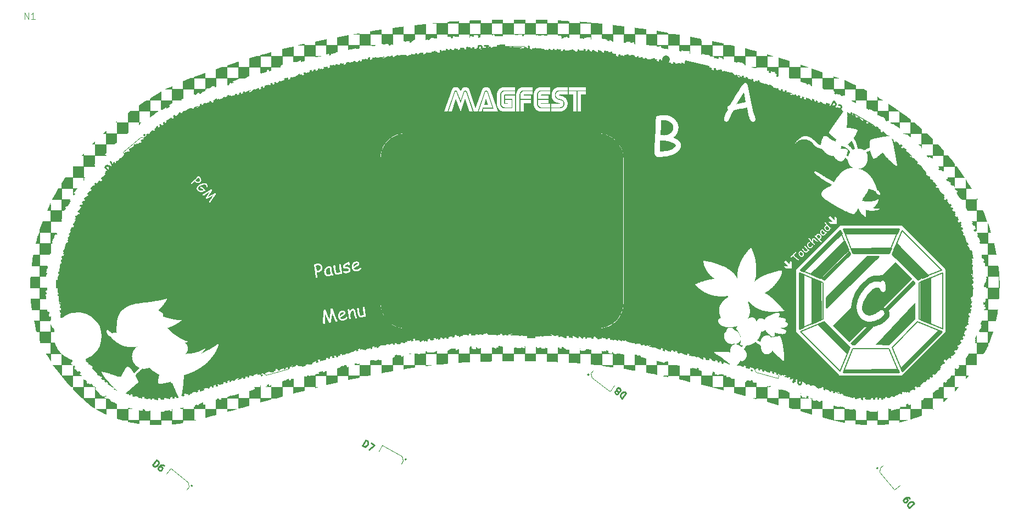
<source format=gbr>
%TF.GenerationSoftware,KiCad,Pcbnew,8.0.3*%
%TF.CreationDate,2024-11-21T15:48:58-05:00*%
%TF.ProjectId,Swadge-HW,53776164-6765-42d4-9857-2e6b69636164,rev?*%
%TF.SameCoordinates,Original*%
%TF.FileFunction,Legend,Top*%
%TF.FilePolarity,Positive*%
%FSLAX46Y46*%
G04 Gerber Fmt 4.6, Leading zero omitted, Abs format (unit mm)*
G04 Created by KiCad (PCBNEW 8.0.3) date 2024-11-21 15:48:58*
%MOMM*%
%LPD*%
G01*
G04 APERTURE LIST*
%ADD10C,0.100000*%
%ADD11C,0.250000*%
%ADD12C,0.150000*%
%ADD13C,0.099999*%
%ADD14C,0.000000*%
%ADD15C,0.264599*%
%ADD16C,0.199999*%
%ADD17C,0.200000*%
%ADD18C,0.120000*%
%ADD19C,0.200001*%
%ADD20C,0.050000*%
%ADD21C,0.619017*%
G04 APERTURE END LIST*
D10*
X81013109Y-62294167D02*
X81013109Y-61294167D01*
X81013109Y-61294167D02*
X81584537Y-62294167D01*
X81584537Y-62294167D02*
X81584537Y-61294167D01*
X82584537Y-62294167D02*
X82013109Y-62294167D01*
X82298823Y-62294167D02*
X82298823Y-61294167D01*
X82298823Y-61294167D02*
X82203585Y-61437024D01*
X82203585Y-61437024D02*
X82108347Y-61532262D01*
X82108347Y-61532262D02*
X82013109Y-61579881D01*
D11*
X100750576Y-131091164D02*
X101366238Y-130303153D01*
X101366238Y-130303153D02*
X101553860Y-130449739D01*
X101553860Y-130449739D02*
X101637115Y-130575215D01*
X101637115Y-130575215D02*
X101653529Y-130708898D01*
X101653529Y-130708898D02*
X101632419Y-130813264D01*
X101632419Y-130813264D02*
X101552675Y-130992678D01*
X101552675Y-130992678D02*
X101464723Y-131105251D01*
X101464723Y-131105251D02*
X101309930Y-131226031D01*
X101309930Y-131226031D02*
X101213771Y-131271763D01*
X101213771Y-131271763D02*
X101080088Y-131288177D01*
X101080088Y-131288177D02*
X100938198Y-131237750D01*
X100938198Y-131237750D02*
X100750576Y-131091164D01*
X102491968Y-131182669D02*
X102341870Y-131065400D01*
X102341870Y-131065400D02*
X102237504Y-131044290D01*
X102237504Y-131044290D02*
X102170663Y-131052497D01*
X102170663Y-131052497D02*
X102007663Y-131106436D01*
X102007663Y-131106436D02*
X101852869Y-131227216D01*
X101852869Y-131227216D02*
X101618332Y-131527411D01*
X101618332Y-131527411D02*
X101597222Y-131631776D01*
X101597222Y-131631776D02*
X101605429Y-131698618D01*
X101605429Y-131698618D02*
X101651160Y-131794777D01*
X101651160Y-131794777D02*
X101801257Y-131912046D01*
X101801257Y-131912046D02*
X101905623Y-131933156D01*
X101905623Y-131933156D02*
X101972465Y-131924949D01*
X101972465Y-131924949D02*
X102068624Y-131879217D01*
X102068624Y-131879217D02*
X102215210Y-131691596D01*
X102215210Y-131691596D02*
X102236320Y-131587230D01*
X102236320Y-131587230D02*
X102228113Y-131520388D01*
X102228113Y-131520388D02*
X102182381Y-131424229D01*
X102182381Y-131424229D02*
X102032284Y-131306961D01*
X102032284Y-131306961D02*
X101927918Y-131285850D01*
X101927918Y-131285850D02*
X101861077Y-131294058D01*
X101861077Y-131294058D02*
X101764918Y-131339789D01*
X205194974Y-75822574D02*
X205694974Y-74956549D01*
X205694974Y-74956549D02*
X205901171Y-75075596D01*
X205901171Y-75075596D02*
X206001079Y-75188264D01*
X206001079Y-75188264D02*
X206035939Y-75318362D01*
X206035939Y-75318362D02*
X206029559Y-75424650D01*
X206029559Y-75424650D02*
X205975560Y-75613417D01*
X205975560Y-75613417D02*
X205904132Y-75737135D01*
X205904132Y-75737135D02*
X205767654Y-75878283D01*
X205767654Y-75878283D02*
X205678796Y-75936952D01*
X205678796Y-75936952D02*
X205548698Y-75971811D01*
X205548698Y-75971811D02*
X205401171Y-75941622D01*
X205401171Y-75941622D02*
X205194974Y-75822574D01*
X206472141Y-75515218D02*
X206537190Y-75497788D01*
X206537190Y-75497788D02*
X206643478Y-75504168D01*
X206643478Y-75504168D02*
X206849675Y-75623216D01*
X206849675Y-75623216D02*
X206908344Y-75712074D01*
X206908344Y-75712074D02*
X206925774Y-75777123D01*
X206925774Y-75777123D02*
X206919394Y-75883411D01*
X206919394Y-75883411D02*
X206871775Y-75965889D01*
X206871775Y-75965889D02*
X206759107Y-76065798D01*
X206759107Y-76065798D02*
X205978521Y-76274955D01*
X205978521Y-76274955D02*
X206514632Y-76584479D01*
X150945563Y-67364613D02*
X150945563Y-66364613D01*
X150945563Y-66364613D02*
X151183658Y-66364613D01*
X151183658Y-66364613D02*
X151326515Y-66412232D01*
X151326515Y-66412232D02*
X151421753Y-66507470D01*
X151421753Y-66507470D02*
X151469372Y-66602708D01*
X151469372Y-66602708D02*
X151516991Y-66793184D01*
X151516991Y-66793184D02*
X151516991Y-66936041D01*
X151516991Y-66936041D02*
X151469372Y-67126517D01*
X151469372Y-67126517D02*
X151421753Y-67221755D01*
X151421753Y-67221755D02*
X151326515Y-67316994D01*
X151326515Y-67316994D02*
X151183658Y-67364613D01*
X151183658Y-67364613D02*
X150945563Y-67364613D01*
X151850325Y-66364613D02*
X152469372Y-66364613D01*
X152469372Y-66364613D02*
X152136039Y-66745565D01*
X152136039Y-66745565D02*
X152278896Y-66745565D01*
X152278896Y-66745565D02*
X152374134Y-66793184D01*
X152374134Y-66793184D02*
X152421753Y-66840803D01*
X152421753Y-66840803D02*
X152469372Y-66936041D01*
X152469372Y-66936041D02*
X152469372Y-67174136D01*
X152469372Y-67174136D02*
X152421753Y-67269374D01*
X152421753Y-67269374D02*
X152374134Y-67316994D01*
X152374134Y-67316994D02*
X152278896Y-67364613D01*
X152278896Y-67364613D02*
X151993182Y-67364613D01*
X151993182Y-67364613D02*
X151897944Y-67316994D01*
X151897944Y-67316994D02*
X151850325Y-67269374D01*
D12*
X123077442Y-101124956D02*
X122928487Y-101102867D01*
X122928487Y-101102867D02*
X122694009Y-101144212D01*
X122694009Y-101144212D02*
X122608486Y-101207646D01*
X122608486Y-101207646D02*
X122569860Y-101262810D01*
X122569860Y-101262810D02*
X122539502Y-101364870D01*
X122539502Y-101364870D02*
X122556040Y-101458662D01*
X122556040Y-101458662D02*
X122619473Y-101544184D01*
X122619473Y-101544184D02*
X122674638Y-101582810D01*
X122674638Y-101582810D02*
X122776698Y-101613168D01*
X122776698Y-101613168D02*
X122972550Y-101626988D01*
X122972550Y-101626988D02*
X123074610Y-101657346D01*
X123074610Y-101657346D02*
X123129774Y-101695972D01*
X123129774Y-101695972D02*
X123193208Y-101781494D01*
X123193208Y-101781494D02*
X123209746Y-101875286D01*
X123209746Y-101875286D02*
X123179388Y-101977346D01*
X123179388Y-101977346D02*
X123140761Y-102032510D01*
X123140761Y-102032510D02*
X123055239Y-102095944D01*
X123055239Y-102095944D02*
X122820761Y-102137289D01*
X122820761Y-102137289D02*
X122671805Y-102115200D01*
X122351805Y-102219978D02*
X121943679Y-101276515D01*
X121943679Y-101276515D02*
X121880131Y-102013025D01*
X121880131Y-102013025D02*
X121568514Y-101342667D01*
X121568514Y-101342667D02*
X121507684Y-102368820D01*
X120710459Y-102509392D02*
X120898041Y-102476316D01*
X120898041Y-102476316D02*
X120983564Y-102412883D01*
X120983564Y-102412883D02*
X121022190Y-102357718D01*
X121022190Y-102357718D02*
X121091175Y-102200493D01*
X121091175Y-102200493D02*
X121104994Y-102004642D01*
X121104994Y-102004642D02*
X121038843Y-101629477D01*
X121038843Y-101629477D02*
X120975409Y-101543955D01*
X120975409Y-101543955D02*
X120920245Y-101505328D01*
X120920245Y-101505328D02*
X120818184Y-101474970D01*
X120818184Y-101474970D02*
X120630602Y-101508046D01*
X120630602Y-101508046D02*
X120545080Y-101571480D01*
X120545080Y-101571480D02*
X120506453Y-101626644D01*
X120506453Y-101626644D02*
X120476095Y-101728705D01*
X120476095Y-101728705D02*
X120517440Y-101963183D01*
X120517440Y-101963183D02*
X120580874Y-102048705D01*
X120580874Y-102048705D02*
X120636038Y-102087332D01*
X120636038Y-102087332D02*
X120738098Y-102117689D01*
X120738098Y-102117689D02*
X120925681Y-102084613D01*
X120925681Y-102084613D02*
X121011203Y-102021180D01*
X121011203Y-102021180D02*
X121049830Y-101966015D01*
X121049830Y-101966015D02*
X121080188Y-101863955D01*
D11*
X173744740Y-119972901D02*
X173156955Y-120781918D01*
X173156955Y-120781918D02*
X172964332Y-120641969D01*
X172964332Y-120641969D02*
X172876748Y-120519476D01*
X172876748Y-120519476D02*
X172855678Y-120386447D01*
X172855678Y-120386447D02*
X172873133Y-120281408D01*
X172873133Y-120281408D02*
X172946567Y-120099319D01*
X172946567Y-120099319D02*
X173030537Y-119983746D01*
X173030537Y-119983746D02*
X173181020Y-119857637D01*
X173181020Y-119857637D02*
X173275525Y-119808577D01*
X173275525Y-119808577D02*
X173408553Y-119787508D01*
X173408553Y-119787508D02*
X173552117Y-119832952D01*
X173552117Y-119832952D02*
X173744740Y-119972901D01*
X172484272Y-119763442D02*
X172533331Y-119857946D01*
X172533331Y-119857946D02*
X172543866Y-119924461D01*
X172543866Y-119924461D02*
X172526411Y-120029500D01*
X172526411Y-120029500D02*
X172498421Y-120068024D01*
X172498421Y-120068024D02*
X172403917Y-120117084D01*
X172403917Y-120117084D02*
X172337403Y-120127619D01*
X172337403Y-120127619D02*
X172232364Y-120110164D01*
X172232364Y-120110164D02*
X172078265Y-119998205D01*
X172078265Y-119998205D02*
X172029206Y-119903700D01*
X172029206Y-119903700D02*
X172018671Y-119837186D01*
X172018671Y-119837186D02*
X172036126Y-119732147D01*
X172036126Y-119732147D02*
X172064116Y-119693622D01*
X172064116Y-119693622D02*
X172158620Y-119644563D01*
X172158620Y-119644563D02*
X172225134Y-119634028D01*
X172225134Y-119634028D02*
X172330173Y-119651483D01*
X172330173Y-119651483D02*
X172484272Y-119763442D01*
X172484272Y-119763442D02*
X172589311Y-119780897D01*
X172589311Y-119780897D02*
X172655825Y-119770362D01*
X172655825Y-119770362D02*
X172750329Y-119721303D01*
X172750329Y-119721303D02*
X172862289Y-119567204D01*
X172862289Y-119567204D02*
X172879743Y-119462165D01*
X172879743Y-119462165D02*
X172869209Y-119395651D01*
X172869209Y-119395651D02*
X172820149Y-119301147D01*
X172820149Y-119301147D02*
X172666051Y-119189188D01*
X172666051Y-119189188D02*
X172561012Y-119171733D01*
X172561012Y-119171733D02*
X172494497Y-119182268D01*
X172494497Y-119182268D02*
X172399993Y-119231327D01*
X172399993Y-119231327D02*
X172288034Y-119385426D01*
X172288034Y-119385426D02*
X172270579Y-119490465D01*
X172270579Y-119490465D02*
X172281114Y-119556979D01*
X172281114Y-119556979D02*
X172330173Y-119651483D01*
X133116324Y-128084040D02*
X133616324Y-127218015D01*
X133616324Y-127218015D02*
X133822521Y-127337062D01*
X133822521Y-127337062D02*
X133922429Y-127449730D01*
X133922429Y-127449730D02*
X133957289Y-127579828D01*
X133957289Y-127579828D02*
X133950909Y-127686116D01*
X133950909Y-127686116D02*
X133896910Y-127874883D01*
X133896910Y-127874883D02*
X133825482Y-127998601D01*
X133825482Y-127998601D02*
X133689004Y-128139749D01*
X133689004Y-128139749D02*
X133600146Y-128198418D01*
X133600146Y-128198418D02*
X133470048Y-128233277D01*
X133470048Y-128233277D02*
X133322521Y-128203088D01*
X133322521Y-128203088D02*
X133116324Y-128084040D01*
X134399871Y-127670396D02*
X134977221Y-128003729D01*
X134977221Y-128003729D02*
X134106068Y-128655469D01*
X200910906Y-117678282D02*
X200652087Y-118644208D01*
X200652087Y-118644208D02*
X200422105Y-118582584D01*
X200422105Y-118582584D02*
X200296440Y-118499614D01*
X200296440Y-118499614D02*
X200229097Y-118382971D01*
X200229097Y-118382971D02*
X200207750Y-118278654D01*
X200207750Y-118278654D02*
X200211052Y-118082343D01*
X200211052Y-118082343D02*
X200248026Y-117944354D01*
X200248026Y-117944354D02*
X200343322Y-117772693D01*
X200343322Y-117772693D02*
X200413967Y-117693024D01*
X200413967Y-117693024D02*
X200530610Y-117625681D01*
X200530610Y-117625681D02*
X200680924Y-117616659D01*
X200680924Y-117616659D02*
X200910906Y-117678282D01*
X199439019Y-117283891D02*
X199990977Y-117431788D01*
X199714998Y-117357840D02*
X199456179Y-118323765D01*
X199456179Y-118323765D02*
X199585146Y-118210425D01*
X199585146Y-118210425D02*
X199701789Y-118143082D01*
X199701789Y-118143082D02*
X199806106Y-118121735D01*
X94021599Y-85853498D02*
X93378812Y-85087453D01*
X93378812Y-85087453D02*
X93561203Y-84934409D01*
X93561203Y-84934409D02*
X93701247Y-84879060D01*
X93701247Y-84879060D02*
X93835422Y-84890799D01*
X93835422Y-84890799D02*
X93933118Y-84933147D01*
X93933118Y-84933147D02*
X94092032Y-85048451D01*
X94092032Y-85048451D02*
X94183859Y-85157886D01*
X94183859Y-85157886D02*
X94269816Y-85334408D01*
X94269816Y-85334408D02*
X94294556Y-85437974D01*
X94294556Y-85437974D02*
X94282817Y-85572148D01*
X94282817Y-85572148D02*
X94203991Y-85700453D01*
X94203991Y-85700453D02*
X94021599Y-85853498D01*
X94687424Y-84424533D02*
X95115949Y-84935230D01*
X94260161Y-84285752D02*
X94536903Y-84985971D01*
X94536903Y-84985971D02*
X95011121Y-84588055D01*
X124910128Y-114399804D02*
X125168947Y-115365730D01*
X125168947Y-115365730D02*
X124938964Y-115427353D01*
X124938964Y-115427353D02*
X124788650Y-115418331D01*
X124788650Y-115418331D02*
X124672008Y-115350987D01*
X124672008Y-115350987D02*
X124601362Y-115271319D01*
X124601362Y-115271319D02*
X124506067Y-115099658D01*
X124506067Y-115099658D02*
X124469092Y-114961669D01*
X124469092Y-114961669D02*
X124465790Y-114765358D01*
X124465790Y-114765358D02*
X124487137Y-114661040D01*
X124487137Y-114661040D02*
X124554481Y-114544398D01*
X124554481Y-114544398D02*
X124680145Y-114461427D01*
X124680145Y-114461427D02*
X124910128Y-114399804D01*
X123743056Y-115747796D02*
X124203021Y-115624549D01*
X124203021Y-115624549D02*
X124125770Y-115152259D01*
X124125770Y-115152259D02*
X124092098Y-115210580D01*
X124092098Y-115210580D02*
X124012430Y-115281226D01*
X124012430Y-115281226D02*
X123782448Y-115342850D01*
X123782448Y-115342850D02*
X123678130Y-115321503D01*
X123678130Y-115321503D02*
X123619809Y-115287831D01*
X123619809Y-115287831D02*
X123549163Y-115208163D01*
X123549163Y-115208163D02*
X123487540Y-114978181D01*
X123487540Y-114978181D02*
X123508887Y-114873863D01*
X123508887Y-114873863D02*
X123542558Y-114815542D01*
X123542558Y-114815542D02*
X123622227Y-114744896D01*
X123622227Y-114744896D02*
X123852209Y-114683272D01*
X123852209Y-114683272D02*
X123956527Y-114704619D01*
X123956527Y-114704619D02*
X124014848Y-114738291D01*
D12*
X124313817Y-108136787D02*
X124164862Y-108114698D01*
X124164862Y-108114698D02*
X123930384Y-108156043D01*
X123930384Y-108156043D02*
X123844861Y-108219477D01*
X123844861Y-108219477D02*
X123806235Y-108274641D01*
X123806235Y-108274641D02*
X123775877Y-108376701D01*
X123775877Y-108376701D02*
X123792415Y-108470493D01*
X123792415Y-108470493D02*
X123855848Y-108556015D01*
X123855848Y-108556015D02*
X123911013Y-108594641D01*
X123911013Y-108594641D02*
X124013073Y-108624999D01*
X124013073Y-108624999D02*
X124208925Y-108638819D01*
X124208925Y-108638819D02*
X124310985Y-108669177D01*
X124310985Y-108669177D02*
X124366149Y-108707803D01*
X124366149Y-108707803D02*
X124429583Y-108793325D01*
X124429583Y-108793325D02*
X124446121Y-108887117D01*
X124446121Y-108887117D02*
X124415763Y-108989177D01*
X124415763Y-108989177D02*
X124377136Y-109044341D01*
X124377136Y-109044341D02*
X124291614Y-109107775D01*
X124291614Y-109107775D02*
X124057136Y-109149120D01*
X124057136Y-109149120D02*
X123908180Y-109127031D01*
X123588180Y-109231809D02*
X123180054Y-108288346D01*
X123180054Y-108288346D02*
X123116506Y-109024856D01*
X123116506Y-109024856D02*
X122804889Y-108354498D01*
X122804889Y-108354498D02*
X122744059Y-109380651D01*
X121899938Y-109529492D02*
X122368894Y-109446802D01*
X122368894Y-109446802D02*
X122333100Y-108969577D01*
X122333100Y-108969577D02*
X122294474Y-109024742D01*
X122294474Y-109024742D02*
X122208952Y-109088175D01*
X122208952Y-109088175D02*
X121974473Y-109129520D01*
X121974473Y-109129520D02*
X121872413Y-109099163D01*
X121872413Y-109099163D02*
X121817249Y-109060536D01*
X121817249Y-109060536D02*
X121753815Y-108975014D01*
X121753815Y-108975014D02*
X121712470Y-108740536D01*
X121712470Y-108740536D02*
X121742828Y-108638475D01*
X121742828Y-108638475D02*
X121781455Y-108583311D01*
X121781455Y-108583311D02*
X121866977Y-108519877D01*
X121866977Y-108519877D02*
X122101455Y-108478533D01*
X122101455Y-108478533D02*
X122203515Y-108508890D01*
X122203515Y-108508890D02*
X122258680Y-108547517D01*
D11*
X218159587Y-137021418D02*
X217393542Y-137664205D01*
X217393542Y-137664205D02*
X217240498Y-137481814D01*
X217240498Y-137481814D02*
X217185149Y-137341770D01*
X217185149Y-137341770D02*
X217196888Y-137207595D01*
X217196888Y-137207595D02*
X217239236Y-137109899D01*
X217239236Y-137109899D02*
X217354540Y-136950985D01*
X217354540Y-136950985D02*
X217463975Y-136859158D01*
X217463975Y-136859158D02*
X217640497Y-136773201D01*
X217640497Y-136773201D02*
X217744063Y-136748461D01*
X217744063Y-136748461D02*
X217878237Y-136760200D01*
X217878237Y-136760200D02*
X218006542Y-136839026D01*
X218006542Y-136839026D02*
X218159587Y-137021418D01*
X217486190Y-136218895D02*
X217363755Y-136072982D01*
X217363755Y-136072982D02*
X217266058Y-136030634D01*
X217266058Y-136030634D02*
X217198971Y-136024765D01*
X217198971Y-136024765D02*
X217028318Y-136043635D01*
X217028318Y-136043635D02*
X216851796Y-136129592D01*
X216851796Y-136129592D02*
X216559970Y-136374464D01*
X216559970Y-136374464D02*
X216517622Y-136472160D01*
X216517622Y-136472160D02*
X216511753Y-136539247D01*
X216511753Y-136539247D02*
X216536492Y-136642813D01*
X216536492Y-136642813D02*
X216658928Y-136788726D01*
X216658928Y-136788726D02*
X216756624Y-136831073D01*
X216756624Y-136831073D02*
X216823711Y-136836943D01*
X216823711Y-136836943D02*
X216927277Y-136812203D01*
X216927277Y-136812203D02*
X217109668Y-136659159D01*
X217109668Y-136659159D02*
X217152016Y-136561462D01*
X217152016Y-136561462D02*
X217157885Y-136494375D01*
X217157885Y-136494375D02*
X217133146Y-136390810D01*
X217133146Y-136390810D02*
X217010710Y-136244896D01*
X217010710Y-136244896D02*
X216913014Y-136202549D01*
X216913014Y-136202549D02*
X216845927Y-136196679D01*
X216845927Y-136196679D02*
X216742361Y-136221419D01*
D12*
X107023888Y-103561728D02*
X106956545Y-103427041D01*
X106956545Y-103427041D02*
X106788186Y-103258683D01*
X106788186Y-103258683D02*
X106687171Y-103225011D01*
X106687171Y-103225011D02*
X106619827Y-103225011D01*
X106619827Y-103225011D02*
X106518812Y-103258683D01*
X106518812Y-103258683D02*
X106451468Y-103326026D01*
X106451468Y-103326026D02*
X106417797Y-103427041D01*
X106417797Y-103427041D02*
X106417797Y-103494385D01*
X106417797Y-103494385D02*
X106451468Y-103595400D01*
X106451468Y-103595400D02*
X106552484Y-103763759D01*
X106552484Y-103763759D02*
X106586155Y-103864774D01*
X106586155Y-103864774D02*
X106586155Y-103932118D01*
X106586155Y-103932118D02*
X106552484Y-104033133D01*
X106552484Y-104033133D02*
X106485140Y-104100476D01*
X106485140Y-104100476D02*
X106384125Y-104134148D01*
X106384125Y-104134148D02*
X106316781Y-104134148D01*
X106316781Y-104134148D02*
X106215766Y-104100476D01*
X106215766Y-104100476D02*
X106047407Y-103932118D01*
X106047407Y-103932118D02*
X105980064Y-103797431D01*
X105710690Y-103595400D02*
X106249438Y-102719934D01*
X106249438Y-102719934D02*
X105609674Y-103090324D01*
X105609674Y-103090324D02*
X105980064Y-102450560D01*
X105980064Y-102450560D02*
X105104598Y-102989308D01*
X104767881Y-102181187D02*
X105239285Y-101709782D01*
X104666866Y-102618919D02*
X105340301Y-102282202D01*
X105340301Y-102282202D02*
X104902568Y-101844469D01*
X112104874Y-96019257D02*
X111970187Y-96086600D01*
X111970187Y-96086600D02*
X111801829Y-96254959D01*
X111801829Y-96254959D02*
X111768157Y-96355974D01*
X111768157Y-96355974D02*
X111768157Y-96423318D01*
X111768157Y-96423318D02*
X111801829Y-96524333D01*
X111801829Y-96524333D02*
X111869172Y-96591677D01*
X111869172Y-96591677D02*
X111970187Y-96625348D01*
X111970187Y-96625348D02*
X112037531Y-96625348D01*
X112037531Y-96625348D02*
X112138546Y-96591677D01*
X112138546Y-96591677D02*
X112306905Y-96490661D01*
X112306905Y-96490661D02*
X112407920Y-96456990D01*
X112407920Y-96456990D02*
X112475264Y-96456990D01*
X112475264Y-96456990D02*
X112576279Y-96490661D01*
X112576279Y-96490661D02*
X112643622Y-96558005D01*
X112643622Y-96558005D02*
X112677294Y-96659020D01*
X112677294Y-96659020D02*
X112677294Y-96726364D01*
X112677294Y-96726364D02*
X112643622Y-96827379D01*
X112643622Y-96827379D02*
X112475264Y-96995738D01*
X112475264Y-96995738D02*
X112340577Y-97063081D01*
X112138546Y-97332455D02*
X111263080Y-96793707D01*
X111263080Y-96793707D02*
X111633470Y-97433471D01*
X111633470Y-97433471D02*
X110993706Y-97063081D01*
X110993706Y-97063081D02*
X111532454Y-97938547D01*
X111229409Y-98106905D02*
X111229409Y-98174249D01*
X111229409Y-98174249D02*
X111195737Y-98275264D01*
X111195737Y-98275264D02*
X111027378Y-98443623D01*
X111027378Y-98443623D02*
X110926363Y-98477295D01*
X110926363Y-98477295D02*
X110859020Y-98477295D01*
X110859020Y-98477295D02*
X110758004Y-98443623D01*
X110758004Y-98443623D02*
X110690661Y-98376279D01*
X110690661Y-98376279D02*
X110623317Y-98241592D01*
X110623317Y-98241592D02*
X110623317Y-97433470D01*
X110623317Y-97433470D02*
X110185585Y-97871203D01*
X104562403Y-90938270D02*
X104629746Y-91072957D01*
X104629746Y-91072957D02*
X104798105Y-91241315D01*
X104798105Y-91241315D02*
X104899120Y-91274987D01*
X104899120Y-91274987D02*
X104966464Y-91274987D01*
X104966464Y-91274987D02*
X105067479Y-91241315D01*
X105067479Y-91241315D02*
X105134823Y-91173972D01*
X105134823Y-91173972D02*
X105168494Y-91072957D01*
X105168494Y-91072957D02*
X105168494Y-91005613D01*
X105168494Y-91005613D02*
X105134823Y-90904598D01*
X105134823Y-90904598D02*
X105033807Y-90736239D01*
X105033807Y-90736239D02*
X105000136Y-90635224D01*
X105000136Y-90635224D02*
X105000136Y-90567880D01*
X105000136Y-90567880D02*
X105033807Y-90466865D01*
X105033807Y-90466865D02*
X105101151Y-90399522D01*
X105101151Y-90399522D02*
X105202166Y-90365850D01*
X105202166Y-90365850D02*
X105269510Y-90365850D01*
X105269510Y-90365850D02*
X105370525Y-90399522D01*
X105370525Y-90399522D02*
X105538884Y-90567880D01*
X105538884Y-90567880D02*
X105606227Y-90702567D01*
X105875601Y-90904598D02*
X105336853Y-91780064D01*
X105336853Y-91780064D02*
X105976617Y-91409674D01*
X105976617Y-91409674D02*
X105606227Y-92049438D01*
X105606227Y-92049438D02*
X106481693Y-91510690D01*
X106414349Y-92857559D02*
X106010288Y-92453498D01*
X106212319Y-92655529D02*
X106919425Y-91948422D01*
X106919425Y-91948422D02*
X106751067Y-91982094D01*
X106751067Y-91982094D02*
X106616380Y-91982094D01*
X106616380Y-91982094D02*
X106515364Y-91948422D01*
X122350686Y-84504695D02*
X122308319Y-85313109D01*
X122308319Y-85313109D02*
X122350889Y-85410709D01*
X122350889Y-85410709D02*
X122395950Y-85460755D01*
X122395950Y-85460755D02*
X122488566Y-85513293D01*
X122488566Y-85513293D02*
X122678781Y-85523262D01*
X122678781Y-85523262D02*
X122776381Y-85480692D01*
X122776381Y-85480692D02*
X122826427Y-85435631D01*
X122826427Y-85435631D02*
X122878965Y-85343015D01*
X122878965Y-85343015D02*
X122921332Y-84534601D01*
X123392088Y-85560645D02*
X123582303Y-85570613D01*
X123582303Y-85570613D02*
X123679902Y-85528044D01*
X123679902Y-85528044D02*
X123729948Y-85482982D01*
X123729948Y-85482982D02*
X123832533Y-85345305D01*
X123832533Y-85345305D02*
X123890055Y-85157582D01*
X123890055Y-85157582D02*
X123909993Y-84777152D01*
X123909993Y-84777152D02*
X123867423Y-84679552D01*
X123867423Y-84679552D02*
X123822362Y-84629506D01*
X123822362Y-84629506D02*
X123729746Y-84576968D01*
X123729746Y-84576968D02*
X123539531Y-84566999D01*
X123539531Y-84566999D02*
X123441931Y-84609569D01*
X123441931Y-84609569D02*
X123391885Y-84654630D01*
X123391885Y-84654630D02*
X123339347Y-84747246D01*
X123339347Y-84747246D02*
X123326886Y-84985015D01*
X123326886Y-84985015D02*
X123369456Y-85082614D01*
X123369456Y-85082614D02*
X123414517Y-85132660D01*
X123414517Y-85132660D02*
X123507133Y-85185199D01*
X123507133Y-85185199D02*
X123697348Y-85195167D01*
X123697348Y-85195167D02*
X123794948Y-85152598D01*
X123794948Y-85152598D02*
X123844994Y-85107536D01*
X123844994Y-85107536D02*
X123897532Y-85014921D01*
X99481416Y-98480742D02*
X99616103Y-98413399D01*
X99616103Y-98413399D02*
X99784461Y-98245040D01*
X99784461Y-98245040D02*
X99818133Y-98144025D01*
X99818133Y-98144025D02*
X99818133Y-98076681D01*
X99818133Y-98076681D02*
X99784461Y-97975666D01*
X99784461Y-97975666D02*
X99717118Y-97908322D01*
X99717118Y-97908322D02*
X99616103Y-97874651D01*
X99616103Y-97874651D02*
X99548759Y-97874651D01*
X99548759Y-97874651D02*
X99447744Y-97908322D01*
X99447744Y-97908322D02*
X99279385Y-98009338D01*
X99279385Y-98009338D02*
X99178370Y-98043009D01*
X99178370Y-98043009D02*
X99111026Y-98043009D01*
X99111026Y-98043009D02*
X99010011Y-98009338D01*
X99010011Y-98009338D02*
X98942668Y-97941994D01*
X98942668Y-97941994D02*
X98908996Y-97840979D01*
X98908996Y-97840979D02*
X98908996Y-97773635D01*
X98908996Y-97773635D02*
X98942668Y-97672620D01*
X98942668Y-97672620D02*
X99111026Y-97504261D01*
X99111026Y-97504261D02*
X99245713Y-97436918D01*
X99447744Y-97167544D02*
X100323210Y-97706292D01*
X100323210Y-97706292D02*
X99952820Y-97066528D01*
X99952820Y-97066528D02*
X100592584Y-97436918D01*
X100592584Y-97436918D02*
X100053836Y-96561452D01*
X100255866Y-96359422D02*
X100693599Y-95921689D01*
X100693599Y-95921689D02*
X100727270Y-96426765D01*
X100727270Y-96426765D02*
X100828286Y-96325750D01*
X100828286Y-96325750D02*
X100929301Y-96292078D01*
X100929301Y-96292078D02*
X100996644Y-96292078D01*
X100996644Y-96292078D02*
X101097660Y-96325750D01*
X101097660Y-96325750D02*
X101266018Y-96494109D01*
X101266018Y-96494109D02*
X101299690Y-96595124D01*
X101299690Y-96595124D02*
X101299690Y-96662468D01*
X101299690Y-96662468D02*
X101266018Y-96763483D01*
X101266018Y-96763483D02*
X101063988Y-96965513D01*
X101063988Y-96965513D02*
X100962973Y-96999185D01*
X100962973Y-96999185D02*
X100895629Y-96999185D01*
X178005593Y-72020209D02*
X178701571Y-72180888D01*
X178701571Y-72180888D02*
X178830055Y-72259422D01*
X178830055Y-72259422D02*
X178901428Y-72373643D01*
X178901428Y-72373643D02*
X178915691Y-72523551D01*
X178915691Y-72523551D02*
X178894267Y-72616348D01*
X179204914Y-71270789D02*
X179076370Y-71827572D01*
X179140642Y-71549181D02*
X178166272Y-71324230D01*
X178166272Y-71324230D02*
X178284044Y-71449163D01*
X178284044Y-71449163D02*
X178355417Y-71563384D01*
X178355417Y-71563384D02*
X178380392Y-71666893D01*
D13*
%TO.C,N1*%
X208338289Y-77837646D02*
X208875795Y-76906745D01*
X208875795Y-76906745D02*
X211928499Y-78669242D01*
X211802401Y-79837646D02*
X212102388Y-79318046D01*
X211928499Y-78669242D02*
X212102388Y-79318046D01*
D14*
G36*
X126537603Y-115143737D02*
G01*
X126313803Y-115231139D01*
X126537603Y-115143241D01*
X126537603Y-115143737D01*
G37*
G36*
X132677202Y-113359939D02*
G01*
X132449900Y-113439536D01*
X132676699Y-113359435D01*
X132677202Y-113359939D01*
G37*
G36*
X152488398Y-75511542D02*
G01*
X151860003Y-75511542D01*
X152168505Y-74540042D01*
X152488398Y-75511542D01*
G37*
G36*
X152488398Y-75511542D02*
G01*
X151860003Y-75511542D01*
X152168505Y-74540042D01*
X152488398Y-75511542D01*
G37*
G36*
X208515338Y-81070045D02*
G01*
X208515276Y-81069984D01*
X208516283Y-81069884D01*
X208515338Y-81070045D01*
G37*
D15*
X201092699Y-101685638D02*
X201092699Y-109788436D01*
X200476198Y-110043738D01*
X200475191Y-101429839D01*
X201092699Y-101685638D01*
G36*
X201092699Y-101685638D02*
G01*
X201092699Y-109788436D01*
X200476198Y-110043738D01*
X200475191Y-101429839D01*
X201092699Y-101685638D01*
G37*
D16*
X204129198Y-102948638D02*
X204128695Y-108532836D01*
X200470995Y-110047439D01*
X200469988Y-101433539D01*
X204129198Y-102948638D01*
D15*
X204668200Y-106800040D02*
X204668200Y-105218139D01*
X211006792Y-98879539D01*
X212652193Y-98879035D01*
X204668200Y-106800040D01*
G36*
X204668200Y-106800040D02*
G01*
X204668200Y-105218139D01*
X211006792Y-98879539D01*
X212652193Y-98879035D01*
X204668200Y-106800040D01*
G37*
X206964693Y-95379943D02*
X201103594Y-101150741D01*
X200666399Y-100969840D01*
X206756899Y-94878245D01*
X206964693Y-95379943D01*
G36*
X206964693Y-95379943D02*
G01*
X201103594Y-101150741D01*
X200666399Y-100969840D01*
X206756899Y-94878245D01*
X206964693Y-95379943D01*
G37*
X208010088Y-97903937D02*
X203635683Y-102198241D01*
X202229082Y-101616340D01*
X207430285Y-96503440D01*
X208010088Y-97903937D01*
G36*
X208010088Y-97903937D02*
G01*
X203635683Y-102198241D01*
X202229082Y-101616340D01*
X207430285Y-96503440D01*
X208010088Y-97903937D01*
G37*
D16*
X208267488Y-98541137D02*
X204320391Y-102487739D01*
X200661196Y-100973540D01*
X206751802Y-94881946D01*
X208267488Y-98541137D01*
X208267488Y-112939742D02*
X206751787Y-116600043D01*
X200662691Y-110508941D01*
X204320391Y-108993743D01*
X208267488Y-112939742D01*
D15*
X208272600Y-98537437D02*
X204325594Y-102483939D01*
X203933901Y-102321738D01*
X208149096Y-98239837D01*
X208272600Y-98537437D01*
G36*
X208272600Y-98537437D02*
G01*
X204325594Y-102483939D01*
X203933901Y-102321738D01*
X208149096Y-98239837D01*
X208272600Y-98537437D01*
G37*
D14*
G36*
X208272600Y-112936141D02*
G01*
X207804400Y-114066344D01*
X203274004Y-109425742D01*
X204325609Y-108990142D01*
X208272600Y-112936141D01*
G37*
D16*
X214310991Y-113132537D02*
X215827196Y-116789634D01*
X207214800Y-116791732D01*
X208730501Y-113131530D01*
X214310991Y-113132537D01*
D15*
X214316195Y-98346236D02*
X208735094Y-98346236D01*
X208478289Y-97726134D01*
X214604982Y-97649634D01*
X214316195Y-98346236D01*
G36*
X214316195Y-98346236D02*
G01*
X208735094Y-98346236D01*
X208478289Y-97726134D01*
X214604982Y-97649634D01*
X214316195Y-98346236D01*
G37*
D16*
X215827196Y-94692344D02*
X214310991Y-98349937D01*
X208729891Y-98349937D01*
X207214785Y-94690242D01*
X215827196Y-94692344D01*
D15*
X215832399Y-94688644D02*
X215553301Y-95361442D01*
X207499498Y-95361442D01*
X207220003Y-94686542D01*
X215832399Y-94688644D01*
G36*
X215832399Y-94688644D02*
G01*
X215553301Y-95361442D01*
X207499498Y-95361442D01*
X207220003Y-94686542D01*
X215832399Y-94688644D01*
G37*
X215832399Y-116785941D02*
X207220003Y-116788039D01*
X207387407Y-116382842D01*
X215646807Y-116338439D01*
X215832399Y-116785941D01*
G36*
X215832399Y-116785941D02*
G01*
X207220003Y-116788039D01*
X207387407Y-116382842D01*
X215646807Y-116338439D01*
X215832399Y-116785941D01*
G37*
D14*
G36*
X218383089Y-108577239D02*
G01*
X214365786Y-112594039D01*
X212269793Y-112561042D01*
X218383089Y-106036346D01*
X218383089Y-108577239D01*
G37*
D15*
X219137087Y-102313941D02*
X218725191Y-102484542D01*
X214778185Y-98537444D01*
X214930590Y-98170043D01*
X219137087Y-102313941D01*
G36*
X219137087Y-102313941D02*
G01*
X218725191Y-102484542D01*
X214778185Y-98537444D01*
X214930590Y-98170043D01*
X219137087Y-102313941D01*
G37*
X220263094Y-101847838D02*
X219465197Y-102178039D01*
X215073198Y-97825339D01*
X215428804Y-96965942D01*
X220263094Y-101847838D01*
G36*
X220263094Y-101847838D02*
G01*
X219465197Y-102178039D01*
X215073198Y-97825339D01*
X215428804Y-96965942D01*
X220263094Y-101847838D01*
G37*
X220597994Y-109224639D02*
X219189791Y-108641738D01*
X219221788Y-102818839D01*
X220631090Y-102235335D01*
X220597994Y-109224639D01*
G36*
X220597994Y-109224639D02*
G01*
X219189791Y-108641738D01*
X219221788Y-102818839D01*
X220631090Y-102235335D01*
X220597994Y-109224639D01*
G37*
D16*
X222377687Y-100974143D02*
X218719988Y-102488242D01*
X214772982Y-98541144D01*
X216288088Y-94883048D01*
X222377687Y-100974143D01*
X222379198Y-110509437D02*
X216288698Y-116598937D01*
X214773500Y-112941337D01*
X218720003Y-108993735D01*
X222379198Y-110509437D01*
D15*
X222384401Y-110505736D02*
X216293795Y-116595336D01*
X216109896Y-116151435D01*
X221950899Y-110325934D01*
X222384401Y-110505736D01*
G36*
X222384401Y-110505736D02*
G01*
X216293795Y-116595336D01*
X216109896Y-116151435D01*
X221950899Y-110325934D01*
X222384401Y-110505736D01*
G37*
D16*
X222569887Y-110046943D02*
X218911791Y-108532340D01*
X218911196Y-102949142D01*
X222569399Y-101434539D01*
X222569887Y-110046943D01*
D14*
G36*
X103798910Y-73103431D02*
G01*
X102773607Y-73103431D01*
X103126608Y-72929832D01*
X103608709Y-72692130D01*
X103703810Y-72662131D01*
X103798910Y-72632133D01*
X103798910Y-73103431D01*
G37*
D15*
X203297701Y-102598739D02*
X203543200Y-102700042D01*
X203714693Y-102771339D01*
X203800493Y-108667037D01*
X202449190Y-109226737D01*
X202449190Y-102247336D01*
X203297701Y-102598739D01*
G36*
X203297701Y-102598739D02*
G01*
X203543200Y-102700042D01*
X203714693Y-102771339D01*
X203800493Y-108667037D01*
X202449190Y-109226737D01*
X202449190Y-102247336D01*
X203297701Y-102598739D01*
G37*
D14*
G36*
X208515780Y-81070483D02*
G01*
X208515474Y-81070682D01*
X208514681Y-81071281D01*
X208514439Y-81071465D01*
X208513598Y-81070342D01*
X208515338Y-81070045D01*
X208515780Y-81070483D01*
G37*
G36*
X192218798Y-75122443D02*
G01*
X191759607Y-75206943D01*
X191362810Y-75285041D01*
X191187708Y-75321639D01*
X191028208Y-75356540D01*
X190884211Y-75389941D01*
X190755907Y-75421641D01*
X191895800Y-73583541D01*
X192218798Y-75122443D01*
G37*
G36*
X226341295Y-87328445D02*
G01*
X226581591Y-87687644D01*
X226802294Y-88068442D01*
X227022387Y-88449843D01*
X226603792Y-88461745D01*
X226185198Y-88473647D01*
X226185198Y-90122047D01*
X227788195Y-90122047D01*
X227802691Y-89984145D01*
X227816591Y-89846644D01*
X227889986Y-90010444D01*
X227962893Y-90174243D01*
X227962893Y-90206344D01*
X227835695Y-90206344D01*
X227835695Y-91815044D01*
X228755602Y-91815044D01*
X228971605Y-92301845D01*
X229208300Y-92919345D01*
X229444399Y-93536346D01*
X229444399Y-93593143D01*
X227835695Y-93593143D01*
X227835695Y-95064441D01*
X227805193Y-94979640D01*
X227680697Y-95025642D01*
X227556704Y-95071143D01*
X227436296Y-95030845D01*
X227322603Y-94817947D01*
X227446596Y-94772445D01*
X227571093Y-94726443D01*
X227636690Y-94617442D01*
X227584993Y-94382243D01*
X227475496Y-94083644D01*
X227351000Y-94129043D01*
X227227404Y-94174544D01*
X227196398Y-94090846D01*
X227084795Y-93822646D01*
X227206789Y-93770946D01*
X227095690Y-93508445D01*
X227793291Y-93508445D01*
X227793291Y-91857345D01*
X226351992Y-91857345D01*
X226267290Y-91679046D01*
X226193392Y-91523547D01*
X226101397Y-91346248D01*
X226101397Y-91326648D01*
X226147402Y-91220748D01*
X226101397Y-91095649D01*
X226101397Y-90206348D01*
X225645693Y-90206348D01*
X225580095Y-90093143D01*
X225454500Y-90074542D01*
X225453997Y-90074542D01*
X225304598Y-89885341D01*
X225190905Y-89952041D01*
X225029711Y-89677642D01*
X224868517Y-89402743D01*
X224739321Y-89182544D01*
X224676317Y-89082343D01*
X224787416Y-89010543D01*
X224899019Y-88939143D01*
X224741915Y-88756244D01*
X224615313Y-88742843D01*
X224442705Y-88475143D01*
X224458208Y-88428641D01*
X226100512Y-88428641D01*
X226100512Y-86968742D01*
X226341295Y-87328445D01*
G37*
G36*
X130058603Y-107533637D02*
G01*
X130074801Y-107534438D01*
X130090601Y-107535636D01*
X130106104Y-107537437D01*
X130121401Y-107539634D01*
X130136301Y-107542335D01*
X130151003Y-107545531D01*
X130165400Y-107549232D01*
X130179499Y-107553329D01*
X130193300Y-107558028D01*
X130206797Y-107563125D01*
X130220095Y-107568725D01*
X130232996Y-107574828D01*
X130245699Y-107581428D01*
X130258097Y-107588431D01*
X130270098Y-107595931D01*
X130245798Y-107623427D01*
X130217196Y-107652724D01*
X130184496Y-107683723D01*
X130147493Y-107716521D01*
X130106195Y-107751021D01*
X130060694Y-107787322D01*
X130010996Y-107825324D01*
X129956995Y-107865127D01*
X129575098Y-108136428D01*
X129576502Y-108103530D01*
X129578501Y-108071532D01*
X129581202Y-108040435D01*
X129584398Y-108010337D01*
X129588297Y-107981139D01*
X129592699Y-107952941D01*
X129597795Y-107925742D01*
X129603495Y-107899345D01*
X129609797Y-107874045D01*
X129616694Y-107849547D01*
X129624292Y-107826049D01*
X129632395Y-107803451D01*
X129641191Y-107781852D01*
X129650591Y-107761153D01*
X129660593Y-107741355D01*
X129671190Y-107722556D01*
X129682390Y-107704459D01*
X129694292Y-107687362D01*
X129706690Y-107671065D01*
X129719790Y-107655768D01*
X129733492Y-107641471D01*
X129747789Y-107627975D01*
X129762690Y-107615478D01*
X129778193Y-107603881D01*
X129794390Y-107593284D01*
X129811090Y-107583480D01*
X129828493Y-107574782D01*
X129846491Y-107566886D01*
X129865091Y-107559989D01*
X129884188Y-107553992D01*
X129903986Y-107548896D01*
X129924387Y-107544799D01*
X129937487Y-107542701D01*
X129950388Y-107540702D01*
X129963091Y-107539001D01*
X129975695Y-107537498D01*
X129988192Y-107536201D01*
X130000490Y-107535201D01*
X130012590Y-107534499D01*
X130024691Y-107533996D01*
X130033487Y-107533599D01*
X130037889Y-107533500D01*
X130042284Y-107533500D01*
X130058603Y-107533637D01*
G37*
G36*
X132183603Y-99934142D02*
G01*
X132199701Y-99934844D01*
X132215502Y-99936042D01*
X132231005Y-99937743D01*
X132246302Y-99939941D01*
X132261301Y-99942641D01*
X132275904Y-99945739D01*
X132290300Y-99949439D01*
X132304400Y-99953536D01*
X132318201Y-99958137D01*
X132331804Y-99963233D01*
X132345003Y-99968734D01*
X132358004Y-99974837D01*
X132370607Y-99981338D01*
X132383005Y-99988341D01*
X132395105Y-99995841D01*
X132370707Y-100023444D01*
X132342203Y-100052741D01*
X132309404Y-100083839D01*
X132272402Y-100116736D01*
X132231203Y-100151336D01*
X132185701Y-100187736D01*
X132135904Y-100225837D01*
X132081903Y-100265639D01*
X131700006Y-100536941D01*
X131701410Y-100503944D01*
X131703508Y-100471946D01*
X131706110Y-100440848D01*
X131709307Y-100410750D01*
X131713205Y-100381553D01*
X131717707Y-100353255D01*
X131722803Y-100325957D01*
X131728403Y-100299560D01*
X131734804Y-100274161D01*
X131741701Y-100249663D01*
X131749201Y-100226165D01*
X131757402Y-100203467D01*
X131766100Y-100181869D01*
X131775499Y-100161170D01*
X131785501Y-100141372D01*
X131796099Y-100122474D01*
X131807398Y-100104476D01*
X131819201Y-100087279D01*
X131831598Y-100071082D01*
X131844698Y-100055884D01*
X131858400Y-100041488D01*
X131872698Y-100028091D01*
X131887598Y-100015693D01*
X131903200Y-100004096D01*
X131919298Y-99993499D01*
X131936098Y-99983901D01*
X131953402Y-99975104D01*
X131971399Y-99967307D01*
X131990000Y-99960410D01*
X132009203Y-99954413D01*
X132029001Y-99949416D01*
X132049402Y-99945319D01*
X132062403Y-99943122D01*
X132075304Y-99941123D01*
X132088106Y-99939422D01*
X132100710Y-99937919D01*
X132113108Y-99936721D01*
X132125406Y-99935721D01*
X132137606Y-99934920D01*
X132149607Y-99934417D01*
X132158403Y-99934119D01*
X132162806Y-99934020D01*
X132165003Y-99933921D01*
X132167200Y-99933921D01*
X132183603Y-99934142D01*
G37*
G36*
X179784204Y-77913745D02*
G01*
X179841906Y-77917544D01*
X179899309Y-77923846D01*
X179956308Y-77932647D01*
X180012911Y-77944045D01*
X180069208Y-77957946D01*
X180125109Y-77974345D01*
X180180605Y-77993247D01*
X180235704Y-78014648D01*
X180290506Y-78038646D01*
X180344904Y-78065147D01*
X180398905Y-78094146D01*
X180452608Y-78125747D01*
X180505907Y-78159747D01*
X180558710Y-78196345D01*
X180611307Y-78235446D01*
X180661905Y-78276046D01*
X180709406Y-78317046D01*
X180753504Y-78358546D01*
X180794405Y-78400447D01*
X180832003Y-78442748D01*
X180866304Y-78485549D01*
X180897402Y-78528751D01*
X180925203Y-78572349D01*
X180949701Y-78616450D01*
X180971003Y-78660949D01*
X180989000Y-78705947D01*
X181003702Y-78751346D01*
X181015100Y-78797145D01*
X181023104Y-78843444D01*
X181028101Y-78890044D01*
X181030100Y-78937244D01*
X181028101Y-79006145D01*
X181023104Y-79073546D01*
X181015100Y-79139346D01*
X181003901Y-79203548D01*
X180989504Y-79266246D01*
X180971903Y-79327247D01*
X180951105Y-79386748D01*
X180927004Y-79444648D01*
X180899805Y-79500846D01*
X180869402Y-79555545D01*
X180835703Y-79608646D01*
X180798800Y-79660144D01*
X180758799Y-79710143D01*
X180715502Y-79758445D01*
X180669001Y-79805144D01*
X180619204Y-79850345D01*
X180570505Y-79890143D01*
X180520105Y-79927745D01*
X180468004Y-79963145D01*
X180414103Y-79996345D01*
X180358606Y-80027343D01*
X180301310Y-80056243D01*
X180242311Y-80082942D01*
X180181612Y-80107444D01*
X180119112Y-80129745D01*
X180055010Y-80149943D01*
X179989206Y-80167842D01*
X179921610Y-80183642D01*
X179852312Y-80197242D01*
X179781412Y-80208640D01*
X179708712Y-80217940D01*
X179634310Y-80224940D01*
X179616106Y-80225139D01*
X179581408Y-80223739D01*
X179462709Y-80215938D01*
X179278307Y-80201739D01*
X179028109Y-80181041D01*
X179108210Y-78638042D01*
X179116213Y-77940341D01*
X179164011Y-77933841D01*
X179220011Y-77928142D01*
X179284113Y-77923343D01*
X179356310Y-77919444D01*
X179436510Y-77916343D01*
X179524912Y-77914241D01*
X179725908Y-77912440D01*
X179784204Y-77913745D01*
G37*
G36*
X107813704Y-86751346D02*
G01*
X107819105Y-86755347D01*
X107824705Y-86759647D01*
X107830503Y-86764247D01*
X107836504Y-86769046D01*
X107842703Y-86774245D01*
X107849005Y-86779647D01*
X107855505Y-86785346D01*
X107862307Y-86791446D01*
X107869307Y-86797847D01*
X107883707Y-86811446D01*
X107898706Y-86826045D01*
X107914408Y-86841643D01*
X107925806Y-86853442D01*
X107936808Y-86865642D01*
X107947207Y-86878242D01*
X107957106Y-86891040D01*
X107966406Y-86904239D01*
X107975306Y-86917739D01*
X107983706Y-86931541D01*
X107991507Y-86945640D01*
X107998808Y-86960139D01*
X108005610Y-86974940D01*
X108011808Y-86990039D01*
X108017607Y-87005538D01*
X108022806Y-87021339D01*
X108027506Y-87037440D01*
X108031706Y-87053840D01*
X108035307Y-87070541D01*
X108038507Y-87088641D01*
X108040709Y-87106242D01*
X108042109Y-87123344D01*
X108042608Y-87139842D01*
X108042307Y-87155944D01*
X108041105Y-87171443D01*
X108039003Y-87186542D01*
X108036005Y-87201041D01*
X108032206Y-87215041D01*
X108027605Y-87228541D01*
X108022104Y-87241542D01*
X108015703Y-87254043D01*
X108008402Y-87266044D01*
X108000303Y-87277545D01*
X107991404Y-87288444D01*
X107981604Y-87298946D01*
X107967005Y-87312846D01*
X107952005Y-87325645D01*
X107936705Y-87337344D01*
X107921106Y-87348044D01*
X107905108Y-87357543D01*
X107888708Y-87365943D01*
X107872007Y-87373344D01*
X107855009Y-87379645D01*
X107837610Y-87384746D01*
X107819910Y-87388846D01*
X107801809Y-87391845D01*
X107783411Y-87393745D01*
X107764612Y-87394546D01*
X107745512Y-87394244D01*
X107726011Y-87392943D01*
X107706110Y-87390445D01*
X107688009Y-87387343D01*
X107670008Y-87383342D01*
X107652208Y-87378642D01*
X107634607Y-87373141D01*
X107617105Y-87366839D01*
X107599905Y-87359840D01*
X107582804Y-87351939D01*
X107565905Y-87343341D01*
X107549204Y-87333842D01*
X107532705Y-87323642D01*
X107516405Y-87312640D01*
X107500204Y-87300841D01*
X107484304Y-87288241D01*
X107468504Y-87274840D01*
X107452906Y-87260741D01*
X107437407Y-87245742D01*
X107366606Y-87155841D01*
X107672606Y-86880443D01*
X107808504Y-86747542D01*
X107813704Y-86751346D01*
G37*
G36*
X126219503Y-100263137D02*
G01*
X126235605Y-100263839D01*
X126251707Y-100265037D01*
X126267809Y-100266639D01*
X126283808Y-100268836D01*
X126299807Y-100271339D01*
X126315805Y-100274436D01*
X126331804Y-100277938D01*
X126347803Y-100281837D01*
X126363703Y-100286338D01*
X126379602Y-100291137D01*
X126395502Y-100296538D01*
X126411402Y-100302238D01*
X126427202Y-100308539D01*
X126443003Y-100315238D01*
X126465204Y-100325637D01*
X126486105Y-100336639D01*
X126505804Y-100348136D01*
X126524405Y-100360236D01*
X126541605Y-100372840D01*
X126557707Y-100386039D01*
X126572607Y-100399741D01*
X126586206Y-100414039D01*
X126598707Y-100428939D01*
X126609907Y-100444343D01*
X126619905Y-100460242D01*
X126628706Y-100476745D01*
X126636305Y-100493842D01*
X126642607Y-100511443D01*
X126647806Y-100529540D01*
X126651808Y-100548240D01*
X126655809Y-100574843D01*
X126658308Y-100601043D01*
X126659407Y-100626639D01*
X126659105Y-100651939D01*
X126657305Y-100676742D01*
X126654005Y-100701041D01*
X126649305Y-100724944D01*
X126643106Y-100748344D01*
X126635508Y-100771346D01*
X126626406Y-100793845D01*
X126615805Y-100815848D01*
X126603804Y-100837447D01*
X126590403Y-100858649D01*
X126575403Y-100879348D01*
X126559004Y-100899551D01*
X126541204Y-100919349D01*
X126523806Y-100936751D01*
X126505804Y-100953452D01*
X126487005Y-100969253D01*
X126467505Y-100984351D01*
X126447306Y-100998550D01*
X126426405Y-101012046D01*
X126404703Y-101024650D01*
X126382303Y-101036452D01*
X126359201Y-101047454D01*
X126335402Y-101057754D01*
X126310900Y-101067153D01*
X126285601Y-101075751D01*
X126259600Y-101083549D01*
X126232901Y-101090652D01*
X126205500Y-101096854D01*
X126177401Y-101102256D01*
X126024900Y-101111053D01*
X125958300Y-100565856D01*
X125916899Y-100315757D01*
X125925100Y-100312957D01*
X125933599Y-100310157D01*
X125942701Y-100307357D01*
X125952200Y-100304656D01*
X125962099Y-100301856D01*
X125972498Y-100299056D01*
X125983198Y-100296256D01*
X125994398Y-100293555D01*
X126018698Y-100288055D01*
X126044497Y-100282554D01*
X126071898Y-100277152D01*
X126100897Y-100271850D01*
X126111696Y-100270049D01*
X126122496Y-100268447D01*
X126133295Y-100267043D01*
X126144094Y-100265845D01*
X126154894Y-100264846D01*
X126165693Y-100264045D01*
X126176394Y-100263442D01*
X126187193Y-100263045D01*
X126203295Y-100262847D01*
X126219503Y-100263137D01*
G37*
G36*
X179032999Y-81023044D02*
G01*
X179092501Y-81030242D01*
X179151201Y-81036441D01*
X179209002Y-81041442D01*
X179266001Y-81045241D01*
X179322001Y-81048041D01*
X179377199Y-81049743D01*
X179431498Y-81050243D01*
X179462297Y-81050044D01*
X179499094Y-81049445D01*
X179541895Y-81048347D01*
X179590593Y-81046645D01*
X179640993Y-81043044D01*
X179684496Y-81040443D01*
X179703592Y-81039542D01*
X179720896Y-81038943D01*
X179736498Y-81038543D01*
X179750299Y-81038344D01*
X180172998Y-81106044D01*
X180264002Y-81129443D01*
X180355600Y-81155643D01*
X180447802Y-81184741D01*
X180540598Y-81216743D01*
X180633997Y-81251544D01*
X180728098Y-81289245D01*
X180822901Y-81329845D01*
X180918200Y-81373244D01*
X180979998Y-81402446D01*
X181037798Y-81431346D01*
X181091700Y-81459746D01*
X181141497Y-81487846D01*
X181187395Y-81515647D01*
X181229296Y-81542949D01*
X181267199Y-81569949D01*
X181284601Y-81583251D01*
X181301104Y-81596553D01*
X181316507Y-81609752D01*
X181331011Y-81622752D01*
X181344507Y-81635753D01*
X181356905Y-81648654D01*
X181368402Y-81661452D01*
X181378901Y-81674152D01*
X181388903Y-81686751D01*
X181396906Y-81699252D01*
X181404909Y-81711654D01*
X181411913Y-81723952D01*
X181416910Y-81736251D01*
X181424906Y-81760451D01*
X181426905Y-81772353D01*
X181428904Y-81784152D01*
X181429407Y-81795951D01*
X181428408Y-81809352D01*
X181425409Y-81823451D01*
X181420412Y-81838451D01*
X181413408Y-81854251D01*
X181405405Y-81870750D01*
X181394907Y-81888148D01*
X181382509Y-81906348D01*
X181368311Y-81925349D01*
X181352114Y-81945148D01*
X181334017Y-81965747D01*
X181314119Y-81987147D01*
X181292223Y-82009448D01*
X181268419Y-82032447D01*
X181242823Y-82056346D01*
X181215220Y-82081046D01*
X181185816Y-82106547D01*
X181153818Y-82134448D01*
X181121614Y-82161449D01*
X181089312Y-82187549D01*
X181056711Y-82212649D01*
X181024012Y-82236850D01*
X180991014Y-82260150D01*
X180957918Y-82282451D01*
X180924616Y-82303851D01*
X180891115Y-82324351D01*
X180857416Y-82343852D01*
X180823618Y-82362453D01*
X180789515Y-82380153D01*
X180755312Y-82396854D01*
X180720812Y-82412654D01*
X180686213Y-82427455D01*
X180651415Y-82441356D01*
X180567713Y-82472957D01*
X180481012Y-82502658D01*
X180391214Y-82530757D01*
X180298418Y-82557056D01*
X180103716Y-82604354D01*
X179897013Y-82644755D01*
X179678209Y-82678157D01*
X179447306Y-82704558D01*
X179204309Y-82724059D01*
X178949213Y-82736461D01*
X178949213Y-81911143D01*
X178950212Y-81707145D01*
X178955210Y-81489844D01*
X178962214Y-81258945D01*
X178972612Y-81014644D01*
X179032999Y-81023044D01*
G37*
G36*
X203373888Y-95560443D02*
G01*
X203380892Y-95561042D01*
X203385897Y-95561542D01*
X203390902Y-95562343D01*
X203395906Y-95563243D01*
X203400911Y-95564342D01*
X203405916Y-95565543D01*
X203410921Y-95567042D01*
X203415926Y-95568542D01*
X203420931Y-95570342D01*
X203431337Y-95574142D01*
X203441942Y-95578540D01*
X203452745Y-95583739D01*
X203463839Y-95589439D01*
X203475039Y-95595939D01*
X203486544Y-95603038D01*
X203498339Y-95610740D01*
X203510241Y-95619140D01*
X203522448Y-95628242D01*
X203534853Y-95637942D01*
X203547457Y-95648341D01*
X203560259Y-95659343D01*
X203573259Y-95670943D01*
X203586565Y-95683242D01*
X203600069Y-95696242D01*
X203613771Y-95709842D01*
X203623766Y-95719741D01*
X203632769Y-95729640D01*
X203640764Y-95739539D01*
X203648760Y-95749538D01*
X203656755Y-95759639D01*
X203663759Y-95769637D01*
X203670763Y-95779739D01*
X203676760Y-95789939D01*
X203681765Y-95800140D01*
X203686769Y-95810340D01*
X203690767Y-95820640D01*
X203694765Y-95830939D01*
X203698763Y-95841239D01*
X203701769Y-95851638D01*
X203705767Y-95872642D01*
X203707766Y-95884643D01*
X203708666Y-95896545D01*
X203708864Y-95908244D01*
X203708361Y-95919746D01*
X203707354Y-95931144D01*
X203705355Y-95942344D01*
X203702349Y-95953345D01*
X203699343Y-95964244D01*
X203695345Y-95974944D01*
X203690340Y-95985446D01*
X203684343Y-95995845D01*
X203678347Y-96006045D01*
X203671343Y-96016044D01*
X203663347Y-96025943D01*
X203655352Y-96035644D01*
X203646349Y-96045245D01*
X203638353Y-96053344D01*
X203629351Y-96061343D01*
X203620348Y-96069038D01*
X203611345Y-96076636D01*
X203602343Y-96083938D01*
X203592348Y-96091140D01*
X203582354Y-96098144D01*
X203572359Y-96104842D01*
X203562365Y-96111442D01*
X203552172Y-96117744D01*
X203541765Y-96123946D01*
X203531160Y-96129844D01*
X203520357Y-96135642D01*
X203509356Y-96141143D01*
X203498156Y-96146545D01*
X203486650Y-96151641D01*
X203411257Y-96076537D01*
X203336657Y-96004340D01*
X203262651Y-95934840D01*
X203189547Y-95867942D01*
X203190447Y-95844642D01*
X203191454Y-95822742D01*
X203193453Y-95802241D01*
X203195452Y-95783240D01*
X203197451Y-95765639D01*
X203200457Y-95749538D01*
X203201464Y-95742038D01*
X203203463Y-95734939D01*
X203205462Y-95728137D01*
X203207460Y-95721736D01*
X203210466Y-95713035D01*
X203213472Y-95704436D01*
X203216478Y-95696036D01*
X203220476Y-95687636D01*
X203224474Y-95679435D01*
X203228472Y-95671233D01*
X203232470Y-95663234D01*
X203237474Y-95655334D01*
X203242479Y-95647533D01*
X203247484Y-95639934D01*
X203252489Y-95632335D01*
X203258486Y-95624835D01*
X203264483Y-95617534D01*
X203270479Y-95610335D01*
X203277483Y-95603137D01*
X203284487Y-95596137D01*
X203289492Y-95591235D01*
X203294497Y-95586635D01*
X203300493Y-95582435D01*
X203305498Y-95578536D01*
X203311495Y-95575034D01*
X203317492Y-95571933D01*
X203323488Y-95569232D01*
X203329485Y-95566833D01*
X203335482Y-95564834D01*
X203341478Y-95563132D01*
X203347475Y-95561832D01*
X203353472Y-95560931D01*
X203360476Y-95560432D01*
X203367479Y-95560233D01*
X203373888Y-95560443D01*
G37*
G36*
X139997489Y-70773175D02*
G01*
X139998759Y-70773272D01*
X140000010Y-70773431D01*
X140001242Y-70773651D01*
X140002451Y-70773930D01*
X140003638Y-70774267D01*
X140004799Y-70774660D01*
X140005935Y-70775108D01*
X140007042Y-70775609D01*
X140008120Y-70776161D01*
X140009167Y-70776763D01*
X140010182Y-70777413D01*
X140011162Y-70778111D01*
X140012106Y-70778853D01*
X140013013Y-70779639D01*
X140013882Y-70780467D01*
X140014709Y-70781335D01*
X140015495Y-70782242D01*
X140016237Y-70783187D01*
X140016934Y-70784167D01*
X140017585Y-70785181D01*
X140018187Y-70786228D01*
X140018739Y-70787306D01*
X140019239Y-70788414D01*
X140019687Y-70789549D01*
X140020080Y-70790711D01*
X140020417Y-70791897D01*
X140020696Y-70793106D01*
X140020916Y-70794338D01*
X140021075Y-70795589D01*
X140021171Y-70796858D01*
X140021204Y-70798144D01*
X140021171Y-70799431D01*
X140021075Y-70800700D01*
X140020916Y-70801951D01*
X140020696Y-70803182D01*
X140020417Y-70804392D01*
X140020080Y-70805578D01*
X140019687Y-70806740D01*
X140019239Y-70807875D01*
X140018739Y-70808982D01*
X140018187Y-70810060D01*
X140017585Y-70811107D01*
X140016934Y-70812122D01*
X140016237Y-70813102D01*
X140015495Y-70814047D01*
X140014709Y-70814954D01*
X140013882Y-70815822D01*
X140013013Y-70816650D01*
X140012106Y-70817436D01*
X140011162Y-70818178D01*
X140010182Y-70818875D01*
X140009167Y-70819526D01*
X140008120Y-70820128D01*
X140007042Y-70820680D01*
X140005935Y-70821181D01*
X140004799Y-70821629D01*
X140003638Y-70822022D01*
X140002451Y-70822359D01*
X140001242Y-70822638D01*
X140000010Y-70822858D01*
X139998759Y-70823017D01*
X139997489Y-70823113D01*
X139996202Y-70823146D01*
X139994916Y-70823113D01*
X139993646Y-70823017D01*
X139992395Y-70822858D01*
X139991163Y-70822638D01*
X139989954Y-70822359D01*
X139988767Y-70822022D01*
X139987606Y-70821629D01*
X139986470Y-70821181D01*
X139985363Y-70820680D01*
X139984285Y-70820128D01*
X139983238Y-70819526D01*
X139982223Y-70818875D01*
X139981243Y-70818178D01*
X139980299Y-70817436D01*
X139979392Y-70816650D01*
X139978523Y-70815822D01*
X139977695Y-70814954D01*
X139976910Y-70814047D01*
X139976168Y-70813102D01*
X139975470Y-70812122D01*
X139974820Y-70811107D01*
X139974218Y-70810060D01*
X139973666Y-70808982D01*
X139973166Y-70807875D01*
X139972718Y-70806740D01*
X139972325Y-70805578D01*
X139971988Y-70804392D01*
X139971709Y-70803182D01*
X139971489Y-70801951D01*
X139971330Y-70800700D01*
X139971233Y-70799431D01*
X139971201Y-70798144D01*
X139971233Y-70796858D01*
X139971330Y-70795589D01*
X139971489Y-70794338D01*
X139971709Y-70793106D01*
X139971988Y-70791897D01*
X139972325Y-70790711D01*
X139972718Y-70789549D01*
X139973166Y-70788414D01*
X139973666Y-70787306D01*
X139974218Y-70786228D01*
X139974820Y-70785181D01*
X139975470Y-70784167D01*
X139976168Y-70783187D01*
X139976910Y-70782242D01*
X139977695Y-70781335D01*
X139978523Y-70780467D01*
X139979392Y-70779639D01*
X139980299Y-70778853D01*
X139981243Y-70778111D01*
X139982223Y-70777413D01*
X139983238Y-70776763D01*
X139984285Y-70776161D01*
X139985363Y-70775609D01*
X139986470Y-70775108D01*
X139987606Y-70774660D01*
X139988767Y-70774267D01*
X139989954Y-70773930D01*
X139991163Y-70773651D01*
X139992395Y-70773431D01*
X139993646Y-70773272D01*
X139994916Y-70773175D01*
X139996202Y-70773143D01*
X139997489Y-70773175D01*
G37*
G36*
X143442886Y-75365377D02*
G01*
X143444155Y-75365473D01*
X143445407Y-75365632D01*
X143446638Y-75365852D01*
X143447848Y-75366131D01*
X143449034Y-75366468D01*
X143450196Y-75366862D01*
X143451331Y-75367309D01*
X143452439Y-75367810D01*
X143453517Y-75368362D01*
X143454564Y-75368964D01*
X143455578Y-75369615D01*
X143456558Y-75370312D01*
X143457503Y-75371054D01*
X143458410Y-75371840D01*
X143459278Y-75372668D01*
X143460106Y-75373536D01*
X143460892Y-75374443D01*
X143461634Y-75375388D01*
X143462331Y-75376368D01*
X143462981Y-75377383D01*
X143463583Y-75378430D01*
X143464135Y-75379508D01*
X143464636Y-75380615D01*
X143465083Y-75381750D01*
X143465477Y-75382912D01*
X143465813Y-75384098D01*
X143466093Y-75385308D01*
X143466312Y-75386539D01*
X143466471Y-75387790D01*
X143466568Y-75389059D01*
X143466600Y-75390346D01*
X143466568Y-75391632D01*
X143466471Y-75392901D01*
X143466312Y-75394153D01*
X143466093Y-75395384D01*
X143465813Y-75396593D01*
X143465477Y-75397779D01*
X143465083Y-75398941D01*
X143464636Y-75400076D01*
X143464135Y-75401184D01*
X143463583Y-75402262D01*
X143462981Y-75403309D01*
X143462331Y-75404323D01*
X143461634Y-75405303D01*
X143460892Y-75406248D01*
X143460106Y-75407155D01*
X143459278Y-75408023D01*
X143458410Y-75408851D01*
X143457503Y-75409637D01*
X143456558Y-75410380D01*
X143455578Y-75411077D01*
X143454564Y-75411727D01*
X143453517Y-75412329D01*
X143452439Y-75412881D01*
X143451331Y-75413382D01*
X143450196Y-75413830D01*
X143449034Y-75414223D01*
X143447848Y-75414560D01*
X143446638Y-75414839D01*
X143445407Y-75415059D01*
X143444155Y-75415218D01*
X143442886Y-75415315D01*
X143441599Y-75415347D01*
X143440312Y-75415315D01*
X143439042Y-75415218D01*
X143437791Y-75415059D01*
X143436560Y-75414839D01*
X143435350Y-75414560D01*
X143434164Y-75414223D01*
X143433002Y-75413830D01*
X143431867Y-75413382D01*
X143430759Y-75412881D01*
X143429681Y-75412329D01*
X143428634Y-75411727D01*
X143427620Y-75411077D01*
X143426640Y-75410380D01*
X143425695Y-75409637D01*
X143424788Y-75408851D01*
X143423920Y-75408023D01*
X143423092Y-75407155D01*
X143422306Y-75406248D01*
X143421564Y-75405303D01*
X143420867Y-75404323D01*
X143420217Y-75403309D01*
X143419615Y-75402262D01*
X143419063Y-75401184D01*
X143418562Y-75400076D01*
X143418114Y-75398941D01*
X143417721Y-75397779D01*
X143417384Y-75396593D01*
X143417105Y-75395384D01*
X143416885Y-75394153D01*
X143416726Y-75392901D01*
X143416630Y-75391632D01*
X143416597Y-75390346D01*
X143416630Y-75389059D01*
X143416726Y-75387790D01*
X143416885Y-75386539D01*
X143417105Y-75385308D01*
X143417384Y-75384098D01*
X143417721Y-75382912D01*
X143418114Y-75381750D01*
X143418562Y-75380615D01*
X143419063Y-75379508D01*
X143419615Y-75378430D01*
X143420217Y-75377383D01*
X143420867Y-75376368D01*
X143421564Y-75375388D01*
X143422306Y-75374443D01*
X143423092Y-75373536D01*
X143423920Y-75372668D01*
X143424788Y-75371840D01*
X143425695Y-75371054D01*
X143426640Y-75370312D01*
X143427620Y-75369615D01*
X143428634Y-75368964D01*
X143429681Y-75368362D01*
X143430759Y-75367810D01*
X143431867Y-75367309D01*
X143433002Y-75366862D01*
X143434164Y-75366468D01*
X143435350Y-75366131D01*
X143436560Y-75365852D01*
X143437791Y-75365632D01*
X143439042Y-75365473D01*
X143440312Y-75365377D01*
X143441599Y-75365344D01*
X143442886Y-75365377D01*
G37*
G36*
X144797286Y-70773175D02*
G01*
X144798556Y-70773272D01*
X144799807Y-70773431D01*
X144801039Y-70773651D01*
X144802248Y-70773930D01*
X144803435Y-70774267D01*
X144804596Y-70774660D01*
X144805732Y-70775108D01*
X144806839Y-70775609D01*
X144807917Y-70776161D01*
X144808964Y-70776763D01*
X144809979Y-70777413D01*
X144810959Y-70778111D01*
X144811903Y-70778853D01*
X144812810Y-70779639D01*
X144813679Y-70780467D01*
X144814507Y-70781335D01*
X144815292Y-70782242D01*
X144816035Y-70783187D01*
X144816732Y-70784167D01*
X144817382Y-70785181D01*
X144817984Y-70786228D01*
X144818536Y-70787306D01*
X144819036Y-70788414D01*
X144819484Y-70789549D01*
X144819877Y-70790711D01*
X144820214Y-70791897D01*
X144820493Y-70793106D01*
X144820713Y-70794338D01*
X144820872Y-70795589D01*
X144820969Y-70796858D01*
X144821001Y-70798144D01*
X144820969Y-70799431D01*
X144820872Y-70800700D01*
X144820713Y-70801951D01*
X144820493Y-70803182D01*
X144820214Y-70804392D01*
X144819877Y-70805578D01*
X144819484Y-70806740D01*
X144819036Y-70807875D01*
X144818536Y-70808982D01*
X144817984Y-70810060D01*
X144817382Y-70811107D01*
X144816732Y-70812122D01*
X144816035Y-70813102D01*
X144815292Y-70814047D01*
X144814507Y-70814954D01*
X144813679Y-70815822D01*
X144812810Y-70816650D01*
X144811903Y-70817436D01*
X144810959Y-70818178D01*
X144809979Y-70818875D01*
X144808964Y-70819526D01*
X144807917Y-70820128D01*
X144806839Y-70820680D01*
X144805732Y-70821181D01*
X144804596Y-70821629D01*
X144803435Y-70822022D01*
X144802248Y-70822359D01*
X144801039Y-70822638D01*
X144799807Y-70822858D01*
X144798556Y-70823017D01*
X144797286Y-70823113D01*
X144796000Y-70823146D01*
X144794713Y-70823113D01*
X144793443Y-70823017D01*
X144792192Y-70822858D01*
X144790961Y-70822638D01*
X144789751Y-70822359D01*
X144788564Y-70822022D01*
X144787403Y-70821629D01*
X144786267Y-70821181D01*
X144785160Y-70820680D01*
X144784082Y-70820128D01*
X144783035Y-70819526D01*
X144782020Y-70818875D01*
X144781040Y-70818178D01*
X144780096Y-70817436D01*
X144779189Y-70816650D01*
X144778320Y-70815822D01*
X144777493Y-70814954D01*
X144776707Y-70814047D01*
X144775965Y-70813102D01*
X144775268Y-70812122D01*
X144774617Y-70811107D01*
X144774015Y-70810060D01*
X144773463Y-70808982D01*
X144772963Y-70807875D01*
X144772515Y-70806740D01*
X144772122Y-70805578D01*
X144771785Y-70804392D01*
X144771506Y-70803182D01*
X144771286Y-70801951D01*
X144771127Y-70800700D01*
X144771031Y-70799431D01*
X144770998Y-70798144D01*
X144771031Y-70796858D01*
X144771127Y-70795589D01*
X144771286Y-70794338D01*
X144771506Y-70793106D01*
X144771785Y-70791897D01*
X144772122Y-70790711D01*
X144772515Y-70789549D01*
X144772963Y-70788414D01*
X144773463Y-70787306D01*
X144774015Y-70786228D01*
X144774617Y-70785181D01*
X144775268Y-70784167D01*
X144775965Y-70783187D01*
X144776707Y-70782242D01*
X144777493Y-70781335D01*
X144778320Y-70780467D01*
X144779189Y-70779639D01*
X144780096Y-70778853D01*
X144781040Y-70778111D01*
X144782020Y-70777413D01*
X144783035Y-70776763D01*
X144784082Y-70776161D01*
X144785160Y-70775609D01*
X144786267Y-70775108D01*
X144787403Y-70774660D01*
X144788564Y-70774267D01*
X144789751Y-70773930D01*
X144790961Y-70773651D01*
X144792192Y-70773431D01*
X144793443Y-70773272D01*
X144794713Y-70773175D01*
X144796000Y-70773143D01*
X144797286Y-70773175D01*
G37*
G36*
X144797286Y-74172975D02*
G01*
X144798556Y-74173071D01*
X144799807Y-74173230D01*
X144801039Y-74173450D01*
X144802248Y-74173730D01*
X144803435Y-74174066D01*
X144804596Y-74174460D01*
X144805732Y-74174907D01*
X144806839Y-74175408D01*
X144807917Y-74175960D01*
X144808964Y-74176562D01*
X144809979Y-74177213D01*
X144810959Y-74177910D01*
X144811903Y-74178652D01*
X144812810Y-74179438D01*
X144813679Y-74180266D01*
X144814507Y-74181134D01*
X144815292Y-74182042D01*
X144816035Y-74182986D01*
X144816732Y-74183966D01*
X144817382Y-74184981D01*
X144817984Y-74186028D01*
X144818536Y-74187106D01*
X144819036Y-74188213D01*
X144819484Y-74189348D01*
X144819877Y-74190510D01*
X144820214Y-74191696D01*
X144820493Y-74192906D01*
X144820713Y-74194137D01*
X144820872Y-74195388D01*
X144820969Y-74196657D01*
X144821001Y-74197944D01*
X144820969Y-74199230D01*
X144820872Y-74200500D01*
X144820713Y-74201751D01*
X144820493Y-74202982D01*
X144820214Y-74204191D01*
X144819877Y-74205378D01*
X144819484Y-74206539D01*
X144819036Y-74207674D01*
X144818536Y-74208782D01*
X144817984Y-74209860D01*
X144817382Y-74210907D01*
X144816732Y-74211921D01*
X144816035Y-74212901D01*
X144815292Y-74213846D01*
X144814507Y-74214753D01*
X144813679Y-74215622D01*
X144812810Y-74216449D01*
X144811903Y-74217235D01*
X144810959Y-74217978D01*
X144809979Y-74218675D01*
X144808964Y-74219325D01*
X144807917Y-74219927D01*
X144806839Y-74220479D01*
X144805732Y-74220980D01*
X144804596Y-74221428D01*
X144803435Y-74221821D01*
X144802248Y-74222158D01*
X144801039Y-74222437D01*
X144799807Y-74222657D01*
X144798556Y-74222816D01*
X144797286Y-74222913D01*
X144796000Y-74222945D01*
X144794713Y-74222913D01*
X144793443Y-74222816D01*
X144792192Y-74222657D01*
X144790961Y-74222437D01*
X144789751Y-74222158D01*
X144788564Y-74221821D01*
X144787403Y-74221428D01*
X144786267Y-74220980D01*
X144785160Y-74220479D01*
X144784082Y-74219927D01*
X144783035Y-74219325D01*
X144782020Y-74218675D01*
X144781040Y-74217978D01*
X144780096Y-74217235D01*
X144779189Y-74216449D01*
X144778320Y-74215622D01*
X144777493Y-74214753D01*
X144776707Y-74213846D01*
X144775965Y-74212901D01*
X144775268Y-74211921D01*
X144774617Y-74210907D01*
X144774015Y-74209860D01*
X144773463Y-74208782D01*
X144772963Y-74207674D01*
X144772515Y-74206539D01*
X144772122Y-74205378D01*
X144771785Y-74204191D01*
X144771506Y-74202982D01*
X144771286Y-74201751D01*
X144771127Y-74200500D01*
X144771031Y-74199230D01*
X144770998Y-74197944D01*
X144771031Y-74196657D01*
X144771127Y-74195388D01*
X144771286Y-74194137D01*
X144771506Y-74192906D01*
X144771785Y-74191696D01*
X144772122Y-74190510D01*
X144772515Y-74189348D01*
X144772963Y-74188213D01*
X144773463Y-74187106D01*
X144774015Y-74186028D01*
X144774617Y-74184981D01*
X144775268Y-74183966D01*
X144775965Y-74182986D01*
X144776707Y-74182042D01*
X144777493Y-74181134D01*
X144778320Y-74180266D01*
X144779189Y-74179438D01*
X144780096Y-74178652D01*
X144781040Y-74177910D01*
X144782020Y-74177213D01*
X144783035Y-74176562D01*
X144784082Y-74175960D01*
X144785160Y-74175408D01*
X144786267Y-74174907D01*
X144787403Y-74174460D01*
X144788564Y-74174066D01*
X144789751Y-74173730D01*
X144790961Y-74173450D01*
X144792192Y-74173230D01*
X144793443Y-74173071D01*
X144794713Y-74172975D01*
X144796000Y-74172942D01*
X144797286Y-74172975D01*
G37*
G36*
X200682390Y-98235740D02*
G01*
X200695787Y-98236938D01*
X200709581Y-98239341D01*
X200723589Y-98242843D01*
X200737886Y-98247542D01*
X200752382Y-98253341D01*
X200767183Y-98260345D01*
X200782381Y-98268447D01*
X200797686Y-98277747D01*
X200813387Y-98288245D01*
X200829287Y-98299842D01*
X200845491Y-98312644D01*
X200861895Y-98326545D01*
X200878695Y-98341643D01*
X200895693Y-98357940D01*
X200912889Y-98375342D01*
X200930391Y-98393943D01*
X200940584Y-98405242D01*
X200949587Y-98416740D01*
X200958590Y-98428336D01*
X200966585Y-98440040D01*
X200973589Y-98451743D01*
X200980593Y-98463645D01*
X200986589Y-98475646D01*
X200992586Y-98487746D01*
X200997591Y-98499847D01*
X201001589Y-98512145D01*
X201005587Y-98524543D01*
X201008593Y-98536941D01*
X201010592Y-98549544D01*
X201012590Y-98562148D01*
X201013384Y-98574851D01*
X201013582Y-98587653D01*
X201013384Y-98599052D01*
X201012682Y-98610252D01*
X201011675Y-98621154D01*
X201009676Y-98631751D01*
X201007677Y-98642249D01*
X201004671Y-98652450D01*
X201001665Y-98662452D01*
X200997667Y-98672149D01*
X200993670Y-98681747D01*
X200988665Y-98691047D01*
X200983660Y-98700049D01*
X200977663Y-98708953D01*
X200971666Y-98717551D01*
X200964663Y-98726050D01*
X200957659Y-98734252D01*
X200949663Y-98742255D01*
X200942659Y-98748756D01*
X200935656Y-98754859D01*
X200928652Y-98760558D01*
X200920656Y-98765761D01*
X200912661Y-98770660D01*
X200904665Y-98775062D01*
X200896669Y-98779059D01*
X200888674Y-98782561D01*
X200879671Y-98785659D01*
X200870668Y-98788360D01*
X200861666Y-98790656D01*
X200852663Y-98792457D01*
X200842669Y-98793861D01*
X200832674Y-98794860D01*
X200822680Y-98795364D01*
X200812578Y-98795463D01*
X200800478Y-98794860D01*
X200788378Y-98793662D01*
X200776476Y-98791762D01*
X200764574Y-98789161D01*
X200752672Y-98785857D01*
X200740969Y-98781959D01*
X200729265Y-98777259D01*
X200717669Y-98771957D01*
X200706163Y-98765960D01*
X200694765Y-98759360D01*
X200683367Y-98751960D01*
X200672060Y-98743957D01*
X200660860Y-98735259D01*
X200649660Y-98725860D01*
X200638659Y-98715758D01*
X200627565Y-98705062D01*
X200616869Y-98693862D01*
X200606569Y-98682563D01*
X200596575Y-98671065D01*
X200587572Y-98659362D01*
X200578569Y-98647559D01*
X200570574Y-98635657D01*
X200562578Y-98623557D01*
X200554583Y-98611259D01*
X200547579Y-98598861D01*
X200540575Y-98586257D01*
X200534578Y-98573554D01*
X200528582Y-98560653D01*
X200523577Y-98547652D01*
X200518572Y-98534453D01*
X200514574Y-98521056D01*
X200510576Y-98507560D01*
X200506578Y-98490760D01*
X200503572Y-98474357D01*
X200501574Y-98458259D01*
X200500673Y-98442657D01*
X200500673Y-98427253D01*
X200501680Y-98412353D01*
X200503679Y-98397750D01*
X200506685Y-98383552D01*
X200510683Y-98369750D01*
X200515688Y-98356353D01*
X200521685Y-98343253D01*
X200528688Y-98330451D01*
X200536684Y-98318153D01*
X200545687Y-98306151D01*
X200555681Y-98294555D01*
X200566484Y-98283355D01*
X200572481Y-98277251D01*
X200579485Y-98271552D01*
X200586489Y-98266250D01*
X200593493Y-98261451D01*
X200600496Y-98256950D01*
X200607500Y-98252952D01*
X200614504Y-98249351D01*
X200621508Y-98246154D01*
X200628511Y-98243453D01*
X200635515Y-98241050D01*
X200642519Y-98239150D01*
X200650515Y-98237647D01*
X200658510Y-98236549D01*
X200666506Y-98235847D01*
X200674501Y-98235648D01*
X200682390Y-98235740D01*
G37*
G36*
X212494989Y-78906105D02*
G01*
X212505146Y-78906877D01*
X212515156Y-78908149D01*
X212525005Y-78909908D01*
X212534681Y-78912141D01*
X212544171Y-78914836D01*
X212553464Y-78917981D01*
X212562547Y-78921562D01*
X212571406Y-78925567D01*
X212580029Y-78929984D01*
X212588404Y-78934799D01*
X212596519Y-78940001D01*
X212604360Y-78945578D01*
X212611915Y-78951515D01*
X212619172Y-78957801D01*
X212626118Y-78964423D01*
X212632740Y-78971369D01*
X212639026Y-78978626D01*
X212644963Y-78986181D01*
X212650539Y-78994023D01*
X212655741Y-79002137D01*
X212660556Y-79010513D01*
X212664973Y-79019136D01*
X212668978Y-79027996D01*
X212672559Y-79037078D01*
X212675703Y-79046371D01*
X212678398Y-79055862D01*
X212680631Y-79065538D01*
X212682390Y-79075387D01*
X212683662Y-79085396D01*
X212684434Y-79095553D01*
X212684694Y-79105846D01*
X212684434Y-79116138D01*
X212683662Y-79126295D01*
X212682390Y-79136304D01*
X212680631Y-79146153D01*
X212678398Y-79155829D01*
X212675703Y-79165320D01*
X212672559Y-79174613D01*
X212668978Y-79183695D01*
X212664973Y-79192555D01*
X212660556Y-79201178D01*
X212655741Y-79209554D01*
X212650539Y-79217668D01*
X212644963Y-79225510D01*
X212639026Y-79233065D01*
X212632740Y-79240322D01*
X212626118Y-79247268D01*
X212619172Y-79253890D01*
X212611915Y-79260176D01*
X212604360Y-79266114D01*
X212596519Y-79271690D01*
X212588404Y-79276892D01*
X212580029Y-79281707D01*
X212571406Y-79286124D01*
X212562547Y-79290129D01*
X212553464Y-79293710D01*
X212544171Y-79296855D01*
X212534681Y-79299550D01*
X212525005Y-79301783D01*
X212515156Y-79303542D01*
X212505146Y-79304814D01*
X212494989Y-79305586D01*
X212484697Y-79305846D01*
X212474405Y-79305586D01*
X212464248Y-79304814D01*
X212454239Y-79303542D01*
X212444390Y-79301783D01*
X212434714Y-79299550D01*
X212425223Y-79296855D01*
X212415930Y-79293710D01*
X212406848Y-79290129D01*
X212397989Y-79286124D01*
X212389366Y-79281707D01*
X212380990Y-79276892D01*
X212372876Y-79271690D01*
X212365035Y-79266114D01*
X212357479Y-79260176D01*
X212350223Y-79253890D01*
X212343277Y-79247268D01*
X212336655Y-79240322D01*
X212330369Y-79233065D01*
X212324432Y-79225510D01*
X212318856Y-79217668D01*
X212313654Y-79209554D01*
X212308838Y-79201178D01*
X212304422Y-79192555D01*
X212300417Y-79183695D01*
X212296836Y-79174613D01*
X212293692Y-79165320D01*
X212290997Y-79155829D01*
X212288764Y-79146153D01*
X212287005Y-79136304D01*
X212285733Y-79126295D01*
X212284961Y-79116138D01*
X212284700Y-79105846D01*
X212284961Y-79095553D01*
X212285733Y-79085396D01*
X212287005Y-79075387D01*
X212288764Y-79065538D01*
X212290997Y-79055862D01*
X212293692Y-79046371D01*
X212296836Y-79037078D01*
X212300417Y-79027996D01*
X212304422Y-79019136D01*
X212308838Y-79010513D01*
X212313654Y-79002137D01*
X212318856Y-78994023D01*
X212324432Y-78986181D01*
X212330369Y-78978626D01*
X212336655Y-78971369D01*
X212343277Y-78964423D01*
X212350223Y-78957801D01*
X212357479Y-78951515D01*
X212365035Y-78945578D01*
X212372876Y-78940001D01*
X212380990Y-78934799D01*
X212389366Y-78929984D01*
X212397989Y-78925567D01*
X212406848Y-78921562D01*
X212415930Y-78917981D01*
X212425223Y-78914836D01*
X212434714Y-78912141D01*
X212444390Y-78909908D01*
X212454239Y-78908149D01*
X212464248Y-78906877D01*
X212474405Y-78906105D01*
X212484697Y-78905845D01*
X212494989Y-78906105D01*
G37*
G36*
X204023500Y-94882945D02*
G01*
X204030504Y-94892943D01*
X204037508Y-94902743D01*
X204044512Y-94912345D01*
X204051516Y-94921645D01*
X204058519Y-94930846D01*
X204065523Y-94939845D01*
X204072527Y-94948646D01*
X204079531Y-94956946D01*
X204086535Y-94964946D01*
X204093538Y-94972846D01*
X204100542Y-94980445D01*
X204107546Y-94987846D01*
X204114550Y-94994945D01*
X204120546Y-95001845D01*
X204127550Y-95008544D01*
X204149157Y-95029742D01*
X204173952Y-95052844D01*
X204201754Y-95077945D01*
X204232759Y-95104945D01*
X204266954Y-95133945D01*
X204304155Y-95164744D01*
X204344561Y-95197646D01*
X204388063Y-95232345D01*
X204387056Y-95250243D01*
X204385057Y-95266845D01*
X204383059Y-95282245D01*
X204381060Y-95296245D01*
X204379061Y-95309043D01*
X204377062Y-95320544D01*
X204375063Y-95330844D01*
X204374056Y-95335445D01*
X204373049Y-95339843D01*
X204370043Y-95347545D01*
X204364031Y-95362949D01*
X204361025Y-95370650D01*
X204353029Y-95385848D01*
X204348024Y-95393447D01*
X204343019Y-95400947D01*
X204338015Y-95408546D01*
X204333010Y-95415946D01*
X204327013Y-95423446D01*
X204321016Y-95430846D01*
X204315020Y-95438247D01*
X204308016Y-95445647D01*
X204301012Y-95452949D01*
X204294008Y-95460250D01*
X204285006Y-95468650D01*
X204276003Y-95476451D01*
X204267000Y-95483649D01*
X204257998Y-95490050D01*
X204248995Y-95495849D01*
X204239000Y-95500949D01*
X204229006Y-95505450D01*
X204219011Y-95509250D01*
X204209017Y-95512351D01*
X204199022Y-95514751D01*
X204189028Y-95516551D01*
X204178926Y-95517753D01*
X204168627Y-95518153D01*
X204158220Y-95517955D01*
X204147814Y-95517055D01*
X204137209Y-95515555D01*
X204126513Y-95513354D01*
X204115709Y-95510455D01*
X204104708Y-95506953D01*
X204093706Y-95502753D01*
X204082613Y-95497851D01*
X204071306Y-95492351D01*
X204059999Y-95486152D01*
X204048494Y-95479251D01*
X204036898Y-95471751D01*
X204025194Y-95463550D01*
X204013399Y-95454650D01*
X204001497Y-95445151D01*
X203989397Y-95434951D01*
X203977297Y-95424052D01*
X203965090Y-95412551D01*
X203952684Y-95400252D01*
X203940477Y-95387454D01*
X203929079Y-95374354D01*
X203918383Y-95360854D01*
X203908388Y-95347053D01*
X203899385Y-95332854D01*
X203891390Y-95318355D01*
X203883394Y-95303554D01*
X203876390Y-95288352D01*
X203870394Y-95272754D01*
X203864397Y-95256854D01*
X203859392Y-95240653D01*
X203855394Y-95224052D01*
X203852388Y-95207152D01*
X203849382Y-95189853D01*
X203847384Y-95172252D01*
X203846376Y-95154353D01*
X203845781Y-95136252D01*
X203845980Y-95118552D01*
X203846987Y-95101352D01*
X203848986Y-95084453D01*
X203851992Y-95068053D01*
X203855989Y-95051951D01*
X203859987Y-95036353D01*
X203864992Y-95021052D01*
X203870989Y-95006251D01*
X203877993Y-94991851D01*
X203884996Y-94977851D01*
X203892992Y-94964252D01*
X203901995Y-94951053D01*
X203911989Y-94938354D01*
X203922686Y-94925952D01*
X203934084Y-94914050D01*
X203935091Y-94912849D01*
X203936098Y-94911548D01*
X203937105Y-94910346D01*
X203938112Y-94909144D01*
X203941118Y-94906646D01*
X203945116Y-94904044D01*
X203949114Y-94901546D01*
X203953112Y-94898944D01*
X203958117Y-94896445D01*
X203963121Y-94893844D01*
X203969118Y-94891143D01*
X203975115Y-94888541D01*
X203981112Y-94885841D01*
X203988115Y-94883239D01*
X203995119Y-94880637D01*
X204003115Y-94878036D01*
X204011110Y-94875335D01*
X204019106Y-94872634D01*
X204023500Y-94882945D01*
G37*
G36*
X204734697Y-94221046D02*
G01*
X204742693Y-94221446D01*
X204750689Y-94222045D01*
X204758684Y-94223044D01*
X204767687Y-94224345D01*
X204776690Y-94225944D01*
X204785692Y-94227843D01*
X204794695Y-94230044D01*
X204803698Y-94232543D01*
X204812700Y-94235442D01*
X204821703Y-94238643D01*
X204892000Y-94311942D01*
X204961702Y-94383842D01*
X205068209Y-94487643D01*
X205068712Y-94492545D01*
X205069109Y-94497344D01*
X205069414Y-94502044D01*
X205069613Y-94506644D01*
X205069719Y-94511245D01*
X205069613Y-94515643D01*
X205069506Y-94520042D01*
X205069201Y-94524341D01*
X205067202Y-94545142D01*
X205065203Y-94564143D01*
X205063204Y-94581443D01*
X205061205Y-94596942D01*
X205059206Y-94610843D01*
X205057207Y-94622943D01*
X205055208Y-94633445D01*
X205054201Y-94638045D01*
X205053194Y-94642245D01*
X205051195Y-94648944D01*
X205049196Y-94655643D01*
X205046190Y-94662444D01*
X205043184Y-94669143D01*
X205040178Y-94675841D01*
X205036181Y-94682441D01*
X205032183Y-94689040D01*
X205028185Y-94695739D01*
X205024187Y-94702338D01*
X205019182Y-94708839D01*
X205014177Y-94715339D01*
X205009172Y-94721938D01*
X205003176Y-94728339D01*
X204997179Y-94734840D01*
X204985186Y-94747642D01*
X204975191Y-94756641D01*
X204965197Y-94765040D01*
X204955095Y-94772941D01*
X204944597Y-94780139D01*
X204933901Y-94786838D01*
X204922899Y-94792838D01*
X204911501Y-94798339D01*
X204899904Y-94803241D01*
X204888002Y-94807540D01*
X204875795Y-94811240D01*
X204863298Y-94814342D01*
X204850496Y-94816840D01*
X204837496Y-94818740D01*
X204824099Y-94820140D01*
X204810396Y-94820842D01*
X204796495Y-94820941D01*
X204782595Y-94820441D01*
X204768999Y-94819343D01*
X204755693Y-94817542D01*
X204742586Y-94815242D01*
X204729784Y-94812244D01*
X204717287Y-94808642D01*
X204704988Y-94804542D01*
X204692995Y-94799743D01*
X204681200Y-94794341D01*
X204669695Y-94788341D01*
X204658495Y-94781741D01*
X204647493Y-94774543D01*
X204636797Y-94766742D01*
X204626390Y-94758441D01*
X204616198Y-94749442D01*
X204606203Y-94739841D01*
X204591509Y-94724639D01*
X204577715Y-94709437D01*
X204564821Y-94694339D01*
X204552721Y-94679439D01*
X204541521Y-94664538D01*
X204531221Y-94649737D01*
X204522219Y-94634936D01*
X204513216Y-94620338D01*
X204505220Y-94605838D01*
X204498217Y-94591338D01*
X204492220Y-94576938D01*
X204487215Y-94562636D01*
X204483217Y-94548438D01*
X204480211Y-94534339D01*
X204478212Y-94520240D01*
X204477205Y-94506240D01*
X204476503Y-94492339D01*
X204476702Y-94478438D01*
X204477709Y-94464637D01*
X204479708Y-94450835D01*
X204482714Y-94437236D01*
X204486712Y-94423637D01*
X204490709Y-94410136D01*
X204495714Y-94396735D01*
X204501711Y-94383433D01*
X204508715Y-94370132D01*
X204516710Y-94356933D01*
X204525713Y-94343932D01*
X204535707Y-94330833D01*
X204546312Y-94317931D01*
X204557909Y-94305133D01*
X204570314Y-94292335D01*
X204577318Y-94285834D01*
X204584322Y-94279636D01*
X204591326Y-94273734D01*
X204598330Y-94268134D01*
X204605333Y-94262836D01*
X204612337Y-94257934D01*
X204619341Y-94253234D01*
X204626345Y-94248935D01*
X204633348Y-94244933D01*
X204641344Y-94241233D01*
X204648348Y-94237834D01*
X204656343Y-94234733D01*
X204664339Y-94232032D01*
X204672335Y-94229632D01*
X204680330Y-94227431D01*
X204688326Y-94225631D01*
X204696322Y-94224132D01*
X204704317Y-94222831D01*
X204712313Y-94221931D01*
X204720308Y-94221332D01*
X204728304Y-94221030D01*
X204734697Y-94221046D01*
G37*
G36*
X127920900Y-100672942D02*
G01*
X127924997Y-100673240D01*
X127929400Y-100673637D01*
X127933901Y-100674140D01*
X127938501Y-100674743D01*
X127943300Y-100675445D01*
X127953501Y-100676948D01*
X127963404Y-100678550D01*
X127973902Y-100680549D01*
X127984804Y-100682845D01*
X127996302Y-100685546D01*
X128008204Y-100688544D01*
X128020601Y-100691947D01*
X128033602Y-100695647D01*
X128046999Y-100699744D01*
X128046801Y-100739143D01*
X128047304Y-100777442D01*
X128048403Y-100814643D01*
X128050104Y-100850646D01*
X128051508Y-100867644D01*
X128053011Y-100884444D01*
X128054712Y-100900848D01*
X128056612Y-100916846D01*
X128058611Y-100932548D01*
X128060808Y-100947951D01*
X128063105Y-100962951D01*
X128065607Y-100977752D01*
X128074709Y-101025252D01*
X128086107Y-101078155D01*
X128099909Y-101136451D01*
X128116106Y-101200149D01*
X128134607Y-101269248D01*
X128155405Y-101343749D01*
X128204103Y-101508948D01*
X128186007Y-101531249D01*
X128168703Y-101551749D01*
X128152506Y-101570350D01*
X128137102Y-101587150D01*
X128129801Y-101594848D01*
X128122698Y-101602149D01*
X128115900Y-101608947D01*
X128109301Y-101615249D01*
X128102900Y-101621146D01*
X128096796Y-101626548D01*
X128090899Y-101631545D01*
X128085299Y-101636046D01*
X128074801Y-101643844D01*
X128063898Y-101651343D01*
X128052599Y-101658546D01*
X128041002Y-101665343D01*
X128029001Y-101671943D01*
X128016603Y-101678145D01*
X128003901Y-101684043D01*
X127990702Y-101689643D01*
X127977304Y-101694945D01*
X127963404Y-101699843D01*
X127949106Y-101704543D01*
X127934504Y-101708846D01*
X127919504Y-101712844D01*
X127904207Y-101716544D01*
X127888506Y-101719848D01*
X127872408Y-101722945D01*
X127852907Y-101725844D01*
X127833910Y-101727843D01*
X127815409Y-101728942D01*
X127797312Y-101728942D01*
X127779711Y-101728042D01*
X127762609Y-101726043D01*
X127745905Y-101723144D01*
X127729704Y-101719337D01*
X127713903Y-101714439D01*
X127698607Y-101708640D01*
X127683805Y-101701842D01*
X127669405Y-101694038D01*
X127655504Y-101685241D01*
X127642107Y-101675536D01*
X127629107Y-101664840D01*
X127616606Y-101653136D01*
X127604506Y-101640441D01*
X127592905Y-101626838D01*
X127581804Y-101612243D01*
X127571104Y-101596641D01*
X127560904Y-101580039D01*
X127551207Y-101562537D01*
X127541906Y-101544044D01*
X127533106Y-101524444D01*
X127524706Y-101504043D01*
X127516806Y-101482543D01*
X127509405Y-101460143D01*
X127502405Y-101436744D01*
X127495905Y-101412345D01*
X127489805Y-101386947D01*
X127484205Y-101360549D01*
X127479105Y-101333251D01*
X127474806Y-101305350D01*
X127471704Y-101277648D01*
X127469904Y-101250251D01*
X127469404Y-101222953D01*
X127470106Y-101195853D01*
X127472105Y-101169051D01*
X127475306Y-101142348D01*
X127479807Y-101115851D01*
X127485605Y-101089652D01*
X127492605Y-101063552D01*
X127500906Y-101037749D01*
X127510508Y-101012153D01*
X127521307Y-100986655D01*
X127533308Y-100961455D01*
X127546709Y-100936454D01*
X127561308Y-100911552D01*
X127577009Y-100887252D01*
X127593409Y-100864249D01*
X127610407Y-100842452D01*
X127628206Y-100822051D01*
X127646708Y-100802749D01*
X127665808Y-100784850D01*
X127685606Y-100768149D01*
X127706106Y-100752647D01*
X127727205Y-100738547D01*
X127749105Y-100725646D01*
X127771605Y-100713943D01*
X127794905Y-100703643D01*
X127818804Y-100694541D01*
X127843401Y-100686744D01*
X127868601Y-100680144D01*
X127894602Y-100674941D01*
X127895899Y-100674644D01*
X127897303Y-100674346D01*
X127898806Y-100674148D01*
X127900309Y-100673949D01*
X127901812Y-100673751D01*
X127903315Y-100673652D01*
X127906511Y-100673354D01*
X127909014Y-100673156D01*
X127911516Y-100673057D01*
X127912813Y-100672958D01*
X127914217Y-100672858D01*
X127915514Y-100672858D01*
X127916803Y-100672843D01*
X127920900Y-100672942D01*
G37*
G36*
X206949694Y-81893745D02*
G01*
X206959688Y-81893943D01*
X206969683Y-81894244D01*
X206979677Y-81894645D01*
X206989672Y-81895244D01*
X206998674Y-81895946D01*
X207007677Y-81896747D01*
X207040880Y-81900447D01*
X207073687Y-81904948D01*
X207106188Y-81910148D01*
X207138384Y-81916049D01*
X207170290Y-81922748D01*
X207201983Y-81930148D01*
X207233583Y-81938247D01*
X207264986Y-81947246D01*
X207296389Y-81956946D01*
X207327791Y-81967448D01*
X207359087Y-81978847D01*
X207390490Y-81991046D01*
X207422091Y-82004047D01*
X207453691Y-82017848D01*
X207485598Y-82032550D01*
X207517702Y-82048148D01*
X207518206Y-82048148D01*
X207538408Y-82058848D01*
X207566713Y-82074748D01*
X207637819Y-82116748D01*
X207711916Y-82161948D01*
X207743715Y-82182048D01*
X207768923Y-82198546D01*
X207806917Y-82225646D01*
X207864412Y-82267547D01*
X207918505Y-82307647D01*
X207937212Y-82321746D01*
X207946215Y-82329246D01*
X207955217Y-82338348D01*
X207958223Y-82341346D01*
X207962221Y-82344344D01*
X207964220Y-82345744D01*
X207966219Y-82347243D01*
X207968218Y-82348544D01*
X207970217Y-82349944D01*
X207984118Y-82361243D01*
X208000811Y-82375243D01*
X208019304Y-82391345D01*
X208039110Y-82408946D01*
X208059404Y-82427344D01*
X208079607Y-82445945D01*
X208098803Y-82464145D01*
X208116396Y-82481143D01*
X208131090Y-82497344D01*
X208151293Y-82520244D01*
X208172091Y-82544044D01*
X208188295Y-82562842D01*
X208194292Y-82570644D01*
X208200289Y-82579043D01*
X208213594Y-82597743D01*
X208227098Y-82617744D01*
X208240206Y-82638145D01*
X208252199Y-82657744D01*
X208262606Y-82675746D01*
X208266603Y-82683745D01*
X208270601Y-82690944D01*
X208273607Y-82697143D01*
X208275606Y-82702342D01*
X208276201Y-82702842D01*
X208276705Y-82703544D01*
X208277208Y-82704246D01*
X208277712Y-82705047D01*
X208278215Y-82705947D01*
X208278612Y-82706946D01*
X208279116Y-82707946D01*
X208279512Y-82708945D01*
X208279909Y-82710044D01*
X208280214Y-82711246D01*
X208280916Y-82713447D01*
X208281420Y-82715747D01*
X208281816Y-82717849D01*
X208282610Y-82719050D01*
X208283312Y-82720252D01*
X208284319Y-82723052D01*
X208285326Y-82726050D01*
X208286333Y-82729152D01*
X208288347Y-82735553D01*
X208290346Y-82741653D01*
X208291246Y-82743251D01*
X208292147Y-82745051D01*
X208292940Y-82747050D01*
X208293642Y-82749152D01*
X208294344Y-82751353D01*
X208295046Y-82753753D01*
X208296053Y-82758655D01*
X208297060Y-82763953D01*
X208298067Y-82769252D01*
X208298861Y-82771953D01*
X208299654Y-82774654D01*
X208301668Y-82779857D01*
X208302675Y-82783958D01*
X208303682Y-82787559D01*
X208304583Y-82790759D01*
X208305178Y-82793658D01*
X208305483Y-82795058D01*
X208305681Y-82796260D01*
X208305880Y-82797462D01*
X208305986Y-82798560D01*
X208306093Y-82799659D01*
X208306093Y-82802657D01*
X208305986Y-82803557D01*
X208305788Y-82804359D01*
X208305590Y-82805259D01*
X208305391Y-82806060D01*
X208305193Y-82806861D01*
X208304796Y-82807662D01*
X208304491Y-82808463D01*
X208304094Y-82809264D01*
X208303698Y-82810065D01*
X208303194Y-82810866D01*
X208302187Y-82812465D01*
X208301180Y-82814166D01*
X208300173Y-82816066D01*
X208290178Y-82827766D01*
X208279985Y-82841266D01*
X208257784Y-82872367D01*
X208234087Y-82907966D01*
X208209780Y-82946467D01*
X208185976Y-82986266D01*
X208163469Y-83025767D01*
X208143374Y-83063468D01*
X208126574Y-83097667D01*
X208091570Y-83174266D01*
X208078264Y-83204368D01*
X208067064Y-83231166D01*
X208057070Y-83255866D01*
X208048067Y-83280166D01*
X208040072Y-83305266D01*
X208031069Y-83332866D01*
X208027071Y-83344966D01*
X208023073Y-83356666D01*
X208016069Y-83377967D01*
X208011065Y-83394366D01*
X208009066Y-83400066D01*
X208008562Y-83402064D01*
X208008165Y-83403663D01*
X208006166Y-83411063D01*
X208002169Y-83422362D01*
X208000170Y-83429061D01*
X207998171Y-83436160D01*
X207996172Y-83443359D01*
X207995470Y-83447059D01*
X207994875Y-83450660D01*
X207986879Y-83485259D01*
X207856173Y-83406158D01*
X207726366Y-83326057D01*
X207742968Y-83285258D01*
X207762072Y-83236758D01*
X207780169Y-83188060D01*
X207797167Y-83139159D01*
X207813173Y-83090461D01*
X207828066Y-83041862D01*
X207841860Y-82993663D01*
X207854464Y-82945964D01*
X207865862Y-82898864D01*
X207876055Y-82852466D01*
X207885057Y-82806964D01*
X207893053Y-82762565D01*
X207899050Y-82719264D01*
X207904055Y-82677363D01*
X207908052Y-82636863D01*
X207910051Y-82597964D01*
X207910753Y-82560763D01*
X207910753Y-82543563D01*
X207910448Y-82528064D01*
X207909853Y-82514365D01*
X207908953Y-82502166D01*
X207908358Y-82496566D01*
X207907656Y-82491267D01*
X207906755Y-82486266D01*
X207905748Y-82481567D01*
X207904741Y-82477168D01*
X207903734Y-82472968D01*
X207902727Y-82468867D01*
X207900728Y-82465068D01*
X207898729Y-82461467D01*
X207896730Y-82457965D01*
X207894732Y-82454566D01*
X207892733Y-82451266D01*
X207889727Y-82448165D01*
X207886721Y-82445064D01*
X207883715Y-82441962D01*
X207880709Y-82438964D01*
X207876711Y-82435863D01*
X207872713Y-82432864D01*
X207863710Y-82426562D01*
X207853518Y-82420062D01*
X207842119Y-82412963D01*
X207826525Y-82403964D01*
X207810732Y-82395564D01*
X207794130Y-82387565D01*
X207776033Y-82379863D01*
X207755938Y-82372161D01*
X207733141Y-82364162D01*
X207707140Y-82355563D01*
X207677233Y-82346362D01*
X207657930Y-82340663D01*
X207637331Y-82335063D01*
X207616030Y-82329764D01*
X207594728Y-82324763D01*
X207574129Y-82320262D01*
X207554735Y-82316562D01*
X207537233Y-82313663D01*
X207522234Y-82311664D01*
X207518236Y-82311065D01*
X207514238Y-82310565D01*
X207507235Y-82309566D01*
X207504229Y-82309165D01*
X207502230Y-82308765D01*
X207501329Y-82308566D01*
X207500734Y-82308368D01*
X207500231Y-82308269D01*
X207500017Y-82308070D01*
X207497011Y-82307071D01*
X207491014Y-82306071D01*
X207471209Y-82303969D01*
X207443316Y-82301971D01*
X207409822Y-82299972D01*
X207335726Y-82296973D01*
X207299822Y-82295974D01*
X207267916Y-82295673D01*
X207222918Y-82295474D01*
X207195025Y-82295173D01*
X207193026Y-82295074D01*
X207191027Y-82295074D01*
X207189028Y-82294974D01*
X207187029Y-82295074D01*
X207185030Y-82295074D01*
X207183031Y-82295173D01*
X207181017Y-82295371D01*
X207177019Y-82295768D01*
X207176012Y-82296069D01*
X207175509Y-82296168D01*
X207175310Y-82296168D01*
X207175005Y-82296268D01*
X207174501Y-82296367D01*
X207173494Y-82296466D01*
X207168489Y-82296767D01*
X207162493Y-82297168D01*
X207159487Y-82297366D01*
X207156481Y-82297767D01*
X207108782Y-82300666D01*
X207090776Y-82301868D01*
X207076281Y-82302867D01*
X207064775Y-82303767D01*
X207055773Y-82304568D01*
X207049776Y-82305270D01*
X207047777Y-82305671D01*
X207045778Y-82306071D01*
X207044771Y-82306270D01*
X207043764Y-82306468D01*
X207042757Y-82306666D01*
X207041750Y-82306766D01*
X207040743Y-82306964D01*
X207039736Y-82307063D01*
X207038729Y-82307063D01*
X207037722Y-82307162D01*
X207036135Y-82307162D01*
X207035433Y-82307063D01*
X207034731Y-82307063D01*
X207034227Y-82306964D01*
X207033724Y-82306865D01*
X207033617Y-82306766D01*
X207033419Y-82306666D01*
X207033312Y-82306666D01*
X207033205Y-82306567D01*
X207033205Y-82306468D01*
X207033098Y-82306369D01*
X207032793Y-82306270D01*
X207032396Y-82306171D01*
X207030413Y-82306171D01*
X207028414Y-82306369D01*
X207024416Y-82306968D01*
X207022417Y-82307269D01*
X207019411Y-82307571D01*
X207003908Y-82309772D01*
X206994905Y-82311271D01*
X206985903Y-82312770D01*
X206971605Y-82314769D01*
X206956713Y-82317168D01*
X206941317Y-82319968D01*
X206925112Y-82323070D01*
X206908312Y-82326572D01*
X206890718Y-82330470D01*
X206872316Y-82334869D01*
X206853121Y-82339568D01*
X206848116Y-82340869D01*
X206843111Y-82342071D01*
X206838106Y-82343169D01*
X206833101Y-82344169D01*
X206828096Y-82345069D01*
X206824099Y-82345969D01*
X206820101Y-82346671D01*
X206816103Y-82347270D01*
X206813097Y-82347770D01*
X206807085Y-82348373D01*
X206803087Y-82348571D01*
X206802080Y-82348472D01*
X206801485Y-82348373D01*
X206801180Y-82348273D01*
X206800875Y-82348075D01*
X206800768Y-82347877D01*
X206800875Y-82347278D01*
X206801271Y-82346076D01*
X206803270Y-82342074D01*
X206806276Y-82336173D01*
X206810274Y-82328673D01*
X206820269Y-82309772D01*
X206826265Y-82298873D01*
X206832262Y-82287372D01*
X206842257Y-82269370D01*
X206849260Y-82254970D01*
X206852266Y-82248771D01*
X206855272Y-82243171D01*
X206857271Y-82237971D01*
X206859270Y-82233070D01*
X206861269Y-82228469D01*
X206863268Y-82223968D01*
X206864275Y-82219466D01*
X206865282Y-82214767D01*
X206866289Y-82209968D01*
X206867296Y-82204768D01*
X206870302Y-82192866D01*
X206870806Y-82188968D01*
X206871508Y-82185168D01*
X206872210Y-82181567D01*
X206872911Y-82177966D01*
X206873705Y-82174567D01*
X206874407Y-82171268D01*
X206875414Y-82165366D01*
X206876421Y-82160266D01*
X206877428Y-82156264D01*
X206878435Y-82153464D01*
X206878740Y-82152564D01*
X206879045Y-82152064D01*
X206879839Y-82149264D01*
X206880739Y-82144363D01*
X206882738Y-82129161D01*
X206884737Y-82108661D01*
X206886736Y-82084960D01*
X206890734Y-82037459D01*
X206891741Y-82017860D01*
X206892046Y-82004260D01*
X206891741Y-82002559D01*
X206891436Y-82000659D01*
X206891039Y-81996059D01*
X206890841Y-81990657D01*
X206890734Y-81984557D01*
X206891039Y-81956157D01*
X206891436Y-81952357D01*
X206891741Y-81948657D01*
X206891939Y-81944957D01*
X206892046Y-81941257D01*
X206892153Y-81937755D01*
X206892153Y-81934253D01*
X206891954Y-81927753D01*
X206891649Y-81921851D01*
X206891253Y-81916850D01*
X206890856Y-81912952D01*
X206890459Y-81910152D01*
X206890261Y-81909652D01*
X206889956Y-81909251D01*
X206889559Y-81908252D01*
X206889162Y-81907352D01*
X206888765Y-81906352D01*
X206888460Y-81905353D01*
X206888262Y-81904452D01*
X206888063Y-81903453D01*
X206887865Y-81902553D01*
X206887758Y-81901652D01*
X206887651Y-81900851D01*
X206887545Y-81900050D01*
X206887438Y-81899348D01*
X206887438Y-81898143D01*
X206887331Y-81897243D01*
X206890337Y-81896644D01*
X206893343Y-81895942D01*
X206897341Y-81895343D01*
X206901339Y-81894843D01*
X206906343Y-81894343D01*
X206911348Y-81894042D01*
X206917345Y-81893741D01*
X206924349Y-81893642D01*
X206933855Y-81893642D01*
X206949694Y-81893745D01*
G37*
G36*
X206949694Y-81893542D02*
G01*
X206959688Y-81893741D01*
X206979677Y-81894542D01*
X206989672Y-81895141D01*
X206998674Y-81895740D01*
X207007677Y-81896541D01*
X207040880Y-81900340D01*
X207073778Y-81904842D01*
X207106279Y-81910041D01*
X207138384Y-81915942D01*
X207170382Y-81922542D01*
X207202074Y-81929942D01*
X207233675Y-81938144D01*
X207265078Y-81947044D01*
X207296480Y-81956843D01*
X207327776Y-81967345D01*
X207359179Y-81978744D01*
X207390581Y-81990844D01*
X207422075Y-82003844D01*
X207453768Y-82017745D01*
X207485674Y-82032447D01*
X207517778Y-82048045D01*
X207518282Y-82048045D01*
X207538378Y-82058646D01*
X207566683Y-82074645D01*
X207637880Y-82116546D01*
X207711885Y-82161845D01*
X207743792Y-82181945D01*
X207768892Y-82198344D01*
X207806993Y-82225444D01*
X207864489Y-82267345D01*
X207918581Y-82307445D01*
X207937288Y-82321643D01*
X207946291Y-82329143D01*
X207956285Y-82338245D01*
X207959291Y-82341243D01*
X207961290Y-82342643D01*
X207963289Y-82344142D01*
X207965288Y-82345641D01*
X207967287Y-82347041D01*
X207969286Y-82348441D01*
X207971285Y-82349742D01*
X207985292Y-82361041D01*
X208001894Y-82375041D01*
X208020388Y-82391242D01*
X208040194Y-82408843D01*
X208060595Y-82427241D01*
X208080690Y-82445842D01*
X208099886Y-82463943D01*
X208117479Y-82481044D01*
X208132174Y-82497146D01*
X208152376Y-82520145D01*
X208173174Y-82543944D01*
X208189272Y-82562743D01*
X208195269Y-82570445D01*
X208201265Y-82578944D01*
X208214464Y-82597644D01*
X208228060Y-82617644D01*
X208241060Y-82637946D01*
X208253160Y-82657645D01*
X208263460Y-82675544D01*
X208267458Y-82683543D01*
X208271456Y-82690742D01*
X208274462Y-82697044D01*
X208276461Y-82702243D01*
X208277056Y-82702743D01*
X208277559Y-82703342D01*
X208278154Y-82704143D01*
X208278658Y-82704944D01*
X208279161Y-82705844D01*
X208279558Y-82706744D01*
X208280062Y-82707744D01*
X208280458Y-82708842D01*
X208280855Y-82709941D01*
X208281160Y-82711040D01*
X208281466Y-82712138D01*
X208281771Y-82713340D01*
X208282076Y-82714439D01*
X208282274Y-82715537D01*
X208282381Y-82716636D01*
X208282488Y-82717734D01*
X208283281Y-82718936D01*
X208283983Y-82720138D01*
X208284990Y-82722938D01*
X208285997Y-82725837D01*
X208287004Y-82729037D01*
X208288012Y-82732238D01*
X208289019Y-82735438D01*
X208291018Y-82741439D01*
X208292025Y-82743140D01*
X208292925Y-82744941D01*
X208293718Y-82746841D01*
X208294420Y-82748942D01*
X208295122Y-82751243D01*
X208295824Y-82753543D01*
X208296831Y-82758544D01*
X208297838Y-82763743D01*
X208298845Y-82769145D01*
X208299639Y-82771846D01*
X208300539Y-82774547D01*
X208301546Y-82777148D01*
X208302553Y-82779750D01*
X208303560Y-82783752D01*
X208304567Y-82787452D01*
X208305361Y-82790652D01*
X208306063Y-82793552D01*
X208306368Y-82794852D01*
X208306566Y-82796153D01*
X208306765Y-82797355D01*
X208306978Y-82799552D01*
X208306978Y-82802451D01*
X208306871Y-82803351D01*
X208306673Y-82804252D01*
X208306566Y-82805053D01*
X208306261Y-82805953D01*
X208306063Y-82806754D01*
X208305758Y-82807456D01*
X208305361Y-82808257D01*
X208304964Y-82809058D01*
X208304567Y-82809859D01*
X208304064Y-82810660D01*
X208303057Y-82812362D01*
X208302050Y-82814063D01*
X208301043Y-82815963D01*
X208291048Y-82827663D01*
X208280855Y-82841064D01*
X208258654Y-82872264D01*
X208234957Y-82907863D01*
X208210650Y-82946364D01*
X208186846Y-82986163D01*
X208164446Y-83025664D01*
X208144350Y-83063266D01*
X208127443Y-83097568D01*
X208092546Y-83174068D01*
X208079241Y-83204269D01*
X208067934Y-83230968D01*
X208057940Y-83255767D01*
X208048937Y-83279967D01*
X208039934Y-83305167D01*
X208030931Y-83332667D01*
X208026934Y-83344768D01*
X208022936Y-83356567D01*
X208015932Y-83377868D01*
X208009935Y-83394267D01*
X208007936Y-83399867D01*
X208007433Y-83401969D01*
X208007036Y-83403468D01*
X208005037Y-83410968D01*
X208003038Y-83416167D01*
X208001040Y-83422267D01*
X207999041Y-83428966D01*
X207997042Y-83435966D01*
X207995043Y-83443267D01*
X207994448Y-83446868D01*
X207993746Y-83450568D01*
X207985750Y-83485168D01*
X207855043Y-83406066D01*
X207725344Y-83325965D01*
X207741838Y-83285167D01*
X207760942Y-83236667D01*
X207779039Y-83187865D01*
X207796038Y-83139064D01*
X207812044Y-83090365D01*
X207826937Y-83041766D01*
X207840731Y-82993568D01*
X207853334Y-82945869D01*
X207864733Y-82898669D01*
X207875032Y-82852370D01*
X207884035Y-82806869D01*
X207892031Y-82762469D01*
X207898027Y-82719169D01*
X207903032Y-82677268D01*
X207907030Y-82636767D01*
X207909029Y-82597869D01*
X207909731Y-82560668D01*
X207909624Y-82543368D01*
X207909426Y-82527968D01*
X207908831Y-82514270D01*
X207907930Y-82502071D01*
X207907228Y-82496471D01*
X207906527Y-82491172D01*
X207905626Y-82486171D01*
X207904619Y-82481471D01*
X207903612Y-82477073D01*
X207902605Y-82472774D01*
X207901598Y-82468772D01*
X207899599Y-82464973D01*
X207897600Y-82461272D01*
X207895601Y-82457770D01*
X207893602Y-82454471D01*
X207891603Y-82451171D01*
X207888598Y-82447970D01*
X207885592Y-82444869D01*
X207882586Y-82441871D01*
X207878588Y-82438769D01*
X207874590Y-82435771D01*
X207870592Y-82432670D01*
X207861589Y-82426471D01*
X207851397Y-82419871D01*
X207839891Y-82412871D01*
X207824389Y-82403770D01*
X207808596Y-82395469D01*
X207791903Y-82387469D01*
X207773806Y-82379768D01*
X207753710Y-82372066D01*
X207731005Y-82363967D01*
X207704912Y-82355468D01*
X207675112Y-82346168D01*
X207655809Y-82340568D01*
X207635210Y-82334968D01*
X207613909Y-82329566D01*
X207592608Y-82324664D01*
X207572008Y-82320163D01*
X207552614Y-82316463D01*
X207535112Y-82313464D01*
X207520006Y-82311565D01*
X207516008Y-82310966D01*
X207512011Y-82310466D01*
X207505007Y-82309466D01*
X207502001Y-82309066D01*
X207500002Y-82308665D01*
X207499102Y-82308467D01*
X207498507Y-82308269D01*
X207498003Y-82308169D01*
X207497805Y-82308070D01*
X207497698Y-82307971D01*
X207494692Y-82306972D01*
X207488695Y-82305972D01*
X207468798Y-82303870D01*
X207440996Y-82301871D01*
X207407503Y-82299872D01*
X207333300Y-82296874D01*
X207297396Y-82295974D01*
X207265490Y-82295573D01*
X207220797Y-82295375D01*
X207203493Y-82295276D01*
X207193087Y-82295077D01*
X207191088Y-82294978D01*
X207189089Y-82294978D01*
X207187090Y-82294879D01*
X207185091Y-82294879D01*
X207183092Y-82294978D01*
X207182085Y-82294978D01*
X207179079Y-82295177D01*
X207176073Y-82295478D01*
X207174074Y-82295676D01*
X207173067Y-82295875D01*
X207172564Y-82295974D01*
X207172258Y-82296073D01*
X207171953Y-82296172D01*
X207171556Y-82296172D01*
X207169558Y-82296371D01*
X207164553Y-82296672D01*
X207158556Y-82297072D01*
X207155550Y-82297374D01*
X207152544Y-82297675D01*
X207104937Y-82300574D01*
X207086931Y-82301776D01*
X207072329Y-82302775D01*
X207060823Y-82303676D01*
X207051821Y-82304477D01*
X207045824Y-82305278D01*
X207043825Y-82305579D01*
X207041826Y-82305980D01*
X207040819Y-82306281D01*
X207039812Y-82306480D01*
X207038805Y-82306678D01*
X207037798Y-82306777D01*
X207035784Y-82306975D01*
X207034777Y-82307075D01*
X207031481Y-82307075D01*
X207030886Y-82306975D01*
X207029879Y-82306777D01*
X207029680Y-82306678D01*
X207029573Y-82306678D01*
X207029467Y-82306579D01*
X207029360Y-82306480D01*
X207029253Y-82306380D01*
X207029253Y-82306281D01*
X207028948Y-82306182D01*
X207028551Y-82306083D01*
X207027452Y-82306083D01*
X207026751Y-82306182D01*
X207024752Y-82306380D01*
X207020754Y-82306880D01*
X207018755Y-82307181D01*
X207015749Y-82307483D01*
X207008745Y-82308482D01*
X207000750Y-82309783D01*
X206982042Y-82312682D01*
X206967745Y-82314784D01*
X206952944Y-82317184D01*
X206937441Y-82319884D01*
X206921343Y-82322986D01*
X206904436Y-82326488D01*
X206886843Y-82330489D01*
X206868441Y-82334788D01*
X206849245Y-82339587D01*
X206844240Y-82340888D01*
X206839235Y-82342090D01*
X206834230Y-82343188D01*
X206829226Y-82344188D01*
X206824221Y-82345088D01*
X206820223Y-82345889D01*
X206816225Y-82346591D01*
X206812227Y-82347190D01*
X206809221Y-82347690D01*
X206806215Y-82348090D01*
X206803209Y-82348392D01*
X206801210Y-82348491D01*
X206798204Y-82348491D01*
X206797701Y-82348392D01*
X206797396Y-82348193D01*
X206797091Y-82348094D01*
X206796984Y-82347896D01*
X206797091Y-82347297D01*
X206797487Y-82346095D01*
X206799486Y-82342094D01*
X206802492Y-82336192D01*
X206806490Y-82328693D01*
X206811495Y-82319793D01*
X206816500Y-82309795D01*
X206822496Y-82298896D01*
X206828493Y-82287395D01*
X206837496Y-82269393D01*
X206844500Y-82254893D01*
X206847506Y-82248794D01*
X206850512Y-82243095D01*
X206852510Y-82237994D01*
X206854509Y-82233092D01*
X206856508Y-82228492D01*
X206858507Y-82223991D01*
X206860506Y-82219489D01*
X206861513Y-82214789D01*
X206862520Y-82209888D01*
X206863527Y-82204688D01*
X206866533Y-82192889D01*
X206867128Y-82188991D01*
X206867830Y-82185191D01*
X206868624Y-82181491D01*
X206869417Y-82177989D01*
X206870211Y-82174590D01*
X206871004Y-82171290D01*
X206873003Y-82165290D01*
X206874010Y-82160289D01*
X206875017Y-82156287D01*
X206875917Y-82153388D01*
X206876513Y-82151988D01*
X206877306Y-82149287D01*
X206878206Y-82144385D01*
X206880205Y-82129184D01*
X206882204Y-82108584D01*
X206884203Y-82084983D01*
X206888201Y-82037383D01*
X206889208Y-82017882D01*
X206889605Y-82004184D01*
X206889101Y-82000583D01*
X206888704Y-81995982D01*
X206888506Y-81990581D01*
X206888399Y-81984481D01*
X206888399Y-81970882D01*
X206888598Y-81956180D01*
X206888994Y-81952380D01*
X206889299Y-81948680D01*
X206889498Y-81944980D01*
X206889696Y-81941279D01*
X206889696Y-81934280D01*
X206889589Y-81927779D01*
X206889193Y-81921878D01*
X206888796Y-81916877D01*
X206888399Y-81912875D01*
X206888094Y-81910174D01*
X206887697Y-81909175D01*
X206887301Y-81908275D01*
X206886995Y-81907275D01*
X206886690Y-81906375D01*
X206886492Y-81905376D01*
X206886293Y-81904376D01*
X206886095Y-81903476D01*
X206885897Y-81902576D01*
X206885592Y-81900874D01*
X206885393Y-81899375D01*
X206885286Y-81898173D01*
X206885180Y-81897674D01*
X206885073Y-81897273D01*
X206888079Y-81896571D01*
X206891085Y-81895972D01*
X206895082Y-81895373D01*
X206899080Y-81894874D01*
X206904085Y-81894374D01*
X206910082Y-81894073D01*
X206916079Y-81893771D01*
X206923082Y-81893672D01*
X206922976Y-81893474D01*
X206932970Y-81893474D01*
X206949694Y-81893542D01*
G37*
G36*
X217870501Y-102392142D02*
G01*
X213513094Y-106786643D01*
X213523088Y-106791343D01*
X213533083Y-106796241D01*
X213543077Y-106801238D01*
X213553072Y-106806441D01*
X213572268Y-106817138D01*
X213591265Y-106828040D01*
X213608858Y-106833037D01*
X213626253Y-106838340D01*
X213643648Y-106843940D01*
X213660952Y-106849738D01*
X213678148Y-106855941D01*
X213695253Y-106862342D01*
X213712358Y-106869041D01*
X213729265Y-106876044D01*
X218025164Y-102537841D01*
X218383760Y-102896438D01*
X218383760Y-103139838D01*
X214251162Y-107313239D01*
X214277163Y-107356536D01*
X214300859Y-107400939D01*
X214322252Y-107446540D01*
X214341356Y-107493239D01*
X214357851Y-107540938D01*
X214371859Y-107589538D01*
X214383165Y-107639136D01*
X214392168Y-107689536D01*
X214398165Y-107740737D01*
X214401171Y-107792640D01*
X214400774Y-107845237D01*
X214396776Y-107898536D01*
X214389772Y-107952239D01*
X214379671Y-108006538D01*
X214366167Y-108061240D01*
X214349062Y-108116340D01*
X214305269Y-108198836D01*
X214258165Y-108279037D01*
X214154467Y-108432540D01*
X214039064Y-108577140D01*
X213912767Y-108712943D01*
X213776766Y-108840240D01*
X213632067Y-108959243D01*
X213479662Y-109070243D01*
X213320559Y-109173545D01*
X213155855Y-109269248D01*
X212986559Y-109357749D01*
X212813555Y-109439147D01*
X212638048Y-109513747D01*
X212460955Y-109581847D01*
X212283358Y-109643645D01*
X212106264Y-109699348D01*
X211930559Y-109749244D01*
X211915560Y-109753448D01*
X211900560Y-109757445D01*
X211870455Y-109765044D01*
X211840349Y-109772246D01*
X211810152Y-109779250D01*
X209022249Y-112594550D01*
X208685854Y-112594550D01*
X208374758Y-112283553D01*
X210828859Y-109805152D01*
X210792665Y-109798553D01*
X210756563Y-109791450D01*
X210720568Y-109783851D01*
X210684771Y-109775748D01*
X210648973Y-109767150D01*
X210613375Y-109758048D01*
X210577974Y-109748550D01*
X210542574Y-109738448D01*
X208178377Y-112087150D01*
X205678270Y-109586547D01*
X208448168Y-106752547D01*
X208449175Y-106736045D01*
X209307268Y-106736045D01*
X209307772Y-106790046D01*
X209309771Y-106843543D01*
X209312777Y-106896644D01*
X209316774Y-106949241D01*
X209321779Y-107001342D01*
X209327776Y-107052939D01*
X209334780Y-107104140D01*
X209343782Y-107154838D01*
X209353777Y-107205138D01*
X209364779Y-107254935D01*
X209376986Y-107304236D01*
X209390291Y-107353034D01*
X209404787Y-107401435D01*
X209420382Y-107449332D01*
X209437181Y-107496734D01*
X209455080Y-107543731D01*
X209472582Y-107596427D01*
X209491289Y-107648528D01*
X209511293Y-107700126D01*
X209532686Y-107751227D01*
X209555285Y-107801826D01*
X209579287Y-107851829D01*
X209604692Y-107901328D01*
X209631395Y-107950225D01*
X209659594Y-107998626D01*
X209689089Y-108046325D01*
X209720095Y-108093528D01*
X209752596Y-108140128D01*
X209786501Y-108186126D01*
X209822008Y-108231528D01*
X209858904Y-108276229D01*
X209897402Y-108320426D01*
X209969698Y-108397124D01*
X210043901Y-108469024D01*
X210120195Y-108535827D01*
X210198397Y-108597724D01*
X210278597Y-108654723D01*
X210360796Y-108706725D01*
X210444994Y-108753821D01*
X210531298Y-108795920D01*
X210619494Y-108833022D01*
X210709597Y-108865325D01*
X210801790Y-108892524D01*
X210895983Y-108914825D01*
X210992189Y-108932227D01*
X211090395Y-108944526D01*
X211190493Y-108952026D01*
X211292696Y-108954528D01*
X211427095Y-108950828D01*
X211561388Y-108939925D01*
X211695482Y-108921722D01*
X211829378Y-108896224D01*
X211963076Y-108863425D01*
X212096682Y-108823325D01*
X212229982Y-108775924D01*
X212363176Y-108721320D01*
X212496172Y-108659423D01*
X212628969Y-108590125D01*
X212761568Y-108513625D01*
X212893969Y-108429824D01*
X213026171Y-108338721D01*
X213158266Y-108240325D01*
X213290072Y-108134727D01*
X213421770Y-108021728D01*
X213440065Y-108004630D01*
X213457262Y-107987128D01*
X213473162Y-107969329D01*
X213487963Y-107951125D01*
X213501558Y-107932624D01*
X213513964Y-107913825D01*
X213525270Y-107894622D01*
X213535265Y-107875022D01*
X213544268Y-107855224D01*
X213552263Y-107834922D01*
X213558260Y-107814422D01*
X213563265Y-107793525D01*
X213567263Y-107772224D01*
X213570269Y-107750625D01*
X213572268Y-107728728D01*
X213572863Y-107706527D01*
X213572664Y-107694823D01*
X213571962Y-107683326D01*
X213570955Y-107671828D01*
X213569948Y-107660529D01*
X213565950Y-107638129D01*
X213563952Y-107627128D01*
X213560946Y-107616126D01*
X213557940Y-107605323D01*
X213554934Y-107594520D01*
X213546938Y-107573127D01*
X213542940Y-107562629D01*
X213538942Y-107552131D01*
X213533937Y-107541732D01*
X213528933Y-107531333D01*
X213526934Y-107514632D01*
X213523928Y-107498130D01*
X213520922Y-107481834D01*
X213516924Y-107465636D01*
X213511919Y-107449737D01*
X213506914Y-107433936D01*
X213500917Y-107418334D01*
X213493914Y-107402930D01*
X213486910Y-107387633D01*
X213478914Y-107372634D01*
X213469912Y-107357734D01*
X213460909Y-107343131D01*
X213450914Y-107328628D01*
X213440218Y-107314330D01*
X213428713Y-107300231D01*
X213416613Y-107286330D01*
X213401918Y-107270431D01*
X213386812Y-107255530D01*
X213371309Y-107241630D01*
X213355303Y-107228828D01*
X213338900Y-107216926D01*
X213322100Y-107206122D01*
X213304796Y-107196319D01*
X213287096Y-107187621D01*
X213268999Y-107179824D01*
X213250399Y-107173125D01*
X213231401Y-107167525D01*
X213212008Y-107162826D01*
X213192110Y-107159225D01*
X213171816Y-107156623D01*
X213151018Y-107155120D01*
X213129824Y-107154616D01*
X213114931Y-107155219D01*
X213099138Y-107157218D01*
X213082537Y-107160415D01*
X213065035Y-107165015D01*
X213046633Y-107170913D01*
X213027330Y-107178115D01*
X213007128Y-107186614D01*
X212986132Y-107196418D01*
X212964235Y-107207519D01*
X212941530Y-107219916D01*
X212917833Y-107233718D01*
X212893328Y-107248717D01*
X212868029Y-107265121D01*
X212841722Y-107282722D01*
X212814623Y-107301719D01*
X212786730Y-107322021D01*
X212670931Y-107406119D01*
X212562929Y-107483016D01*
X212462725Y-107552718D01*
X212370119Y-107615218D01*
X212285326Y-107670516D01*
X212208223Y-107718513D01*
X212138826Y-107759315D01*
X212077120Y-107792815D01*
X212025316Y-107818313D01*
X211973513Y-107842315D01*
X211921816Y-107864516D01*
X211870119Y-107885116D01*
X211818422Y-107904113D01*
X211766726Y-107921416D01*
X211715120Y-107937018D01*
X211663515Y-107951018D01*
X211611910Y-107963317D01*
X211560411Y-107974013D01*
X211508913Y-107983115D01*
X211457415Y-107990516D01*
X211406008Y-107996215D01*
X211354601Y-108000312D01*
X211303194Y-108002814D01*
X211251894Y-108003615D01*
X211192598Y-108002112D01*
X211134493Y-107997611D01*
X211077394Y-107990211D01*
X211021395Y-107979713D01*
X210966600Y-107966315D01*
X210912798Y-107949912D01*
X210860094Y-107930511D01*
X210808489Y-107908111D01*
X210757982Y-107882712D01*
X210708483Y-107854316D01*
X210660189Y-107823012D01*
X210612993Y-107788611D01*
X210566790Y-107751212D01*
X210521791Y-107710914D01*
X210477785Y-107667510D01*
X210434893Y-107621207D01*
X210415697Y-107599204D01*
X210396990Y-107577003D01*
X210378984Y-107554504D01*
X210361589Y-107531806D01*
X210344683Y-107508803D01*
X210328478Y-107485503D01*
X210312777Y-107462005D01*
X210297670Y-107438308D01*
X210283068Y-107414306D01*
X210269167Y-107390006D01*
X210255770Y-107365508D01*
X210242876Y-107340812D01*
X210230577Y-107315810D01*
X210218874Y-107290511D01*
X210207781Y-107265014D01*
X210197176Y-107239310D01*
X210185579Y-107195212D01*
X210175173Y-107150512D01*
X210166170Y-107105315D01*
X210158175Y-107059516D01*
X210152178Y-107013114D01*
X210147173Y-106965911D01*
X210144167Y-106918014D01*
X210143160Y-106869315D01*
X210147158Y-106735816D01*
X210158358Y-106601317D01*
X210177065Y-106465819D01*
X210203264Y-106329322D01*
X210236864Y-106191924D01*
X210278063Y-106053626D01*
X210326662Y-105914229D01*
X210382769Y-105773933D01*
X210446276Y-105632636D01*
X210517382Y-105490440D01*
X210595888Y-105347236D01*
X210681795Y-105203033D01*
X210775301Y-105057929D01*
X210876207Y-104911826D01*
X210984606Y-104764823D01*
X211100512Y-104616721D01*
X211188219Y-104509620D01*
X211274920Y-104409316D01*
X211360613Y-104316016D01*
X211445314Y-104229613D01*
X211529009Y-104150115D01*
X211611803Y-104077514D01*
X211693499Y-104011916D01*
X211774202Y-103953116D01*
X211853899Y-103901313D01*
X211932695Y-103856414D01*
X212010393Y-103818412D01*
X212087099Y-103787315D01*
X212162905Y-103763114D01*
X212200411Y-103753615D01*
X212237612Y-103745818D01*
X212274614Y-103739822D01*
X212311419Y-103735519D01*
X212347918Y-103732917D01*
X212384111Y-103732017D01*
X212463015Y-103732719D01*
X212499514Y-103733520D01*
X212534121Y-103734717D01*
X212566820Y-103736220D01*
X212597521Y-103738021D01*
X212626314Y-103740218D01*
X212653215Y-103742721D01*
X212678118Y-103745620D01*
X212701113Y-103748817D01*
X212722216Y-103752418D01*
X212741320Y-103756316D01*
X212758516Y-103760619D01*
X212773821Y-103765220D01*
X212787127Y-103770118D01*
X212798632Y-103775420D01*
X212810625Y-103783218D01*
X212822725Y-103792518D01*
X212835024Y-103803420D01*
X212847429Y-103815818D01*
X212859926Y-103829818D01*
X212872622Y-103845420D01*
X212885317Y-103862517D01*
X212898211Y-103881217D01*
X212911211Y-103901420D01*
X212924410Y-103923217D01*
X212937609Y-103946517D01*
X212951006Y-103971419D01*
X212964510Y-103997817D01*
X212978106Y-104025916D01*
X213005800Y-104086516D01*
X213022203Y-104122718D01*
X213039705Y-104156615D01*
X213058107Y-104188216D01*
X213077608Y-104217414D01*
X213098009Y-104244216D01*
X213119509Y-104268813D01*
X213141909Y-104291015D01*
X213153505Y-104301215D01*
X213165300Y-104310912D01*
X213177401Y-104319915D01*
X213189806Y-104328414D01*
X213202410Y-104336310D01*
X213215212Y-104343612D01*
X213228319Y-104350310D01*
X213241716Y-104356513D01*
X213255220Y-104362014D01*
X213269121Y-104367011D01*
X213283220Y-104371413D01*
X213297518Y-104375213D01*
X213312120Y-104378409D01*
X213326921Y-104381110D01*
X213342028Y-104383109D01*
X213357332Y-104384612D01*
X213388735Y-104385711D01*
X213413332Y-104385108D01*
X213437136Y-104383308D01*
X213460238Y-104380309D01*
X213482744Y-104376006D01*
X213504351Y-104370505D01*
X213525347Y-104363807D01*
X213545641Y-104355910D01*
X213555635Y-104351508D01*
X213565630Y-104346809D01*
X213575624Y-104341811D01*
X213584627Y-104336509D01*
X213593630Y-104330909D01*
X213602633Y-104325011D01*
X213611635Y-104318709D01*
X213620638Y-104312209D01*
X213637331Y-104298209D01*
X213653337Y-104283012D01*
X213668535Y-104266608D01*
X213683138Y-104249007D01*
X213696932Y-104230208D01*
X213707628Y-104214606D01*
X213717623Y-104198707D01*
X213726625Y-104182410D01*
X213735628Y-104165908D01*
X213743624Y-104149009D01*
X213750628Y-104131812D01*
X213756624Y-104114310D01*
X213762621Y-104096511D01*
X213767626Y-104078414D01*
X213772631Y-104059913D01*
X213776629Y-104041213D01*
X213779634Y-104022216D01*
X213781633Y-104002814D01*
X213783632Y-103983115D01*
X213784639Y-103963218D01*
X213784945Y-103942916D01*
X213783937Y-103827613D01*
X213780931Y-103716910D01*
X213775927Y-103610808D01*
X213768923Y-103509406D01*
X213759920Y-103412505D01*
X213748919Y-103320304D01*
X213735918Y-103232703D01*
X213720919Y-103149604D01*
X213716921Y-103131507D01*
X213712923Y-103114005D01*
X213707918Y-103097205D01*
X213702913Y-103081008D01*
X213697908Y-103065208D01*
X213692904Y-103049804D01*
X213686907Y-103034804D01*
X213680910Y-103019904D01*
X213680803Y-103019507D01*
X213680697Y-103019111D01*
X213680590Y-103018111D01*
X213680483Y-103017211D01*
X213680376Y-103016708D01*
X213680269Y-103016311D01*
X213670275Y-102972411D01*
X213658876Y-102931312D01*
X213652880Y-102911811D01*
X213645876Y-102893012D01*
X213638872Y-102875014D01*
X213631868Y-102857612D01*
X213623873Y-102840911D01*
X213615877Y-102825011D01*
X213606874Y-102809814D01*
X213597872Y-102795211D01*
X213587877Y-102781409D01*
X213577883Y-102768310D01*
X213567583Y-102755912D01*
X213556978Y-102744208D01*
X213545977Y-102733306D01*
X213534472Y-102723006D01*
X213522676Y-102713409D01*
X213510469Y-102704612D01*
X213497866Y-102696410D01*
X213484758Y-102689010D01*
X213471361Y-102682212D01*
X213457567Y-102676215D01*
X213443361Y-102670913D01*
X213428759Y-102666312D01*
X213413759Y-102662414D01*
X213398363Y-102659217D01*
X213382570Y-102656715D01*
X213366365Y-102655013D01*
X213349764Y-102653915D01*
X213332766Y-102653518D01*
X213305162Y-102654319D01*
X213278261Y-102656722D01*
X213251955Y-102660720D01*
X213226351Y-102666221D01*
X213201357Y-102673324D01*
X213189150Y-102677528D01*
X213177050Y-102682029D01*
X213165148Y-102687026D01*
X213153444Y-102692329D01*
X213141848Y-102698127D01*
X213130449Y-102704230D01*
X213108049Y-102717727D01*
X213086351Y-102732825D01*
X213065355Y-102749427D01*
X213044954Y-102767730D01*
X213025255Y-102787528D01*
X213006151Y-102809028D01*
X212987749Y-102832030D01*
X212969942Y-102856628D01*
X212939547Y-102847129D01*
X212907946Y-102838225D01*
X212875246Y-102830123D01*
X212841448Y-102822822D01*
X212806551Y-102816222D01*
X212770556Y-102810325D01*
X212733355Y-102805228D01*
X212695055Y-102800826D01*
X212655550Y-102796126D01*
X212614748Y-102792029D01*
X212572847Y-102788627D01*
X212529543Y-102785926D01*
X212485048Y-102783828D01*
X212439348Y-102782325D01*
X212392351Y-102781524D01*
X212344149Y-102781226D01*
X212224154Y-102785827D01*
X212104158Y-102799728D01*
X211984362Y-102822829D01*
X211864763Y-102855231D01*
X211745165Y-102896834D01*
X211625765Y-102947738D01*
X211506365Y-103007835D01*
X211387270Y-103077132D01*
X211268175Y-103155830D01*
X211149279Y-103243629D01*
X211030474Y-103340728D01*
X210911776Y-103447127D01*
X210793169Y-103562728D01*
X210674776Y-103687629D01*
X210556475Y-103821731D01*
X210438372Y-103965133D01*
X210301271Y-104142234D01*
X210172976Y-104318931D01*
X210053576Y-104494933D01*
X209942980Y-104670531D01*
X209841280Y-104845534D01*
X209748384Y-105020034D01*
X209664385Y-105194038D01*
X209589190Y-105367538D01*
X209522890Y-105540435D01*
X209465395Y-105712836D01*
X209416689Y-105884734D01*
X209376894Y-106056037D01*
X209345995Y-106226836D01*
X209323900Y-106397033D01*
X209310595Y-106566833D01*
X209306597Y-106736030D01*
X208448504Y-106736030D01*
X208460604Y-106577727D01*
X208480104Y-106403426D01*
X208505312Y-106229926D01*
X208536409Y-106057227D01*
X208573015Y-105885627D01*
X208615221Y-105715125D01*
X208715715Y-105378028D01*
X208836916Y-105047126D01*
X208978014Y-104723525D01*
X209138018Y-104408126D01*
X209316118Y-104102126D01*
X209511415Y-103806624D01*
X209723009Y-103522628D01*
X209949907Y-103251227D01*
X210191408Y-102993529D01*
X210446413Y-102750533D01*
X210714220Y-102523437D01*
X210993715Y-102313140D01*
X211284212Y-102120841D01*
X211344912Y-102079040D01*
X211406511Y-102041839D01*
X211469011Y-102008842D01*
X211532305Y-101979743D01*
X211596407Y-101954444D01*
X211661104Y-101932548D01*
X211726610Y-101913848D01*
X211792604Y-101897948D01*
X211926104Y-101873847D01*
X212061296Y-101858047D01*
X212197695Y-101848449D01*
X212334688Y-101842948D01*
X212608889Y-101835448D01*
X212745195Y-101829146D01*
X212880190Y-101818343D01*
X213013598Y-101800841D01*
X213144793Y-101774543D01*
X213209398Y-101757346D01*
X213273302Y-101737144D01*
X213336504Y-101713744D01*
X213398806Y-101686744D01*
X215264910Y-99777846D01*
X217870501Y-102392142D01*
G37*
G36*
X208520998Y-81078445D02*
G01*
X208533403Y-81096946D01*
X208570299Y-81154246D01*
X208611696Y-81220248D01*
X208643694Y-81272449D01*
X208654589Y-81290847D01*
X208666689Y-81311847D01*
X208692095Y-81357349D01*
X208714891Y-81399947D01*
X208723894Y-81417346D01*
X208730898Y-81430648D01*
X208733904Y-81435947D01*
X208736910Y-81442847D01*
X208744905Y-81460246D01*
X208763308Y-81500846D01*
X208768312Y-81510745D01*
X208773317Y-81520347D01*
X208782320Y-81537547D01*
X208786318Y-81544849D01*
X208789324Y-81550849D01*
X208790331Y-81553248D01*
X208791231Y-81555350D01*
X208791826Y-81557052D01*
X208792131Y-81558253D01*
X208792330Y-81559253D01*
X208792635Y-81560454D01*
X208793032Y-81561854D01*
X208793627Y-81563453D01*
X208794634Y-81567153D01*
X208796633Y-81571452D01*
X208805635Y-81590854D01*
X208813631Y-81609855D01*
X208823626Y-81632156D01*
X208844225Y-81682155D01*
X208863924Y-81732253D01*
X208879519Y-81773753D01*
X208898821Y-81827052D01*
X208912416Y-81864852D01*
X208930117Y-81914851D01*
X208932116Y-81920650D01*
X208934114Y-81926551D01*
X208938112Y-81937751D01*
X208940111Y-81942752D01*
X208941118Y-81947150D01*
X208941713Y-81949050D01*
X208942217Y-81950851D01*
X208942614Y-81952350D01*
X208942812Y-81953551D01*
X208973009Y-82052451D01*
X208990313Y-82111552D01*
X209005816Y-82168052D01*
X209012819Y-82193252D01*
X209018816Y-82215453D01*
X209023821Y-82234954D01*
X209028826Y-82251754D01*
X209030825Y-82259254D01*
X209032824Y-82266154D01*
X209034822Y-82272555D01*
X209035830Y-82278354D01*
X209036837Y-82283755D01*
X209037844Y-82288554D01*
X209038851Y-82292953D01*
X209039751Y-82296954D01*
X209040453Y-82300456D01*
X209040957Y-82303657D01*
X209041460Y-82306457D01*
X209041765Y-82308856D01*
X209041979Y-82311053D01*
X209042086Y-82311954D01*
X209042086Y-82315158D01*
X209041979Y-82315757D01*
X209041872Y-82316356D01*
X209041765Y-82316856D01*
X209041658Y-82317355D01*
X209041460Y-82317756D01*
X209041063Y-82318557D01*
X209040667Y-82319160D01*
X209039141Y-82320151D01*
X209038836Y-82320251D01*
X209038042Y-82320449D01*
X209036043Y-82321151D01*
X209033037Y-82322051D01*
X209025042Y-82324451D01*
X209016039Y-82327449D01*
X209006044Y-82330848D01*
X208995852Y-82334148D01*
X208986849Y-82337047D01*
X208979845Y-82339347D01*
X208976839Y-82340148D01*
X208974840Y-82340648D01*
X208973940Y-82340949D01*
X208973040Y-82341148D01*
X208972139Y-82341449D01*
X208971346Y-82341750D01*
X208970552Y-82342052D01*
X208969149Y-82342654D01*
X208968554Y-82342956D01*
X208968050Y-82343154D01*
X208967546Y-82343455D01*
X208967043Y-82343757D01*
X208966738Y-82343955D01*
X208966539Y-82344054D01*
X208966433Y-82344153D01*
X208966326Y-82344253D01*
X208966219Y-82344352D01*
X208966112Y-82344451D01*
X208966005Y-82344550D01*
X208966005Y-82344749D01*
X208965700Y-82344947D01*
X208965303Y-82345145D01*
X208964296Y-82345645D01*
X208960299Y-82346946D01*
X208955294Y-82348544D01*
X208952288Y-82349444D01*
X208949282Y-82350444D01*
X208945284Y-82351543D01*
X208942278Y-82352641D01*
X208939272Y-82353942D01*
X208936266Y-82355144D01*
X208930269Y-82357642D01*
X208924273Y-82359744D01*
X208919268Y-82361945D01*
X208914263Y-82364146D01*
X208911257Y-82365245D01*
X208908251Y-82366244D01*
X208905245Y-82367145D01*
X208902239Y-82368045D01*
X208901644Y-82368144D01*
X208901049Y-82368342D01*
X208900454Y-82368442D01*
X208899858Y-82368640D01*
X208898851Y-82369041D01*
X208897844Y-82369540D01*
X208895830Y-82370540D01*
X208894823Y-82371039D01*
X208893816Y-82371638D01*
X208892916Y-82372138D01*
X208892122Y-82372737D01*
X208891420Y-82373336D01*
X208890718Y-82373836D01*
X208890215Y-82374335D01*
X208889910Y-82374637D01*
X208889711Y-82374835D01*
X208889513Y-82375136D01*
X208889193Y-82375732D01*
X208889086Y-82376033D01*
X208888887Y-82376231D01*
X208888689Y-82376533D01*
X208888292Y-82376929D01*
X208888094Y-82377231D01*
X208887484Y-82377627D01*
X208886782Y-82378028D01*
X208886080Y-82378429D01*
X208885378Y-82378730D01*
X208884676Y-82379130D01*
X208883974Y-82379329D01*
X208883272Y-82379630D01*
X208882265Y-82380031D01*
X208881365Y-82380332D01*
X208881166Y-82380332D01*
X208881060Y-82380431D01*
X208880754Y-82380332D01*
X208880251Y-82380332D01*
X208879244Y-82380530D01*
X208877245Y-82381030D01*
X208875246Y-82381629D01*
X208870241Y-82383529D01*
X208864244Y-82385928D01*
X208858248Y-82388629D01*
X208852251Y-82391528D01*
X208847246Y-82394328D01*
X208845247Y-82395728D01*
X208843248Y-82396930D01*
X208843050Y-82397231D01*
X208842653Y-82397628D01*
X208842348Y-82397826D01*
X208842043Y-82398128D01*
X208841738Y-82398326D01*
X208841433Y-82398524D01*
X208841036Y-82398624D01*
X208840334Y-82399024D01*
X208839632Y-82399325D01*
X208838839Y-82399524D01*
X208838137Y-82399825D01*
X208837435Y-82399924D01*
X208836733Y-82400123D01*
X208836138Y-82400222D01*
X208834642Y-82400222D01*
X208834536Y-82400123D01*
X208834429Y-82400024D01*
X208834429Y-82399924D01*
X208834322Y-82399924D01*
X208834124Y-82399825D01*
X208832827Y-82399825D01*
X208832125Y-82400024D01*
X208831224Y-82400123D01*
X208830324Y-82400424D01*
X208829424Y-82400725D01*
X208828417Y-82401126D01*
X208827517Y-82401626D01*
X208826509Y-82402125D01*
X208825716Y-82402724D01*
X208825212Y-82403026D01*
X208824816Y-82403426D01*
X208824511Y-82403728D01*
X208824114Y-82404128D01*
X208823809Y-82404529D01*
X208823504Y-82404929D01*
X208823107Y-82405730D01*
X208822313Y-82406531D01*
X208821917Y-82406932D01*
X208821520Y-82407333D01*
X208821016Y-82407634D01*
X208820620Y-82408034D01*
X208820116Y-82408336D01*
X208819719Y-82408637D01*
X208818712Y-82409236D01*
X208817812Y-82409736D01*
X208816805Y-82410235D01*
X208815905Y-82410636D01*
X208815111Y-82410937D01*
X208814211Y-82411239D01*
X208813509Y-82411437D01*
X208812807Y-82411536D01*
X208812212Y-82411635D01*
X208811708Y-82411635D01*
X208811602Y-82411536D01*
X208811403Y-82411536D01*
X208811296Y-82411437D01*
X208811190Y-82411437D01*
X208811190Y-82411338D01*
X208811083Y-82411239D01*
X208810381Y-82411239D01*
X208809984Y-82411338D01*
X208809282Y-82411437D01*
X208808687Y-82411635D01*
X208807894Y-82411937D01*
X208806993Y-82412337D01*
X208806093Y-82412738D01*
X208805193Y-82413337D01*
X208804186Y-82413936D01*
X208802172Y-82415340D01*
X208801165Y-82416240D01*
X208800264Y-82417140D01*
X208799257Y-82418140D01*
X208798464Y-82419040D01*
X208797564Y-82419841D01*
X208796663Y-82420642D01*
X208795763Y-82421344D01*
X208794863Y-82422145D01*
X208793962Y-82422744D01*
X208793169Y-82423343D01*
X208792269Y-82423843D01*
X208791567Y-82424342D01*
X208790773Y-82424743D01*
X208790071Y-82425044D01*
X208789476Y-82425346D01*
X208789171Y-82425445D01*
X208788973Y-82425445D01*
X208788668Y-82425544D01*
X208788164Y-82425544D01*
X208787966Y-82425445D01*
X208787859Y-82425346D01*
X208787752Y-82425246D01*
X208787645Y-82425246D01*
X208787050Y-82425346D01*
X208786348Y-82425544D01*
X208785341Y-82425845D01*
X208783342Y-82427047D01*
X208780336Y-82428645D01*
X208776339Y-82430747D01*
X208772341Y-82433147D01*
X208767336Y-82435847D01*
X208762331Y-82438846D01*
X208760332Y-82440246D01*
X208758333Y-82441646D01*
X208756334Y-82442947D01*
X208754335Y-82444247D01*
X208752337Y-82445449D01*
X208750338Y-82446548D01*
X208746340Y-82448546D01*
X208737337Y-82452746D01*
X208736834Y-82452945D01*
X208736040Y-82453246D01*
X208734041Y-82454547D01*
X208731035Y-82456447D01*
X208727037Y-82458846D01*
X208717043Y-82465045D01*
X208705446Y-82472446D01*
X208703447Y-82473746D01*
X208701448Y-82475047D01*
X208699450Y-82476348D01*
X208697451Y-82477447D01*
X208695452Y-82478545D01*
X208693453Y-82479545D01*
X208690447Y-82481345D01*
X208687441Y-82482745D01*
X208685442Y-82483947D01*
X208683443Y-82484748D01*
X208682436Y-82485347D01*
X208682741Y-82485046D01*
X208682940Y-82484847D01*
X208683245Y-82484546D01*
X208683443Y-82484347D01*
X208683550Y-82484149D01*
X208683748Y-82483951D01*
X208683855Y-82483649D01*
X208683962Y-82483451D01*
X208683962Y-82482558D01*
X208683855Y-82482459D01*
X208683855Y-82482261D01*
X208683748Y-82482162D01*
X208683641Y-82481963D01*
X208683535Y-82481864D01*
X208683428Y-82481765D01*
X208683321Y-82481666D01*
X208683123Y-82481567D01*
X208683016Y-82481467D01*
X208682909Y-82481368D01*
X208682711Y-82481368D01*
X208682604Y-82481269D01*
X208682497Y-82481269D01*
X208682299Y-82481170D01*
X208681765Y-82481170D01*
X208681765Y-82481269D01*
X208681444Y-82481269D01*
X208681444Y-82481170D01*
X208681337Y-82481170D01*
X208681231Y-82481071D01*
X208681231Y-82480971D01*
X208681124Y-82480773D01*
X208681017Y-82480472D01*
X208680910Y-82480071D01*
X208680910Y-82479770D01*
X208680803Y-82479369D01*
X208680803Y-82478870D01*
X208680696Y-82477969D01*
X208680696Y-82476070D01*
X208681093Y-82475768D01*
X208681398Y-82475368D01*
X208681704Y-82475066D01*
X208681902Y-82474666D01*
X208682207Y-82474265D01*
X208682405Y-82473964D01*
X208682512Y-82473563D01*
X208682711Y-82473064D01*
X208682924Y-82472262D01*
X208683031Y-82471763D01*
X208683031Y-82469363D01*
X208682833Y-82468364D01*
X208682634Y-82467364D01*
X208682436Y-82466365D01*
X208682131Y-82465365D01*
X208681826Y-82464366D01*
X208681520Y-82463466D01*
X208680727Y-82461566D01*
X208680330Y-82460666D01*
X208679827Y-82459666D01*
X208678820Y-82457366D01*
X208677813Y-82454967D01*
X208676806Y-82452365D01*
X208676210Y-82451064D01*
X208675509Y-82449664D01*
X208674501Y-82447063D01*
X208673998Y-82445663D01*
X208673693Y-82444461D01*
X208673494Y-82443160D01*
X208673494Y-82442561D01*
X208673388Y-82441962D01*
X208673082Y-82441363D01*
X208672884Y-82440864D01*
X208672289Y-82439765D01*
X208671892Y-82438666D01*
X208671389Y-82437568D01*
X208670595Y-82435466D01*
X208670092Y-82434466D01*
X208669695Y-82433467D01*
X208669390Y-82433066D01*
X208669191Y-82432567D01*
X208668276Y-82431365D01*
X208667879Y-82431064D01*
X208667574Y-82430663D01*
X208666780Y-82430060D01*
X208666384Y-82429862D01*
X208664873Y-82429267D01*
X208664278Y-82429168D01*
X208663683Y-82429069D01*
X208663088Y-82428969D01*
X208662691Y-82428668D01*
X208662096Y-82428069D01*
X208660097Y-82426269D01*
X208658098Y-82423667D01*
X208656099Y-82420467D01*
X208654100Y-82416667D01*
X208652102Y-82412368D01*
X208651094Y-82410068D01*
X208650087Y-82407668D01*
X208649080Y-82405170D01*
X208648073Y-82402671D01*
X208641069Y-82389369D01*
X208633074Y-82375171D01*
X208624071Y-82360171D01*
X208614077Y-82344371D01*
X208591677Y-82310672D01*
X208565676Y-82274371D01*
X208536379Y-82236072D01*
X208504076Y-82195972D01*
X208468981Y-82154571D01*
X208431582Y-82112269D01*
X208403475Y-82081668D01*
X208367769Y-82044467D01*
X208326967Y-82002666D01*
X208283266Y-81958667D01*
X208196260Y-81873065D01*
X208157564Y-81836066D01*
X208125170Y-81805766D01*
X208124163Y-81804866D01*
X208123156Y-81803664D01*
X208122362Y-81803065D01*
X208121660Y-81802466D01*
X208120867Y-81801765D01*
X208120165Y-81801166D01*
X208118761Y-81799762D01*
X208118166Y-81799060D01*
X208117571Y-81798259D01*
X208117067Y-81797557D01*
X208116869Y-81797256D01*
X208116671Y-81796855D01*
X208116472Y-81796455D01*
X208116365Y-81796153D01*
X208116167Y-81795753D01*
X208116060Y-81795451D01*
X208115755Y-81794852D01*
X208115252Y-81794150D01*
X208114748Y-81793651D01*
X208114244Y-81793052D01*
X208113543Y-81792453D01*
X208112947Y-81791953D01*
X208112246Y-81791453D01*
X208111452Y-81790954D01*
X208110750Y-81790553D01*
X208109957Y-81790053D01*
X208109163Y-81789653D01*
X208108370Y-81789352D01*
X208107576Y-81788951D01*
X208106783Y-81788650D01*
X208106081Y-81788451D01*
X208105288Y-81788253D01*
X208104280Y-81787856D01*
X208103884Y-81787658D01*
X208103487Y-81787559D01*
X208102983Y-81787360D01*
X208102678Y-81787162D01*
X208101885Y-81786765D01*
X208101580Y-81786567D01*
X208101275Y-81786468D01*
X208100664Y-81786071D01*
X208100466Y-81785873D01*
X208100161Y-81785674D01*
X208099962Y-81785476D01*
X208099764Y-81785377D01*
X208099566Y-81785178D01*
X208099459Y-81784980D01*
X208099260Y-81784881D01*
X208099047Y-81784484D01*
X208098940Y-81784385D01*
X208098833Y-81784186D01*
X208098833Y-81784087D01*
X208098726Y-81783889D01*
X208098726Y-81783492D01*
X208098833Y-81783393D01*
X208098833Y-81783294D01*
X208098940Y-81783195D01*
X208099047Y-81783095D01*
X208099047Y-81782897D01*
X208098940Y-81782596D01*
X208098833Y-81782397D01*
X208098726Y-81782096D01*
X208098223Y-81781394D01*
X208097628Y-81780692D01*
X208096926Y-81779792D01*
X208095919Y-81778892D01*
X208093920Y-81776893D01*
X208088915Y-81772094D01*
X208087908Y-81770793D01*
X208085894Y-81767993D01*
X208084887Y-81766593D01*
X208082888Y-81765193D01*
X208080889Y-81763694D01*
X208078890Y-81762294D01*
X208076891Y-81760795D01*
X208073885Y-81757796D01*
X208070879Y-81754798D01*
X208067873Y-81751998D01*
X208064867Y-81749499D01*
X208063860Y-81748298D01*
X208062853Y-81747199D01*
X208061846Y-81746200D01*
X208060839Y-81745399D01*
X208053835Y-81738597D01*
X208046831Y-81732097D01*
X208039827Y-81725898D01*
X208032824Y-81719798D01*
X208024828Y-81714000D01*
X208016832Y-81708400D01*
X208008837Y-81702899D01*
X208000841Y-81697700D01*
X207991838Y-81692699D01*
X207982836Y-81687797D01*
X207973833Y-81683097D01*
X207964830Y-81678596D01*
X207954836Y-81674296D01*
X207944735Y-81670096D01*
X207934435Y-81666095D01*
X207923830Y-81662196D01*
X207917833Y-81660094D01*
X207911837Y-81657992D01*
X207906832Y-81656093D01*
X207901827Y-81654292D01*
X207899828Y-81653491D01*
X207897829Y-81652690D01*
X207895830Y-81651988D01*
X207894823Y-81651286D01*
X207893816Y-81650687D01*
X207892916Y-81650088D01*
X207892611Y-81649890D01*
X207892305Y-81649589D01*
X207892107Y-81649390D01*
X207892000Y-81649192D01*
X207892199Y-81648791D01*
X207892794Y-81647891D01*
X207894793Y-81645190D01*
X207898790Y-81641189D01*
X207903795Y-81636188D01*
X207910799Y-81630286D01*
X207917803Y-81623687D01*
X207925798Y-81616489D01*
X207934801Y-81608890D01*
X207955400Y-81591991D01*
X207977297Y-81573691D01*
X207998095Y-81555991D01*
X208014894Y-81541190D01*
X208021898Y-81534888D01*
X208028902Y-81528487D01*
X208042498Y-81515987D01*
X208054201Y-81505385D01*
X208059206Y-81501086D01*
X208063204Y-81497787D01*
X208078600Y-81484187D01*
X208099901Y-81464889D01*
X208152407Y-81415889D01*
X208205507Y-81365291D01*
X208227602Y-81343791D01*
X208244097Y-81327293D01*
X208253099Y-81318793D01*
X208258104Y-81314193D01*
X208263109Y-81309592D01*
X208268114Y-81304992D01*
X208273119Y-81300792D01*
X208278124Y-81296992D01*
X208280123Y-81295291D01*
X208282122Y-81293693D01*
X208292116Y-81286193D01*
X208301119Y-81279094D01*
X208310122Y-81271995D01*
X208319124Y-81264594D01*
X208328127Y-81256393D01*
X208338427Y-81246993D01*
X208350130Y-81235992D01*
X208363832Y-81222892D01*
X208401827Y-81186690D01*
X208415529Y-81173389D01*
X208427233Y-81161887D01*
X208438036Y-81151088D01*
X208448931Y-81139987D01*
X208475435Y-81112289D01*
X208475939Y-81111789D01*
X208483934Y-81103290D01*
X208491930Y-81095389D01*
X208498934Y-81088389D01*
X208504931Y-81082290D01*
X208509935Y-81077289D01*
X208513933Y-81073588D01*
X208516939Y-81071288D01*
X208517733Y-81070689D01*
X208517931Y-81070491D01*
X208520037Y-81070491D01*
X208520998Y-81078445D01*
G37*
G36*
X208519594Y-81078342D02*
G01*
X208532000Y-81096843D01*
X208568895Y-81154243D01*
X208610399Y-81220141D01*
X208642305Y-81272441D01*
X208653307Y-81290740D01*
X208665407Y-81311839D01*
X208690813Y-81357341D01*
X208713610Y-81399840D01*
X208722612Y-81417239D01*
X208729616Y-81430541D01*
X208732622Y-81435943D01*
X208735628Y-81442844D01*
X208743624Y-81460242D01*
X208762224Y-81500842D01*
X208767229Y-81510741D01*
X208772234Y-81520240D01*
X208781237Y-81537540D01*
X208785234Y-81544738D01*
X208788240Y-81550738D01*
X208789248Y-81553237D01*
X208790148Y-81555339D01*
X208790743Y-81556937D01*
X208791048Y-81558139D01*
X208791246Y-81559138D01*
X208791552Y-81560340D01*
X208792055Y-81561839D01*
X208792650Y-81563438D01*
X208794649Y-81567138D01*
X208796648Y-81571338D01*
X208801653Y-81580836D01*
X208803652Y-81585738D01*
X208805651Y-81590739D01*
X208813646Y-81609840D01*
X208823641Y-81632140D01*
X208844240Y-81682139D01*
X208864046Y-81732139D01*
X208879549Y-81773639D01*
X208898851Y-81826938D01*
X208912249Y-81864837D01*
X208929644Y-81914737D01*
X208930544Y-81917636D01*
X208931444Y-81920634D01*
X208933443Y-81926536D01*
X208935442Y-81932235D01*
X208937441Y-81937636D01*
X208939440Y-81942638D01*
X208941439Y-81947139D01*
X208942141Y-81949039D01*
X208942644Y-81950740D01*
X208943041Y-81952239D01*
X208943239Y-81953540D01*
X208973543Y-82052341D01*
X208990847Y-82111541D01*
X209006350Y-82167941D01*
X209013353Y-82193141D01*
X209019350Y-82215442D01*
X209024355Y-82234843D01*
X209028353Y-82251643D01*
X209030352Y-82259143D01*
X209032351Y-82266143D01*
X209034349Y-82272445D01*
X209035357Y-82278346D01*
X209036364Y-82283645D01*
X209037371Y-82288547D01*
X209038378Y-82292846D01*
X209039278Y-82296847D01*
X209039980Y-82300349D01*
X209040483Y-82303550D01*
X209040987Y-82306350D01*
X209041292Y-82308848D01*
X209041399Y-82309947D01*
X209041506Y-82310947D01*
X209041613Y-82311847D01*
X209041613Y-82315051D01*
X209041506Y-82315650D01*
X209041399Y-82316249D01*
X209041292Y-82316848D01*
X209041094Y-82317248D01*
X209040987Y-82317748D01*
X209040789Y-82318149D01*
X209040590Y-82318450D01*
X209040392Y-82318751D01*
X209040194Y-82319053D01*
X209039888Y-82319354D01*
X209039583Y-82319553D01*
X209039278Y-82319751D01*
X209038973Y-82319850D01*
X209038668Y-82320048D01*
X209038363Y-82320148D01*
X209037569Y-82320449D01*
X209034563Y-82321048D01*
X209031557Y-82321948D01*
X209023561Y-82324348D01*
X209014559Y-82327346D01*
X209004564Y-82330745D01*
X208994371Y-82334045D01*
X208985369Y-82336944D01*
X208978365Y-82339244D01*
X208975359Y-82340045D01*
X208973360Y-82340545D01*
X208972460Y-82340846D01*
X208971560Y-82341148D01*
X208970766Y-82341449D01*
X208969973Y-82341647D01*
X208969271Y-82341949D01*
X208968569Y-82342250D01*
X208967867Y-82342551D01*
X208967272Y-82342853D01*
X208966768Y-82343051D01*
X208966265Y-82343352D01*
X208965761Y-82343551D01*
X208965456Y-82343852D01*
X208965059Y-82344050D01*
X208964754Y-82344249D01*
X208964357Y-82344646D01*
X208964159Y-82344844D01*
X208963762Y-82345042D01*
X208962755Y-82345542D01*
X208958757Y-82346843D01*
X208953753Y-82348441D01*
X208950747Y-82349341D01*
X208947741Y-82350341D01*
X208944735Y-82351440D01*
X208941729Y-82352538D01*
X208938723Y-82353839D01*
X208935717Y-82355041D01*
X208929720Y-82357539D01*
X208923723Y-82359641D01*
X208918718Y-82361941D01*
X208915712Y-82363040D01*
X208912706Y-82364139D01*
X208909700Y-82365138D01*
X208906694Y-82366138D01*
X208903688Y-82367038D01*
X208900682Y-82367938D01*
X208899675Y-82368239D01*
X208898668Y-82368640D01*
X208897661Y-82369041D01*
X208896654Y-82369441D01*
X208895647Y-82369941D01*
X208894640Y-82370441D01*
X208893633Y-82371039D01*
X208892626Y-82371539D01*
X208890825Y-82372737D01*
X208890032Y-82373237D01*
X208889330Y-82373836D01*
X208888735Y-82374335D01*
X208888231Y-82374835D01*
X208888033Y-82375136D01*
X208887926Y-82375335D01*
X208887728Y-82375533D01*
X208887621Y-82375732D01*
X208887514Y-82376033D01*
X208887407Y-82376231D01*
X208887209Y-82376533D01*
X208887011Y-82376731D01*
X208886812Y-82376929D01*
X208886614Y-82377231D01*
X208886309Y-82377429D01*
X208886110Y-82377627D01*
X208885515Y-82378028D01*
X208884813Y-82378429D01*
X208884218Y-82378829D01*
X208883516Y-82379130D01*
X208882921Y-82379432D01*
X208882219Y-82379630D01*
X208881624Y-82379932D01*
X208881029Y-82380130D01*
X208880526Y-82380229D01*
X208880129Y-82380328D01*
X208879824Y-82380427D01*
X208879625Y-82380427D01*
X208879320Y-82380328D01*
X208878817Y-82380427D01*
X208877810Y-82380626D01*
X208875811Y-82381026D01*
X208873812Y-82381728D01*
X208871813Y-82382529D01*
X208868807Y-82383529D01*
X208863802Y-82385928D01*
X208857805Y-82388629D01*
X208851809Y-82391528D01*
X208846804Y-82394427D01*
X208844805Y-82395728D01*
X208842806Y-82396930D01*
X208842608Y-82397231D01*
X208842409Y-82397430D01*
X208842211Y-82397731D01*
X208841906Y-82397929D01*
X208841600Y-82398128D01*
X208841295Y-82398326D01*
X208840685Y-82398723D01*
X208839983Y-82399024D01*
X208839281Y-82399325D01*
X208838579Y-82399627D01*
X208837786Y-82399825D01*
X208837084Y-82400024D01*
X208836489Y-82400123D01*
X208835787Y-82400222D01*
X208835192Y-82400321D01*
X208834688Y-82400321D01*
X208834291Y-82400222D01*
X208833986Y-82400222D01*
X208833879Y-82400123D01*
X208833666Y-82399924D01*
X208833467Y-82399825D01*
X208832766Y-82399825D01*
X208832170Y-82399924D01*
X208831469Y-82400024D01*
X208830568Y-82400222D01*
X208829668Y-82400523D01*
X208828768Y-82400825D01*
X208827761Y-82401225D01*
X208826754Y-82401725D01*
X208825853Y-82402225D01*
X208824953Y-82402824D01*
X208824556Y-82403125D01*
X208824160Y-82403426D01*
X208823763Y-82403827D01*
X208823458Y-82404128D01*
X208823153Y-82404529D01*
X208822847Y-82404929D01*
X208822542Y-82405330D01*
X208822344Y-82405730D01*
X208821947Y-82406230D01*
X208821550Y-82406631D01*
X208821047Y-82406932D01*
X208820650Y-82407333D01*
X208820253Y-82407733D01*
X208819750Y-82408034D01*
X208818850Y-82408736D01*
X208817949Y-82409236D01*
X208817049Y-82409835D01*
X208816149Y-82410235D01*
X208815249Y-82410636D01*
X208814455Y-82411037D01*
X208813051Y-82411433D01*
X208812456Y-82411632D01*
X208811953Y-82411731D01*
X208811449Y-82411731D01*
X208811342Y-82411632D01*
X208811144Y-82411632D01*
X208810823Y-82411334D01*
X208810717Y-82411334D01*
X208810610Y-82411235D01*
X208810213Y-82411235D01*
X208809710Y-82411334D01*
X208809114Y-82411532D01*
X208808413Y-82411731D01*
X208807619Y-82412032D01*
X208806826Y-82412433D01*
X208805925Y-82412833D01*
X208804918Y-82413333D01*
X208804018Y-82413932D01*
X208803011Y-82414634D01*
X208800997Y-82416236D01*
X208799990Y-82417136D01*
X208798983Y-82418136D01*
X208798189Y-82419036D01*
X208797289Y-82419837D01*
X208796389Y-82420638D01*
X208795488Y-82421439D01*
X208794588Y-82422141D01*
X208793688Y-82422740D01*
X208792894Y-82423339D01*
X208791994Y-82423938D01*
X208791201Y-82424338D01*
X208790499Y-82424739D01*
X208789797Y-82425140D01*
X208789202Y-82425338D01*
X208788897Y-82425437D01*
X208788698Y-82425437D01*
X208788393Y-82425536D01*
X208787889Y-82425536D01*
X208787691Y-82425437D01*
X208787584Y-82425338D01*
X208787478Y-82425338D01*
X208787371Y-82425239D01*
X208786776Y-82425338D01*
X208786074Y-82425536D01*
X208785067Y-82425937D01*
X208783068Y-82427035D01*
X208780062Y-82428634D01*
X208776064Y-82430736D01*
X208772066Y-82433135D01*
X208767061Y-82435836D01*
X208762056Y-82438834D01*
X208760057Y-82440234D01*
X208758059Y-82441634D01*
X208756060Y-82442935D01*
X208754061Y-82444236D01*
X208752062Y-82445438D01*
X208750063Y-82446536D01*
X208746065Y-82448535D01*
X208737062Y-82452735D01*
X208736559Y-82452933D01*
X208735765Y-82453334D01*
X208733767Y-82454536D01*
X208730761Y-82456435D01*
X208726763Y-82458835D01*
X208716768Y-82465034D01*
X208705172Y-82472434D01*
X208703173Y-82473735D01*
X208701174Y-82475036D01*
X208699175Y-82476337D01*
X208697176Y-82477435D01*
X208693178Y-82479537D01*
X208690172Y-82481238D01*
X208687166Y-82482738D01*
X208685167Y-82483939D01*
X208683168Y-82484740D01*
X208682161Y-82485339D01*
X208682467Y-82485038D01*
X208682772Y-82484840D01*
X208682970Y-82484641D01*
X208683168Y-82484340D01*
X208683367Y-82484141D01*
X208683580Y-82483745D01*
X208683687Y-82483546D01*
X208683794Y-82483348D01*
X208683794Y-82482654D01*
X208683687Y-82482455D01*
X208683580Y-82482356D01*
X208683580Y-82482158D01*
X208683367Y-82481959D01*
X208683168Y-82481860D01*
X208682955Y-82481662D01*
X208682848Y-82481563D01*
X208682650Y-82481464D01*
X208682543Y-82481364D01*
X208682436Y-82481364D01*
X208682238Y-82481265D01*
X208681170Y-82481265D01*
X208681063Y-82481166D01*
X208681063Y-82481067D01*
X208680956Y-82480968D01*
X208680849Y-82480769D01*
X208680742Y-82480468D01*
X208680635Y-82480167D01*
X208680529Y-82479766D01*
X208680529Y-82479365D01*
X208680422Y-82478965D01*
X208680422Y-82476565D01*
X208680529Y-82476066D01*
X208680925Y-82475764D01*
X208681231Y-82475463D01*
X208681536Y-82475062D01*
X208681734Y-82474761D01*
X208682039Y-82474361D01*
X208682238Y-82473960D01*
X208682344Y-82473559D01*
X208682543Y-82473159D01*
X208682650Y-82472659D01*
X208682756Y-82472259D01*
X208682756Y-82471759D01*
X208682863Y-82471358D01*
X208682863Y-82469459D01*
X208682665Y-82468459D01*
X208682467Y-82467460D01*
X208682268Y-82466460D01*
X208681963Y-82465461D01*
X208681658Y-82464461D01*
X208681261Y-82463462D01*
X208680559Y-82461562D01*
X208680162Y-82460662D01*
X208679659Y-82459663D01*
X208678652Y-82457461D01*
X208677645Y-82454963D01*
X208676638Y-82452361D01*
X208676043Y-82451060D01*
X208675447Y-82449760D01*
X208674852Y-82448360D01*
X208674349Y-82447059D01*
X208674044Y-82445758D01*
X208673738Y-82444457D01*
X208673632Y-82443755D01*
X208673525Y-82443156D01*
X208673525Y-82441959D01*
X208673220Y-82441360D01*
X208672915Y-82440860D01*
X208672411Y-82439761D01*
X208671907Y-82438663D01*
X208671511Y-82437564D01*
X208670610Y-82435462D01*
X208670214Y-82434463D01*
X208669710Y-82433463D01*
X208669512Y-82433063D01*
X208669207Y-82432563D01*
X208669008Y-82432162D01*
X208668703Y-82431762D01*
X208668398Y-82431361D01*
X208668001Y-82431060D01*
X208667696Y-82430659D01*
X208667299Y-82430358D01*
X208666903Y-82430160D01*
X208666506Y-82429858D01*
X208666002Y-82429660D01*
X208665499Y-82429462D01*
X208664995Y-82429263D01*
X208663805Y-82429065D01*
X208663210Y-82429065D01*
X208662310Y-82428065D01*
X208661303Y-82426265D01*
X208659304Y-82423766D01*
X208657305Y-82420566D01*
X208655306Y-82416766D01*
X208653307Y-82412467D01*
X208652300Y-82410167D01*
X208651293Y-82407767D01*
X208650286Y-82405269D01*
X208649279Y-82402667D01*
X208642275Y-82389365D01*
X208634279Y-82375167D01*
X208625277Y-82360168D01*
X208615282Y-82344367D01*
X208592775Y-82310668D01*
X208566774Y-82274367D01*
X208537478Y-82236068D01*
X208505175Y-82195968D01*
X208470171Y-82154567D01*
X208432665Y-82112266D01*
X208404558Y-82081664D01*
X208368959Y-82044463D01*
X208328066Y-82002662D01*
X208284365Y-81958663D01*
X208197359Y-81873061D01*
X208158663Y-81836063D01*
X208126268Y-81805762D01*
X208125261Y-81804862D01*
X208124254Y-81803763D01*
X208122255Y-81802562D01*
X208121462Y-81801860D01*
X208120760Y-81801158D01*
X208119967Y-81800456D01*
X208119265Y-81799754D01*
X208118074Y-81798350D01*
X208117769Y-81797950D01*
X208117464Y-81797549D01*
X208117266Y-81797248D01*
X208117067Y-81796847D01*
X208116869Y-81796546D01*
X208116762Y-81796146D01*
X208116655Y-81795844D01*
X208116549Y-81795444D01*
X208116152Y-81794845D01*
X208115648Y-81794246D01*
X208114641Y-81793048D01*
X208114046Y-81792548D01*
X208113344Y-81791949D01*
X208112642Y-81791450D01*
X208111940Y-81790950D01*
X208111147Y-81790549D01*
X208110445Y-81790149D01*
X208109652Y-81789748D01*
X208108858Y-81789348D01*
X208108065Y-81789046D01*
X208107271Y-81788745D01*
X208106478Y-81788444D01*
X208105776Y-81788245D01*
X208105272Y-81788047D01*
X208104876Y-81787948D01*
X208104372Y-81787749D01*
X208103975Y-81787551D01*
X208103579Y-81787353D01*
X208103273Y-81787154D01*
X208102877Y-81787055D01*
X208102572Y-81786857D01*
X208102266Y-81786658D01*
X208101961Y-81786460D01*
X208101351Y-81786063D01*
X208101152Y-81785964D01*
X208100954Y-81785766D01*
X208100649Y-81785567D01*
X208100451Y-81785369D01*
X208100344Y-81785171D01*
X208100145Y-81785071D01*
X208100039Y-81784873D01*
X208099840Y-81784675D01*
X208099733Y-81784576D01*
X208099627Y-81784377D01*
X208099627Y-81784179D01*
X208099520Y-81784080D01*
X208099520Y-81783881D01*
X208099413Y-81783782D01*
X208099413Y-81783683D01*
X208099520Y-81783485D01*
X208099520Y-81783286D01*
X208099627Y-81783187D01*
X208099733Y-81783088D01*
X208099733Y-81782889D01*
X208099627Y-81782691D01*
X208099520Y-81782390D01*
X208099413Y-81782088D01*
X208098909Y-81781386D01*
X208098314Y-81780685D01*
X208097521Y-81779883D01*
X208096621Y-81778983D01*
X208094622Y-81776984D01*
X208089617Y-81772082D01*
X208086611Y-81769382D01*
X208084597Y-81766582D01*
X208082598Y-81765182D01*
X208080599Y-81763682D01*
X208077593Y-81760783D01*
X208071581Y-81754787D01*
X208068575Y-81751987D01*
X208065569Y-81749488D01*
X208064562Y-81748286D01*
X208063555Y-81747188D01*
X208062548Y-81746188D01*
X208061541Y-81745387D01*
X208054537Y-81738586D01*
X208047533Y-81732085D01*
X208040529Y-81725886D01*
X208032534Y-81719787D01*
X208024538Y-81713988D01*
X208016542Y-81708388D01*
X208008547Y-81702888D01*
X208000551Y-81697688D01*
X207991549Y-81692687D01*
X207982546Y-81687785D01*
X207973543Y-81683086D01*
X207963549Y-81678584D01*
X207953554Y-81674285D01*
X207943560Y-81670085D01*
X207933260Y-81666083D01*
X207922655Y-81662185D01*
X207916658Y-81660083D01*
X207910662Y-81658084D01*
X207905657Y-81656085D01*
X207900652Y-81654285D01*
X207896654Y-81652682D01*
X207894655Y-81651980D01*
X207893648Y-81651279D01*
X207892641Y-81650680D01*
X207891848Y-81650081D01*
X207891451Y-81649882D01*
X207891253Y-81649684D01*
X207891054Y-81649383D01*
X207890947Y-81649283D01*
X207891054Y-81648784D01*
X207891649Y-81647884D01*
X207893648Y-81645183D01*
X207897646Y-81641181D01*
X207902651Y-81636180D01*
X207908648Y-81630279D01*
X207915651Y-81623679D01*
X207923647Y-81616481D01*
X207932650Y-81608882D01*
X207953142Y-81592082D01*
X207975145Y-81573684D01*
X207995852Y-81555984D01*
X208012758Y-81541183D01*
X208019762Y-81534881D01*
X208026766Y-81528480D01*
X208040270Y-81516078D01*
X208051973Y-81505378D01*
X208056978Y-81501079D01*
X208060976Y-81497779D01*
X208076372Y-81484180D01*
X208097673Y-81464881D01*
X208150179Y-81415881D01*
X208203280Y-81365283D01*
X208225374Y-81343783D01*
X208241869Y-81327285D01*
X208250872Y-81318786D01*
X208255877Y-81314185D01*
X208260881Y-81309585D01*
X208265886Y-81305083D01*
X208270891Y-81300784D01*
X208275896Y-81296985D01*
X208277895Y-81295283D01*
X208279894Y-81293685D01*
X208289888Y-81286185D01*
X208307894Y-81271987D01*
X208316896Y-81264587D01*
X208325899Y-81256385D01*
X208336092Y-81246986D01*
X208347887Y-81235984D01*
X208361589Y-81222884D01*
X208399584Y-81186683D01*
X208413286Y-81173381D01*
X208424990Y-81161880D01*
X208435686Y-81151080D01*
X208446581Y-81139880D01*
X208473177Y-81112281D01*
X208473681Y-81111781D01*
X208481676Y-81103282D01*
X208489672Y-81095382D01*
X208496676Y-81088382D01*
X208502672Y-81082282D01*
X208507677Y-81077281D01*
X208511675Y-81073581D01*
X208514439Y-81071465D01*
X208519594Y-81078342D01*
G37*
G36*
X169664446Y-79937926D02*
G01*
X169666445Y-79937926D01*
X169742441Y-79944125D01*
X169856638Y-79953425D01*
X169859636Y-79953425D01*
X170048777Y-79976676D01*
X170051294Y-79976676D01*
X170238886Y-80011817D01*
X170239750Y-80011989D01*
X170240619Y-80012131D01*
X170241491Y-80012242D01*
X170242368Y-80012323D01*
X170243246Y-80012372D01*
X170244127Y-80012391D01*
X170245008Y-80012379D01*
X170245890Y-80012336D01*
X170246393Y-80012222D01*
X170246644Y-80012161D01*
X170246895Y-80012098D01*
X170247145Y-80012032D01*
X170247394Y-80011963D01*
X170247642Y-80011891D01*
X170247889Y-80011817D01*
X170395166Y-80046435D01*
X170420465Y-80052135D01*
X170422464Y-80052653D01*
X170422711Y-80052726D01*
X170422959Y-80052797D01*
X170423458Y-80052931D01*
X170423960Y-80053055D01*
X170424463Y-80053168D01*
X170603777Y-80104850D01*
X170604024Y-80104924D01*
X170604272Y-80104996D01*
X170604521Y-80105065D01*
X170604771Y-80105131D01*
X170605021Y-80105194D01*
X170605273Y-80105255D01*
X170605776Y-80105369D01*
X170783548Y-80165828D01*
X170784084Y-80166057D01*
X170784625Y-80166273D01*
X170785170Y-80166476D01*
X170785719Y-80166667D01*
X170786272Y-80166845D01*
X170786829Y-80167009D01*
X170787389Y-80167161D01*
X170787952Y-80167299D01*
X170788519Y-80167425D01*
X170789088Y-80167537D01*
X170789660Y-80167636D01*
X170790235Y-80167721D01*
X170790811Y-80167794D01*
X170791389Y-80167853D01*
X170791970Y-80167898D01*
X170792551Y-80167930D01*
X170957399Y-80234595D01*
X170958367Y-80234938D01*
X170959346Y-80235241D01*
X170960336Y-80235503D01*
X170961335Y-80235723D01*
X170962343Y-80235902D01*
X170963357Y-80236040D01*
X170964377Y-80236136D01*
X170965403Y-80236190D01*
X170977304Y-80241889D01*
X171124071Y-80309589D01*
X171124313Y-80309800D01*
X171124556Y-80310008D01*
X171124802Y-80310212D01*
X171125051Y-80310413D01*
X171125301Y-80310611D01*
X171125555Y-80310806D01*
X171125811Y-80310998D01*
X171126070Y-80311187D01*
X171291948Y-80394908D01*
X171452150Y-80486888D01*
X171606150Y-80586627D01*
X171756533Y-80694114D01*
X171757233Y-80694589D01*
X171757949Y-80695040D01*
X171758680Y-80695467D01*
X171759425Y-80695868D01*
X171760183Y-80696243D01*
X171760954Y-80696593D01*
X171761736Y-80696917D01*
X171762529Y-80697215D01*
X171763048Y-80697215D01*
X171898958Y-80805217D01*
X171900957Y-80807319D01*
X171901204Y-80807452D01*
X171901454Y-80807582D01*
X171901705Y-80807709D01*
X171901957Y-80807834D01*
X172034250Y-80921523D01*
X172034761Y-80922042D01*
X172035089Y-80922587D01*
X172035431Y-80923123D01*
X172035786Y-80923650D01*
X172036155Y-80924168D01*
X172036537Y-80924677D01*
X172036932Y-80925175D01*
X172037340Y-80925664D01*
X172037760Y-80926143D01*
X172166948Y-81047584D01*
X172167459Y-81048103D01*
X172167452Y-81048617D01*
X172167769Y-81049241D01*
X172168103Y-81049854D01*
X172168453Y-81050458D01*
X172168820Y-81051052D01*
X172169204Y-81051635D01*
X172169605Y-81052207D01*
X172170023Y-81052768D01*
X172170458Y-81053317D01*
X172297586Y-81186126D01*
X172418512Y-81324618D01*
X172418865Y-81324970D01*
X172419223Y-81325314D01*
X172419588Y-81325650D01*
X172419959Y-81325979D01*
X172420336Y-81326301D01*
X172420719Y-81326615D01*
X172421108Y-81326921D01*
X172421503Y-81327220D01*
X172531549Y-81469329D01*
X172532005Y-81469825D01*
X172532474Y-81470308D01*
X172532957Y-81470779D01*
X172533451Y-81471237D01*
X172533958Y-81471681D01*
X172534476Y-81472112D01*
X172535006Y-81472528D01*
X172535547Y-81472930D01*
X172637346Y-81619693D01*
X172637619Y-81620026D01*
X172637898Y-81620354D01*
X172638182Y-81620677D01*
X172638471Y-81620995D01*
X172638766Y-81621308D01*
X172639066Y-81621615D01*
X172639371Y-81621917D01*
X172639682Y-81622214D01*
X172639997Y-81622506D01*
X172640318Y-81622792D01*
X172640643Y-81623073D01*
X172640974Y-81623348D01*
X172641309Y-81623618D01*
X172641649Y-81623882D01*
X172641994Y-81624140D01*
X172642344Y-81624393D01*
X172737444Y-81773742D01*
X172737653Y-81774096D01*
X172737867Y-81774447D01*
X172738087Y-81774794D01*
X172738313Y-81775138D01*
X172738545Y-81775477D01*
X172738781Y-81775813D01*
X172739024Y-81776145D01*
X172739271Y-81776473D01*
X172739524Y-81776796D01*
X172739783Y-81777115D01*
X172740046Y-81777430D01*
X172740315Y-81777741D01*
X172740589Y-81778047D01*
X172740868Y-81778348D01*
X172741152Y-81778645D01*
X172741442Y-81778937D01*
X172829340Y-81933967D01*
X172829549Y-81934321D01*
X172829763Y-81934672D01*
X172829983Y-81935019D01*
X172830209Y-81935363D01*
X172830441Y-81935702D01*
X172830677Y-81936038D01*
X172830920Y-81936370D01*
X172831167Y-81936698D01*
X172831420Y-81937022D01*
X172831679Y-81937341D01*
X172831942Y-81937657D01*
X172832211Y-81937967D01*
X172832485Y-81938274D01*
X172832764Y-81938576D01*
X172833049Y-81938873D01*
X172833338Y-81939166D01*
X172913935Y-82097812D01*
X172989336Y-82262141D01*
X172989372Y-82262596D01*
X172989416Y-82263049D01*
X172989469Y-82263501D01*
X172989530Y-82263952D01*
X172989599Y-82264402D01*
X172989676Y-82264850D01*
X172989762Y-82265297D01*
X172989855Y-82265742D01*
X173057055Y-82433173D01*
X173057055Y-82434211D01*
X173057118Y-82434871D01*
X173057199Y-82435529D01*
X173057298Y-82436184D01*
X173057414Y-82436836D01*
X173057548Y-82437486D01*
X173057699Y-82438131D01*
X173057868Y-82438773D01*
X173058054Y-82439410D01*
X173118555Y-82619239D01*
X173118779Y-82619643D01*
X173119011Y-82620042D01*
X173119251Y-82620437D01*
X173119497Y-82620827D01*
X173119751Y-82621213D01*
X173120012Y-82621595D01*
X173120280Y-82621971D01*
X173120554Y-82622344D01*
X173145853Y-82710193D01*
X173169153Y-82791324D01*
X173169149Y-82791573D01*
X173169147Y-82791823D01*
X173169149Y-82792074D01*
X173169153Y-82792323D01*
X173169179Y-82793173D01*
X173169233Y-82794021D01*
X173169316Y-82794866D01*
X173169427Y-82795707D01*
X173169566Y-82796544D01*
X173169734Y-82797375D01*
X173169929Y-82798202D01*
X173170153Y-82799022D01*
X173213053Y-82984542D01*
X173213161Y-82984873D01*
X173213274Y-82985203D01*
X173213392Y-82985531D01*
X173213515Y-82985857D01*
X173213643Y-82986182D01*
X173213775Y-82986504D01*
X173213911Y-82986825D01*
X173214052Y-82987144D01*
X173214048Y-82987393D01*
X173214047Y-82987643D01*
X173214048Y-82987894D01*
X173214052Y-82988143D01*
X173246645Y-83163325D01*
X173246575Y-83163523D01*
X173246506Y-83163722D01*
X173246440Y-83163921D01*
X173246376Y-83164120D01*
X173246314Y-83164320D01*
X173246254Y-83164521D01*
X173246197Y-83164722D01*
X173246141Y-83164924D01*
X173246026Y-83165821D01*
X173245944Y-83166720D01*
X173245895Y-83167621D01*
X173245878Y-83168523D01*
X173245895Y-83169425D01*
X173245944Y-83170326D01*
X173246026Y-83171225D01*
X173246141Y-83172122D01*
X173271441Y-83363326D01*
X173271441Y-83363845D01*
X173287439Y-83556598D01*
X173291437Y-83754001D01*
X173291437Y-106133025D01*
X173287439Y-106330428D01*
X173287431Y-106330829D01*
X173287428Y-106331229D01*
X173287431Y-106331630D01*
X173287439Y-106332030D01*
X173271936Y-106521163D01*
X173271936Y-106523780D01*
X173246637Y-106714980D01*
X173246603Y-106715822D01*
X173246597Y-106716664D01*
X173246620Y-106717506D01*
X173246671Y-106718347D01*
X173246750Y-106719185D01*
X173246857Y-106720021D01*
X173246993Y-106720852D01*
X173247156Y-106721679D01*
X173213556Y-106902549D01*
X173170656Y-107088065D01*
X173170493Y-107088892D01*
X173170357Y-107089723D01*
X173170250Y-107090559D01*
X173170171Y-107091397D01*
X173170120Y-107092238D01*
X173170097Y-107093080D01*
X173170103Y-107093922D01*
X173170137Y-107094764D01*
X173121538Y-107263229D01*
X173121236Y-107263793D01*
X173120949Y-107264364D01*
X173120676Y-107264942D01*
X173120419Y-107265527D01*
X173120176Y-107266118D01*
X173119948Y-107266715D01*
X173119736Y-107267319D01*
X173119539Y-107267928D01*
X173059038Y-107447242D01*
X173058827Y-107448001D01*
X173058641Y-107448766D01*
X173058479Y-107449536D01*
X173058341Y-107450312D01*
X173058228Y-107451091D01*
X173058140Y-107451873D01*
X173058077Y-107452658D01*
X173058039Y-107453445D01*
X173058039Y-107453963D01*
X172990839Y-107619331D01*
X172990631Y-107619826D01*
X172990434Y-107620326D01*
X172990248Y-107620829D01*
X172990073Y-107621336D01*
X172989909Y-107621846D01*
X172989755Y-107622359D01*
X172989613Y-107622876D01*
X172989482Y-107623395D01*
X172989362Y-107623917D01*
X172989253Y-107624442D01*
X172989156Y-107624968D01*
X172989070Y-107625497D01*
X172988995Y-107626028D01*
X172988932Y-107626561D01*
X172988880Y-107627096D01*
X172988840Y-107627631D01*
X172916437Y-107785239D01*
X172916168Y-107785551D01*
X172915905Y-107785866D01*
X172915647Y-107786186D01*
X172915395Y-107786510D01*
X172915148Y-107786838D01*
X172914906Y-107787170D01*
X172914670Y-107787507D01*
X172914438Y-107787848D01*
X172830240Y-107953727D01*
X172738741Y-108113921D01*
X172639040Y-108268432D01*
X172533617Y-108418807D01*
X172419924Y-108563499D01*
X172299005Y-108701995D01*
X172171877Y-108834800D01*
X172171303Y-108835390D01*
X172170750Y-108835999D01*
X172170218Y-108836626D01*
X172169706Y-108837270D01*
X172169216Y-108837930D01*
X172168748Y-108838606D01*
X172168302Y-108839298D01*
X172167879Y-108840003D01*
X172167879Y-108840522D01*
X172081080Y-108922172D01*
X172041277Y-108959380D01*
X172041151Y-108959512D01*
X172041024Y-108959643D01*
X172040896Y-108959772D01*
X172040831Y-108959836D01*
X172040766Y-108959899D01*
X172038767Y-108961997D01*
X171900270Y-109080856D01*
X171899709Y-109081387D01*
X171899165Y-109081936D01*
X171898638Y-109082501D01*
X171898129Y-109083082D01*
X171897637Y-109083679D01*
X171897163Y-109084290D01*
X171896709Y-109084915D01*
X171896273Y-109085555D01*
X171896145Y-109085687D01*
X171896016Y-109085817D01*
X171895885Y-109085947D01*
X171895754Y-109086074D01*
X171757265Y-109194076D01*
X171613604Y-109296912D01*
X171613085Y-109296912D01*
X171612300Y-109297151D01*
X171611523Y-109297414D01*
X171610757Y-109297703D01*
X171610001Y-109298016D01*
X171609255Y-109298354D01*
X171608521Y-109298716D01*
X171607798Y-109299103D01*
X171607088Y-109299514D01*
X171459299Y-109397193D01*
X171458521Y-109397371D01*
X171457751Y-109397573D01*
X171456987Y-109397799D01*
X171456232Y-109398049D01*
X171455485Y-109398323D01*
X171454748Y-109398620D01*
X171454020Y-109398940D01*
X171453302Y-109399283D01*
X171300341Y-109489203D01*
X171300090Y-109489199D01*
X171299841Y-109489198D01*
X171299592Y-109489199D01*
X171299341Y-109489203D01*
X171298564Y-109489382D01*
X171297793Y-109489584D01*
X171297029Y-109489810D01*
X171296274Y-109490061D01*
X171295528Y-109490335D01*
X171294790Y-109490634D01*
X171294062Y-109490956D01*
X171293345Y-109491302D01*
X171126955Y-109577087D01*
X171126429Y-109577370D01*
X171125910Y-109577666D01*
X171125398Y-109577973D01*
X171124893Y-109578293D01*
X171124397Y-109578624D01*
X171123908Y-109578967D01*
X171123428Y-109579322D01*
X171122957Y-109579688D01*
X171122450Y-109579921D01*
X171122197Y-109580042D01*
X171121946Y-109580164D01*
X171121697Y-109580289D01*
X171121449Y-109580417D01*
X171121203Y-109580547D01*
X171120958Y-109580680D01*
X170958170Y-109653541D01*
X170784540Y-109721748D01*
X170606768Y-109782218D01*
X170606260Y-109782451D01*
X170606008Y-109782571D01*
X170605757Y-109782694D01*
X170605507Y-109782819D01*
X170605259Y-109782947D01*
X170605013Y-109783077D01*
X170604769Y-109783210D01*
X170425455Y-109832816D01*
X170425203Y-109832872D01*
X170424952Y-109832930D01*
X170424450Y-109833056D01*
X170423951Y-109833191D01*
X170423456Y-109833335D01*
X170422937Y-109833854D01*
X170421938Y-109833854D01*
X170241068Y-109875716D01*
X170051935Y-109909309D01*
X170051808Y-109909440D01*
X170051679Y-109909571D01*
X170051548Y-109909700D01*
X170051416Y-109909827D01*
X170050898Y-109909827D01*
X169860216Y-109934638D01*
X169859966Y-109934634D01*
X169859716Y-109934632D01*
X169859467Y-109934634D01*
X169859217Y-109934638D01*
X169745020Y-109942939D01*
X169671122Y-109948142D01*
X169666605Y-109948142D01*
X169471788Y-109954345D01*
X139731470Y-109954345D01*
X139536654Y-109948646D01*
X139534533Y-109948646D01*
X139340746Y-109935218D01*
X139149546Y-109909896D01*
X139148719Y-109909733D01*
X139147887Y-109909597D01*
X139147052Y-109909490D01*
X139146214Y-109909411D01*
X139145373Y-109909360D01*
X139144531Y-109909337D01*
X139143689Y-109909343D01*
X139142847Y-109909377D01*
X139142318Y-109909490D01*
X139142054Y-109909551D01*
X139141792Y-109909614D01*
X139141531Y-109909680D01*
X139141270Y-109909748D01*
X139141009Y-109909820D01*
X139140749Y-109909896D01*
X138964006Y-109877326D01*
X138963749Y-109877190D01*
X138963490Y-109877057D01*
X138963230Y-109876928D01*
X138962970Y-109876802D01*
X138962708Y-109876679D01*
X138962445Y-109876560D01*
X138962181Y-109876445D01*
X138961916Y-109876334D01*
X138776400Y-109833442D01*
X138775581Y-109833218D01*
X138774754Y-109833023D01*
X138773922Y-109832855D01*
X138773085Y-109832716D01*
X138772243Y-109832605D01*
X138771398Y-109832522D01*
X138770550Y-109832468D01*
X138769701Y-109832442D01*
X138769372Y-109832493D01*
X138769045Y-109832547D01*
X138768718Y-109832605D01*
X138768392Y-109832667D01*
X138768067Y-109832734D01*
X138767743Y-109832805D01*
X138767421Y-109832881D01*
X138767099Y-109832961D01*
X138766581Y-109832961D01*
X138595018Y-109782828D01*
X138423456Y-109724433D01*
X138422894Y-109724117D01*
X138422324Y-109723817D01*
X138421746Y-109723531D01*
X138421161Y-109723262D01*
X138420569Y-109723008D01*
X138419970Y-109722770D01*
X138419366Y-109722548D01*
X138418756Y-109722343D01*
X138249270Y-109656196D01*
X138248780Y-109655892D01*
X138248283Y-109655601D01*
X138247779Y-109655321D01*
X138247269Y-109655052D01*
X138246752Y-109654796D01*
X138246229Y-109654551D01*
X138245700Y-109654318D01*
X138245165Y-109654098D01*
X138080316Y-109580718D01*
X138080185Y-109580591D01*
X138080054Y-109580462D01*
X138079925Y-109580331D01*
X138079798Y-109580199D01*
X138079243Y-109579820D01*
X138078678Y-109579456D01*
X138078104Y-109579107D01*
X138077519Y-109578773D01*
X138076926Y-109578454D01*
X138076325Y-109578152D01*
X138075715Y-109577867D01*
X138075098Y-109577598D01*
X137914904Y-109496467D01*
X137914479Y-109496108D01*
X137914047Y-109495758D01*
X137913607Y-109495417D01*
X137913160Y-109495086D01*
X137912706Y-109494765D01*
X137912245Y-109494454D01*
X137911777Y-109494154D01*
X137911303Y-109493865D01*
X137755755Y-109405494D01*
X137755215Y-109404984D01*
X137754661Y-109404490D01*
X137754092Y-109404013D01*
X137753510Y-109403553D01*
X137752915Y-109403111D01*
X137752307Y-109402686D01*
X137751687Y-109402280D01*
X137751055Y-109401893D01*
X137596544Y-109303703D01*
X137596291Y-109303490D01*
X137596035Y-109303280D01*
X137595777Y-109303075D01*
X137595515Y-109302873D01*
X137595251Y-109302674D01*
X137594985Y-109302479D01*
X137594717Y-109302288D01*
X137594446Y-109302100D01*
X137444071Y-109194602D01*
X137443679Y-109194342D01*
X137443481Y-109194214D01*
X137443281Y-109194089D01*
X137443080Y-109193966D01*
X137442878Y-109193845D01*
X137442674Y-109193726D01*
X137442469Y-109193610D01*
X137299852Y-109081473D01*
X137299534Y-109081333D01*
X137299213Y-109081196D01*
X137298890Y-109081064D01*
X137298565Y-109080936D01*
X137298238Y-109080814D01*
X137297908Y-109080696D01*
X137297577Y-109080582D01*
X137297243Y-109080474D01*
X137167017Y-108968337D01*
X137167025Y-108967818D01*
X137166817Y-108967430D01*
X137166602Y-108967045D01*
X137166381Y-108966665D01*
X137166153Y-108966288D01*
X137165918Y-108965916D01*
X137165677Y-108965548D01*
X137165429Y-108965185D01*
X137165175Y-108964826D01*
X137164915Y-108964471D01*
X137164649Y-108964121D01*
X137164376Y-108963775D01*
X137164097Y-108963435D01*
X137163812Y-108963098D01*
X137163520Y-108962767D01*
X137163223Y-108962441D01*
X137162920Y-108962119D01*
X137034243Y-108841201D01*
X137034035Y-108840812D01*
X137033820Y-108840428D01*
X137033599Y-108840047D01*
X137033371Y-108839671D01*
X137033136Y-108839299D01*
X137032895Y-108838931D01*
X137032648Y-108838567D01*
X137032394Y-108838208D01*
X137032135Y-108837854D01*
X137031868Y-108837504D01*
X137031596Y-108837158D01*
X137031318Y-108836817D01*
X137031034Y-108836481D01*
X137030744Y-108836150D01*
X137030447Y-108835823D01*
X137030146Y-108835502D01*
X136906122Y-108706313D01*
X136905935Y-108706042D01*
X136905743Y-108705774D01*
X136905548Y-108705508D01*
X136905349Y-108705243D01*
X136905146Y-108704981D01*
X136904939Y-108704721D01*
X136904728Y-108704463D01*
X136904512Y-108704208D01*
X136904394Y-108704016D01*
X136904274Y-108703826D01*
X136904152Y-108703636D01*
X136904028Y-108703448D01*
X136903776Y-108703077D01*
X136903521Y-108702712D01*
X136903002Y-108702712D01*
X136899904Y-108699615D01*
X136787249Y-108570426D01*
X136787249Y-108569915D01*
X136786944Y-108569159D01*
X136786615Y-108568415D01*
X136786263Y-108567682D01*
X136785886Y-108566961D01*
X136785486Y-108566253D01*
X136785063Y-108565558D01*
X136784618Y-108564876D01*
X136784151Y-108564208D01*
X136668909Y-108419517D01*
X136563486Y-108269141D01*
X136563243Y-108268780D01*
X136562993Y-108268423D01*
X136562737Y-108268071D01*
X136562475Y-108267723D01*
X136562208Y-108267380D01*
X136561934Y-108267042D01*
X136561654Y-108266708D01*
X136561369Y-108266379D01*
X136561078Y-108266056D01*
X136560781Y-108265737D01*
X136560479Y-108265424D01*
X136560171Y-108265116D01*
X136559858Y-108264813D01*
X136559539Y-108264516D01*
X136559215Y-108264224D01*
X136558886Y-108263938D01*
X136464838Y-108116668D01*
X136464725Y-108116400D01*
X136464608Y-108116134D01*
X136464488Y-108115869D01*
X136464364Y-108115606D01*
X136464237Y-108115344D01*
X136464107Y-108115083D01*
X136463839Y-108114562D01*
X136371859Y-107954368D01*
X136371494Y-107953605D01*
X136371104Y-107952855D01*
X136370689Y-107952119D01*
X136370250Y-107951398D01*
X136369787Y-107950692D01*
X136369300Y-107950001D01*
X136368790Y-107949326D01*
X136368258Y-107948669D01*
X136290224Y-107797774D01*
X136290168Y-107797270D01*
X136290101Y-107796767D01*
X136290024Y-107796267D01*
X136289937Y-107795767D01*
X136289733Y-107794776D01*
X136289490Y-107793793D01*
X136289207Y-107792820D01*
X136288885Y-107791860D01*
X136288525Y-107790911D01*
X136288126Y-107789977D01*
X136210085Y-107619964D01*
X136209842Y-107619623D01*
X136209593Y-107619286D01*
X136209339Y-107618953D01*
X136209080Y-107618626D01*
X136208815Y-107618303D01*
X136208546Y-107617984D01*
X136208273Y-107617671D01*
X136207995Y-107617362D01*
X136141344Y-107446303D01*
X136141173Y-107445968D01*
X136140996Y-107445635D01*
X136140815Y-107445306D01*
X136140629Y-107444981D01*
X136140437Y-107444658D01*
X136140241Y-107444339D01*
X136140040Y-107444023D01*
X136139833Y-107443710D01*
X136139833Y-107443191D01*
X136084024Y-107277824D01*
X136084024Y-107277305D01*
X136084016Y-107276393D01*
X136083973Y-107275482D01*
X136083897Y-107274574D01*
X136083788Y-107273669D01*
X136083646Y-107272769D01*
X136083471Y-107271874D01*
X136083264Y-107270985D01*
X136083025Y-107270103D01*
X136030313Y-107086654D01*
X136030195Y-107086448D01*
X136030075Y-107086245D01*
X136029952Y-107086042D01*
X136029828Y-107085841D01*
X136029702Y-107085642D01*
X136029574Y-107085444D01*
X136029314Y-107085052D01*
X136029314Y-107084533D01*
X136001925Y-106965163D01*
X135987978Y-106905227D01*
X135987865Y-106904697D01*
X135987804Y-106904434D01*
X135987741Y-106904172D01*
X135987676Y-106903911D01*
X135987607Y-106903650D01*
X135987535Y-106903389D01*
X135987459Y-106903129D01*
X135954386Y-106713477D01*
X135954254Y-106713350D01*
X135954123Y-106713221D01*
X135953994Y-106713090D01*
X135953867Y-106712958D01*
X135953867Y-106712440D01*
X135930620Y-106526404D01*
X135930620Y-106521194D01*
X135915117Y-106333091D01*
X135915117Y-106328399D01*
X135911516Y-106131515D01*
X135911403Y-106130985D01*
X135911343Y-106130722D01*
X135911280Y-106130460D01*
X135911214Y-106130198D01*
X135911145Y-106129937D01*
X135911073Y-106129677D01*
X135910997Y-106129416D01*
X135910997Y-83759406D01*
X135911045Y-83758819D01*
X135911079Y-83758232D01*
X135911099Y-83757644D01*
X135911106Y-83757056D01*
X135911099Y-83756468D01*
X135911079Y-83755881D01*
X135911045Y-83755293D01*
X135910997Y-83754706D01*
X135915094Y-83557304D01*
X135921297Y-83479274D01*
X135930597Y-83365070D01*
X135930597Y-83364070D01*
X135954371Y-83172866D01*
X135986933Y-82986316D01*
X135987001Y-82986192D01*
X135987068Y-82986068D01*
X135987198Y-82985819D01*
X135987325Y-82985568D01*
X135987452Y-82985316D01*
X136030344Y-82799800D01*
X136030863Y-82797195D01*
X136030938Y-82796934D01*
X136031010Y-82796673D01*
X136031079Y-82796412D01*
X136031145Y-82796150D01*
X136031268Y-82795624D01*
X136031382Y-82795097D01*
X136083063Y-82617847D01*
X136083228Y-82617281D01*
X136083379Y-82616711D01*
X136083517Y-82616139D01*
X136083641Y-82615565D01*
X136083751Y-82614987D01*
X136083848Y-82614408D01*
X136083931Y-82613827D01*
X136084001Y-82613244D01*
X136084056Y-82612659D01*
X136084098Y-82612073D01*
X136084127Y-82611487D01*
X136084141Y-82610899D01*
X136084142Y-82610311D01*
X136084129Y-82609723D01*
X136084103Y-82609134D01*
X136084063Y-82608546D01*
X136141420Y-82440082D01*
X136142420Y-82437980D01*
X136142420Y-82437461D01*
X136208048Y-82271064D01*
X136208175Y-82270933D01*
X136208304Y-82270804D01*
X136208435Y-82270676D01*
X136208567Y-82270549D01*
X136208780Y-82270296D01*
X136208989Y-82270040D01*
X136209194Y-82269781D01*
X136209396Y-82269519D01*
X136209595Y-82269254D01*
X136209790Y-82268987D01*
X136209981Y-82268716D01*
X136210169Y-82268443D01*
X136288202Y-82096362D01*
X136288451Y-82095731D01*
X136288683Y-82095094D01*
X136288897Y-82094451D01*
X136289094Y-82093803D01*
X136289273Y-82093149D01*
X136289435Y-82092491D01*
X136289579Y-82091829D01*
X136289705Y-82091163D01*
X136289705Y-82090644D01*
X136289773Y-82090521D01*
X136289840Y-82090397D01*
X136289970Y-82090147D01*
X136290098Y-82089896D01*
X136290224Y-82089645D01*
X136340860Y-81993014D01*
X136370310Y-81936683D01*
X136370591Y-81936373D01*
X136370866Y-81936059D01*
X136371137Y-81935740D01*
X136371403Y-81935416D01*
X136371664Y-81935089D01*
X136371919Y-81934757D01*
X136372170Y-81934421D01*
X136372416Y-81934081D01*
X136459757Y-81779567D01*
X136460342Y-81778978D01*
X136460908Y-81778371D01*
X136461452Y-81777746D01*
X136461976Y-81777103D01*
X136462478Y-81776443D01*
X136462957Y-81775767D01*
X136463414Y-81775075D01*
X136463846Y-81774367D01*
X136563578Y-81617786D01*
X136651949Y-81491695D01*
X136664347Y-81474124D01*
X136664675Y-81473874D01*
X136664999Y-81473618D01*
X136665319Y-81473358D01*
X136665634Y-81473092D01*
X136665944Y-81472821D01*
X136666250Y-81472545D01*
X136666551Y-81472264D01*
X136666848Y-81471978D01*
X136667140Y-81471688D01*
X136667427Y-81471392D01*
X136667710Y-81471092D01*
X136667987Y-81470787D01*
X136668259Y-81470478D01*
X136668527Y-81470164D01*
X136668789Y-81469846D01*
X136669046Y-81469524D01*
X136782221Y-81324828D01*
X136784319Y-81322726D01*
X136784678Y-81322302D01*
X136785028Y-81321870D01*
X136785369Y-81321430D01*
X136785700Y-81320983D01*
X136786021Y-81320529D01*
X136786332Y-81320068D01*
X136786632Y-81319600D01*
X136786921Y-81319125D01*
X136862879Y-81231277D01*
X136898020Y-81190967D01*
X136898382Y-81190717D01*
X136898740Y-81190461D01*
X136899094Y-81190199D01*
X136899442Y-81189931D01*
X136899786Y-81189657D01*
X136900125Y-81189377D01*
X136900459Y-81189091D01*
X136900787Y-81188800D01*
X136901111Y-81188503D01*
X136901429Y-81188200D01*
X136901742Y-81187891D01*
X136902050Y-81187577D01*
X136902351Y-81187258D01*
X136902648Y-81186933D01*
X136902938Y-81186603D01*
X136903223Y-81186267D01*
X137028276Y-81053458D01*
X137029276Y-81052459D01*
X137030275Y-81051459D01*
X137030483Y-81051268D01*
X137030689Y-81051074D01*
X137030892Y-81050878D01*
X137031094Y-81050679D01*
X137031293Y-81050478D01*
X137031490Y-81050274D01*
X137031685Y-81050069D01*
X137031878Y-81049861D01*
X137161066Y-80926353D01*
X137163164Y-80924251D01*
X137163291Y-80924120D01*
X137163421Y-80923990D01*
X137163551Y-80923861D01*
X137163683Y-80923732D01*
X137302179Y-80804877D01*
X137302669Y-80804468D01*
X137303147Y-80804046D01*
X137303615Y-80803613D01*
X137304071Y-80803169D01*
X137304516Y-80802713D01*
X137304950Y-80802246D01*
X137305371Y-80801768D01*
X137305780Y-80801280D01*
X137305780Y-80800761D01*
X137305908Y-80800630D01*
X137306037Y-80800500D01*
X137306168Y-80800371D01*
X137306299Y-80800242D01*
X137446344Y-80692241D01*
X137446930Y-80691652D01*
X137447495Y-80691045D01*
X137448040Y-80690419D01*
X137448564Y-80689777D01*
X137449067Y-80689116D01*
X137449548Y-80688440D01*
X137450006Y-80687746D01*
X137450441Y-80687038D01*
X137450569Y-80686907D01*
X137450698Y-80686777D01*
X137450829Y-80686649D01*
X137450960Y-80686523D01*
X137519693Y-80637942D01*
X137587908Y-80589362D01*
X137588159Y-80589237D01*
X137588409Y-80589109D01*
X137588657Y-80588977D01*
X137588900Y-80588843D01*
X137589645Y-80588597D01*
X137590382Y-80588328D01*
X137591111Y-80588036D01*
X137591829Y-80587721D01*
X137592538Y-80587384D01*
X137593236Y-80587025D01*
X137593923Y-80586644D01*
X137594599Y-80586242D01*
X137751184Y-80486503D01*
X137751740Y-80486102D01*
X137752283Y-80485687D01*
X137752814Y-80485257D01*
X137753332Y-80484814D01*
X137753838Y-80484356D01*
X137754330Y-80483885D01*
X137754809Y-80483400D01*
X137755274Y-80482902D01*
X137907717Y-80395053D01*
X137909319Y-80394534D01*
X138070032Y-80311336D01*
X138070423Y-80311292D01*
X138070813Y-80311243D01*
X138071202Y-80311187D01*
X138071589Y-80311125D01*
X138071976Y-80311057D01*
X138072361Y-80310983D01*
X138072746Y-80310903D01*
X138073130Y-80310817D01*
X138245211Y-80232787D01*
X138245835Y-80232458D01*
X138246450Y-80232112D01*
X138247055Y-80231749D01*
X138247649Y-80231370D01*
X138248232Y-80230973D01*
X138248804Y-80230560D01*
X138249363Y-80230131D01*
X138249910Y-80229686D01*
X138418894Y-80164058D01*
X138419426Y-80163837D01*
X138419953Y-80163604D01*
X138420475Y-80163358D01*
X138420991Y-80163101D01*
X138421501Y-80162831D01*
X138422004Y-80162550D01*
X138422501Y-80162257D01*
X138422991Y-80161952D01*
X138474672Y-80144382D01*
X138586809Y-80106662D01*
X138587210Y-80106670D01*
X138587610Y-80106673D01*
X138588011Y-80106670D01*
X138588411Y-80106662D01*
X138589261Y-80106637D01*
X138590108Y-80106584D01*
X138590953Y-80106502D01*
X138591795Y-80106391D01*
X138592632Y-80106252D01*
X138593465Y-80106084D01*
X138594291Y-80105887D01*
X138595110Y-80105662D01*
X138776491Y-80052951D01*
X138962008Y-80010062D01*
X138962259Y-80009937D01*
X138962510Y-80009809D01*
X138962760Y-80009679D01*
X138963007Y-80009547D01*
X138963259Y-80009423D01*
X138963510Y-80009295D01*
X138963759Y-80009164D01*
X138964006Y-80009029D01*
X139149530Y-79976470D01*
X139149856Y-79976485D01*
X139150181Y-79976496D01*
X139150506Y-79976503D01*
X139150830Y-79976505D01*
X139151154Y-79976503D01*
X139151478Y-79976497D01*
X139151801Y-79976488D01*
X139152124Y-79976474D01*
X139152376Y-79976349D01*
X139152627Y-79976222D01*
X139152877Y-79976090D01*
X139153124Y-79975955D01*
X139348459Y-79953216D01*
X139348976Y-79953188D01*
X139349492Y-79953149D01*
X139350006Y-79953100D01*
X139350519Y-79953041D01*
X139351031Y-79952971D01*
X139351541Y-79952890D01*
X139352049Y-79952799D01*
X139352556Y-79952697D01*
X139353075Y-79952697D01*
X139533945Y-79938228D01*
X139731348Y-79934127D01*
X139731333Y-79933826D01*
X139731659Y-79933841D01*
X139731984Y-79933851D01*
X139732309Y-79933858D01*
X139732634Y-79933860D01*
X139732958Y-79933858D01*
X139733283Y-79933851D01*
X139733609Y-79933841D01*
X139733934Y-79933826D01*
X169469103Y-79933826D01*
X169664446Y-79937926D01*
G37*
G36*
X208668993Y-76817943D02*
G01*
X208603289Y-76932643D01*
X208537691Y-77047443D01*
X208760988Y-77137843D01*
X208879290Y-77091342D01*
X208879793Y-77090842D01*
X208945391Y-76976642D01*
X209136095Y-77123843D01*
X209146090Y-77186942D01*
X209156099Y-77249946D01*
X209089907Y-77364745D01*
X209365908Y-77522845D01*
X209432009Y-77408145D01*
X209550402Y-77361644D01*
X209774096Y-77452045D01*
X209707994Y-77566745D01*
X209983889Y-77725444D01*
X209918291Y-77840144D01*
X210194185Y-77998244D01*
X210260378Y-77883544D01*
X210325975Y-77768844D01*
X210578676Y-77914043D01*
X210601976Y-77927444D01*
X210792681Y-78075244D01*
X210802675Y-78138045D01*
X210811678Y-78200847D01*
X210745974Y-78315547D01*
X211021471Y-78473647D01*
X211087572Y-78358947D01*
X211153765Y-78244746D01*
X211153765Y-78244247D01*
X211272066Y-78198245D01*
X211410067Y-78277846D01*
X211420061Y-78340346D01*
X211425066Y-78371547D01*
X211430071Y-78402846D01*
X211699266Y-78557948D01*
X211706270Y-78561549D01*
X211640566Y-78676250D01*
X211914461Y-78836448D01*
X211981157Y-78722247D01*
X212119158Y-78802848D01*
X212250856Y-78882449D01*
X212182650Y-78995650D01*
X212324755Y-79081950D01*
X212442659Y-79158351D01*
X212513964Y-79047252D01*
X212513964Y-79046752D01*
X212731966Y-79149051D01*
X212830172Y-79291251D01*
X213006365Y-79373851D01*
X213043062Y-79391452D01*
X212969164Y-79500453D01*
X212895266Y-79610053D01*
X213158373Y-79788852D01*
X213232775Y-79679252D01*
X213306673Y-79569751D01*
X213570177Y-79748550D01*
X213615679Y-79789348D01*
X213742785Y-79909247D01*
X213749788Y-80036349D01*
X214009783Y-80220347D01*
X214158587Y-80297347D01*
X214216982Y-80328345D01*
X214339983Y-80295745D01*
X214388079Y-80342845D01*
X214386080Y-80342944D01*
X214384081Y-80343143D01*
X214381075Y-80343642D01*
X214374071Y-80344642D01*
X214371065Y-80345042D01*
X214369066Y-80345241D01*
X214368059Y-80345439D01*
X214367052Y-80345439D01*
X214366045Y-80345538D01*
X214364031Y-80345340D01*
X214352633Y-80344539D01*
X214336535Y-80344039D01*
X214317034Y-80344039D01*
X214295336Y-80344340D01*
X214272539Y-80345141D01*
X214249743Y-80346240D01*
X214228243Y-80347739D01*
X214209047Y-80349540D01*
X214186052Y-80351840D01*
X214174852Y-80352939D01*
X214165850Y-80353641D01*
X214150850Y-80354240D01*
X214144838Y-80354636D01*
X214143831Y-80354735D01*
X214142824Y-80354934D01*
X214142031Y-80355033D01*
X214141329Y-80355231D01*
X214133333Y-80356330D01*
X214117235Y-80358329D01*
X214069429Y-80363429D01*
X213992922Y-80372428D01*
X213883928Y-80385928D01*
X213785128Y-80398727D01*
X213739229Y-80405326D01*
X213732225Y-80406226D01*
X213722216Y-80407424D01*
X213714220Y-80408523D01*
X213703615Y-80410121D01*
X213679613Y-80414123D01*
X213632814Y-80421825D01*
X213605516Y-80426124D01*
X213572618Y-80431125D01*
X213500322Y-80443027D01*
X213481218Y-80446227D01*
X213461519Y-80449329D01*
X213443712Y-80452029D01*
X213430010Y-80453929D01*
X213400911Y-80458430D01*
X213363909Y-80464629D01*
X213313707Y-80473529D01*
X213313402Y-80473628D01*
X213312899Y-80473727D01*
X213310900Y-80474029D01*
X213308901Y-80474227D01*
X213305895Y-80474528D01*
X213294390Y-80475627D01*
X213285387Y-80476928D01*
X213271990Y-80479129D01*
X213256090Y-80481830D01*
X213239489Y-80484931D01*
X213205782Y-80491332D01*
X213191088Y-80494033D01*
X213180590Y-80495734D01*
X213170595Y-80497035D01*
X213158297Y-80498935D01*
X213145189Y-80501136D01*
X213139193Y-80502338D01*
X213133196Y-80503539D01*
X213118090Y-80506438D01*
X213097185Y-80510337D01*
X213073290Y-80514537D01*
X213048983Y-80518539D01*
X213037584Y-80520438D01*
X213026781Y-80522338D01*
X213007875Y-80525840D01*
X212986971Y-80529842D01*
X212970964Y-80532840D01*
X212943270Y-80537540D01*
X212883669Y-80547439D01*
X212869768Y-80549838D01*
X212851763Y-80553237D01*
X212812868Y-80560836D01*
X212778765Y-80567535D01*
X212765764Y-80569934D01*
X212760759Y-80570735D01*
X212757753Y-80571235D01*
X212726061Y-80576736D01*
X212691164Y-80583236D01*
X212657457Y-80589835D01*
X212629564Y-80595534D01*
X212613359Y-80598735D01*
X212596056Y-80601935D01*
X212579760Y-80604934D01*
X212566561Y-80607333D01*
X212554659Y-80609832D01*
X212541857Y-80612434D01*
X212519457Y-80617232D01*
X212500551Y-80621131D01*
X212472948Y-80626632D01*
X212415651Y-80637332D01*
X212351351Y-80650130D01*
X212256548Y-80670631D01*
X212152346Y-80694129D01*
X212060045Y-80715930D01*
X212016146Y-80726729D01*
X211973040Y-80737830D01*
X211931032Y-80749129D01*
X211890627Y-80760329D01*
X211852221Y-80771529D01*
X211816225Y-80782428D01*
X211783022Y-80793029D01*
X211753115Y-80803229D01*
X211735415Y-80808929D01*
X211711809Y-80816230D01*
X211685503Y-80824130D01*
X211659502Y-80831630D01*
X211608202Y-80846229D01*
X211589006Y-80851829D01*
X211572100Y-80856929D01*
X211556200Y-80862029D01*
X211539705Y-80867629D01*
X211499300Y-80881827D01*
X211480394Y-80889026D01*
X211476397Y-80890624D01*
X211472399Y-80892123D01*
X211468401Y-80893222D01*
X211465395Y-80894221D01*
X211464388Y-80894523D01*
X211462389Y-80894923D01*
X211459383Y-80896125D01*
X211455385Y-80897525D01*
X211451387Y-80899226D01*
X211442385Y-80902927D01*
X211437380Y-80904826D01*
X211432375Y-80906627D01*
X211427370Y-80908328D01*
X211422365Y-80909927D01*
X211418367Y-80911426D01*
X211414370Y-80912726D01*
X211410372Y-80913928D01*
X211407366Y-80914828D01*
X211404360Y-80915530D01*
X211403353Y-80915729D01*
X211402452Y-80915927D01*
X211401445Y-80916125D01*
X211400438Y-80916427D01*
X211399431Y-80916926D01*
X211398424Y-80917525D01*
X211397417Y-80918227D01*
X211396410Y-80919128D01*
X211395403Y-80920226D01*
X211394396Y-80921527D01*
X211393389Y-80922927D01*
X211392382Y-80924525D01*
X211391375Y-80926326D01*
X211390368Y-80928325D01*
X211388369Y-80933024D01*
X211385363Y-80938624D01*
X211380358Y-80948325D01*
X211378359Y-80952624D01*
X211376360Y-80956523D01*
X211375353Y-80960322D01*
X211374346Y-80964023D01*
X211373339Y-80967822D01*
X211372332Y-80971824D01*
X211370333Y-80980926D01*
X211368334Y-80992126D01*
X211362337Y-81024924D01*
X211355333Y-81088023D01*
X211349337Y-81161323D01*
X211344332Y-81242324D01*
X211340334Y-81328322D01*
X211337328Y-81416823D01*
X211335329Y-81505225D01*
X211334932Y-81591125D01*
X211335939Y-81671924D01*
X211335741Y-81674823D01*
X211335634Y-81677623D01*
X211335527Y-81680225D01*
X211335527Y-81691627D01*
X211335634Y-81697326D01*
X211335634Y-81698226D01*
X211335527Y-81698825D01*
X211335527Y-81699226D01*
X211335421Y-81699325D01*
X211335115Y-81699325D01*
X211334810Y-81699725D01*
X211334215Y-81701827D01*
X211333208Y-81710929D01*
X211332201Y-81726131D01*
X211331408Y-81746631D01*
X211330400Y-81802032D01*
X211330004Y-81872432D01*
X211330004Y-81897330D01*
X211330599Y-81926532D01*
X211331606Y-81958232D01*
X211333605Y-81990832D01*
X211337603Y-82051734D01*
X211339602Y-82076736D01*
X211341600Y-82095637D01*
X211342302Y-82103637D01*
X211342501Y-82106937D01*
X211342608Y-82109737D01*
X211342608Y-82111037D01*
X211342501Y-82112239D01*
X211342501Y-82113338D01*
X211342302Y-82114337D01*
X211342196Y-82115237D01*
X211341890Y-82116138D01*
X211341692Y-82116939D01*
X211341295Y-82117641D01*
X211340899Y-82118342D01*
X211340502Y-82118941D01*
X211339907Y-82119441D01*
X211339312Y-82120040D01*
X211338717Y-82120441D01*
X211337923Y-82120940D01*
X211337130Y-82121341D01*
X211336229Y-82121642D01*
X211335222Y-82122043D01*
X211334215Y-82122344D01*
X211332216Y-82122943D01*
X211326204Y-82124141D01*
X211316210Y-82127139D01*
X211299807Y-82133140D01*
X211253801Y-82151141D01*
X211202394Y-82172443D01*
X211179293Y-82182544D01*
X211160097Y-82191245D01*
X211154100Y-82193847D01*
X211149096Y-82196246D01*
X211139101Y-82200446D01*
X211132097Y-82203445D01*
X211129091Y-82204745D01*
X211128084Y-82205047D01*
X211126085Y-82205749D01*
X211124086Y-82206748D01*
X211121080Y-82207950D01*
X211115084Y-82210948D01*
X211108080Y-82214549D01*
X211104082Y-82216350D01*
X211102083Y-82217250D01*
X211098085Y-82218852D01*
X211096087Y-82219554D01*
X211093081Y-82220855D01*
X211090075Y-82221953D01*
X211088076Y-82222854D01*
X211086077Y-82223453D01*
X211085573Y-82223651D01*
X211085268Y-82223849D01*
X211084261Y-82224250D01*
X211082262Y-82225150D01*
X211075258Y-82228049D01*
X211066256Y-82232249D01*
X211055758Y-82237250D01*
X211052752Y-82238650D01*
X211049746Y-82239852D01*
X211044741Y-82242251D01*
X211039736Y-82244453D01*
X211034731Y-82246253D01*
X211030733Y-82247851D01*
X211027727Y-82249053D01*
X211024721Y-82250152D01*
X211024218Y-82250350D01*
X211023516Y-82250548D01*
X211021517Y-82251147D01*
X211019518Y-82252147D01*
X211016512Y-82253348D01*
X211013506Y-82254748D01*
X211010500Y-82256347D01*
X211007494Y-82258147D01*
X211005495Y-82259048D01*
X211003496Y-82260047D01*
X211000490Y-82261947D01*
X210997484Y-82263747D01*
X210994478Y-82265449D01*
X210991472Y-82267047D01*
X210988466Y-82268447D01*
X210986467Y-82269546D01*
X210984468Y-82270347D01*
X210983675Y-82270648D01*
X210982973Y-82270846D01*
X210979967Y-82271846D01*
X210974962Y-82273746D01*
X210960863Y-82280147D01*
X210941561Y-82289348D01*
X210919054Y-82300349D01*
X210876558Y-82320750D01*
X210862551Y-82327350D01*
X210858553Y-82329349D01*
X210856554Y-82330249D01*
X210855761Y-82330550D01*
X210854754Y-82330951D01*
X210852755Y-82332049D01*
X210849749Y-82333549D01*
X210846743Y-82335349D01*
X210839739Y-82339549D01*
X210835741Y-82341849D01*
X210831743Y-82344249D01*
X210829744Y-82345450D01*
X210825747Y-82347648D01*
X210823748Y-82348647D01*
X210821749Y-82349547D01*
X210819750Y-82350448D01*
X210815752Y-82352046D01*
X210812746Y-82353347D01*
X210809740Y-82354247D01*
X210807741Y-82354846D01*
X210807146Y-82355044D01*
X210806749Y-82355044D01*
X210806353Y-82355243D01*
X210805651Y-82355544D01*
X210803652Y-82356345D01*
X210801653Y-82357646D01*
X210798647Y-82359347D01*
X210782854Y-82368049D01*
X210778856Y-82370349D01*
X210774858Y-82372550D01*
X210770861Y-82374549D01*
X210766863Y-82376250D01*
X210763857Y-82377750D01*
X210761858Y-82378848D01*
X210759859Y-82379550D01*
X210759356Y-82379851D01*
X210759050Y-82379851D01*
X210757051Y-82380553D01*
X210753054Y-82382053D01*
X210741457Y-82387553D01*
X210725252Y-82395553D01*
X210706057Y-82405253D01*
X210663652Y-82426654D01*
X210631151Y-82442954D01*
X210619448Y-82448752D01*
X210606554Y-82455352D01*
X210593950Y-82461852D01*
X210583056Y-82467753D01*
X210579058Y-82470355D01*
X210575060Y-82472758D01*
X210571062Y-82474959D01*
X210567064Y-82476859D01*
X210564058Y-82478358D01*
X210561052Y-82479560D01*
X210559053Y-82480361D01*
X210558153Y-82480662D01*
X210557650Y-82480861D01*
X210556856Y-82481162D01*
X210554857Y-82482162D01*
X210551851Y-82483863D01*
X210547853Y-82485965D01*
X210537859Y-82491366D01*
X210526461Y-82497768D01*
X210520464Y-82501067D01*
X210514467Y-82504169D01*
X210509462Y-82506969D01*
X210504457Y-82509368D01*
X210500460Y-82511367D01*
X210497454Y-82512866D01*
X210495455Y-82513866D01*
X210494555Y-82514266D01*
X210494051Y-82514365D01*
X210493654Y-82514564D01*
X210493059Y-82514865D01*
X210492464Y-82515266D01*
X210491457Y-82516265D01*
X210489458Y-82517566D01*
X210487459Y-82519065D01*
X210485460Y-82520766D01*
X210482454Y-82522666D01*
X210481447Y-82523566D01*
X210479448Y-82524566D01*
X210466555Y-82534465D01*
X210377153Y-82483264D01*
X210344652Y-82464763D01*
X210314852Y-82448463D01*
X210287050Y-82433963D01*
X210260347Y-82420863D01*
X210234041Y-82408862D01*
X210207048Y-82397361D01*
X210178743Y-82386161D01*
X210148241Y-82374763D01*
X210126741Y-82367061D01*
X210108538Y-82360759D01*
X210093431Y-82355659D01*
X210081133Y-82351657D01*
X210076128Y-82350158D01*
X210071123Y-82348758D01*
X210067125Y-82347758D01*
X210064119Y-82346957D01*
X210061113Y-82346358D01*
X210058107Y-82345958D01*
X210056108Y-82345759D01*
X210054110Y-82345759D01*
X210053514Y-82345859D01*
X210052919Y-82345759D01*
X210051317Y-82345759D01*
X210050722Y-82345660D01*
X210050219Y-82345561D01*
X210049715Y-82345561D01*
X210049212Y-82345462D01*
X210048815Y-82345363D01*
X210048418Y-82345264D01*
X210048021Y-82345164D01*
X210047625Y-82345065D01*
X210047319Y-82344966D01*
X210047121Y-82344867D01*
X210046816Y-82344768D01*
X210044817Y-82343566D01*
X210038820Y-82341567D01*
X210018221Y-82336066D01*
X209988924Y-82328868D01*
X209954927Y-82321166D01*
X209920321Y-82313666D01*
X209889025Y-82307365D01*
X209865023Y-82303165D01*
X209857027Y-82302066D01*
X209852022Y-82301868D01*
X209851015Y-82301768D01*
X209849016Y-82301570D01*
X209845018Y-82300971D01*
X209832918Y-82299270D01*
X209803011Y-82294570D01*
X209759615Y-82289371D01*
X209692308Y-82282771D01*
X209591112Y-82273471D01*
X209544710Y-82269370D01*
X209526415Y-82267772D01*
X209511110Y-82266273D01*
X209498415Y-82264773D01*
X209488405Y-82263171D01*
X209484407Y-82262271D01*
X209480410Y-82261371D01*
X209477404Y-82260371D01*
X209474398Y-82259273D01*
X209472399Y-82258174D01*
X209470400Y-82256873D01*
X209468401Y-82255374D01*
X209467394Y-82253776D01*
X209466387Y-82252074D01*
X209465380Y-82250175D01*
X209464586Y-82248073D01*
X209463884Y-82245772D01*
X209463289Y-82243274D01*
X209462893Y-82240573D01*
X209462099Y-82234374D01*
X209461306Y-82227073D01*
X209460299Y-82218673D01*
X209456301Y-82196075D01*
X209455294Y-82190173D01*
X209454287Y-82184474D01*
X209453280Y-82179374D01*
X209452272Y-82174773D01*
X209451265Y-82169772D01*
X209450258Y-82163673D01*
X209448259Y-82149074D01*
X209445253Y-82132773D01*
X209444246Y-82124675D01*
X209443239Y-82116874D01*
X209438234Y-82089572D01*
X209429232Y-82047172D01*
X209402834Y-81937373D01*
X209374941Y-81828372D01*
X209363741Y-81787070D01*
X209355745Y-81761371D01*
X209351748Y-81746772D01*
X209347750Y-81731872D01*
X209343752Y-81718173D01*
X209341753Y-81712375D01*
X209339754Y-81707576D01*
X209336748Y-81697177D01*
X209333742Y-81687575D01*
X209330736Y-81678474D01*
X209327730Y-81669475D01*
X209321733Y-81650275D01*
X209317736Y-81639377D01*
X209313738Y-81626975D01*
X209305742Y-81603774D01*
X209303743Y-81599074D01*
X209302736Y-81595073D01*
X209301836Y-81592174D01*
X209301531Y-81591075D01*
X209301332Y-81590274D01*
X209301226Y-81588874D01*
X209301027Y-81586772D01*
X209300524Y-81584170D01*
X209300219Y-81582671D01*
X209299822Y-81580970D01*
X209299318Y-81579269D01*
X209298723Y-81577468D01*
X209298021Y-81575667D01*
X209297319Y-81573669D01*
X209296419Y-81571670D01*
X209295412Y-81569671D01*
X209294405Y-81567569D01*
X209293398Y-81565467D01*
X209275301Y-81513267D01*
X209195208Y-81313865D01*
X209177111Y-81277663D01*
X209175112Y-81272464D01*
X209173113Y-81267463D01*
X209171114Y-81262763D01*
X209169115Y-81258365D01*
X209167116Y-81254466D01*
X209166109Y-81251266D01*
X209165316Y-81248767D01*
X209165010Y-81247867D01*
X209164812Y-81247165D01*
X209158815Y-81233565D01*
X209148821Y-81212764D01*
X209135820Y-81186664D01*
X209120821Y-81157363D01*
X209088915Y-81096965D01*
X209073915Y-81069766D01*
X209061113Y-81047168D01*
X209030520Y-80996066D01*
X208998522Y-80945167D01*
X208966021Y-80895766D01*
X208933519Y-80848765D01*
X208901918Y-80805266D01*
X208871920Y-80766265D01*
X208857821Y-80748866D01*
X208844316Y-80732867D01*
X208831621Y-80718566D01*
X208819719Y-80706164D01*
X208815722Y-80701865D01*
X208811724Y-80697864D01*
X208808718Y-80694263D01*
X208805712Y-80691062D01*
X208803713Y-80688361D01*
X208802813Y-80687263D01*
X208802019Y-80686362D01*
X208801424Y-80685561D01*
X208801119Y-80684962D01*
X208800921Y-80684764D01*
X208800921Y-80684367D01*
X208801928Y-80683066D01*
X208804934Y-80679668D01*
X208813936Y-80667068D01*
X208826540Y-80648769D01*
X208841646Y-80626567D01*
X208849642Y-80614665D01*
X208857637Y-80602763D01*
X208872835Y-80580562D01*
X208893541Y-80550563D01*
X208915834Y-80516963D01*
X208951036Y-80460563D01*
X209042040Y-80309863D01*
X209130037Y-80159762D01*
X209161531Y-80103862D01*
X209178835Y-80070960D01*
X209182833Y-80063960D01*
X209187838Y-80053359D01*
X209190844Y-80047057D01*
X209193850Y-80040458D01*
X209196856Y-80033557D01*
X209199862Y-80026557D01*
X209201860Y-80023055D01*
X209203859Y-80019553D01*
X209205858Y-80016051D01*
X209207857Y-80012652D01*
X209210863Y-80006152D01*
X209213869Y-80000152D01*
X209216875Y-79994651D01*
X209218874Y-79990050D01*
X209219774Y-79988051D01*
X209220476Y-79986350D01*
X209220980Y-79984851D01*
X209221178Y-79983649D01*
X209221483Y-79982551D01*
X209222078Y-79980952D01*
X209224077Y-79976554D01*
X209227083Y-79970653D01*
X209230089Y-79963653D01*
X209234087Y-79955653D01*
X209238085Y-79947055D01*
X209243090Y-79938056D01*
X209248095Y-79928855D01*
X209252092Y-79919654D01*
X209256090Y-79910655D01*
X209264086Y-79894256D01*
X209267092Y-79887355D01*
X209270098Y-79881557D01*
X209271105Y-79879058D01*
X209271898Y-79877059D01*
X209272402Y-79875358D01*
X209272600Y-79874156D01*
X209272707Y-79873157D01*
X209272905Y-79871955D01*
X209273211Y-79870654D01*
X209273607Y-79869155D01*
X209274111Y-79867557D01*
X209274614Y-79865855D01*
X209275316Y-79864055D01*
X209276018Y-79862155D01*
X209276812Y-79860255D01*
X209277712Y-79858356D01*
X209278719Y-79856357D01*
X209279726Y-79854457D01*
X209281740Y-79850658D01*
X209282747Y-79848956D01*
X209283754Y-79847255D01*
X209304247Y-79795055D01*
X209331148Y-79723353D01*
X209355944Y-79654452D01*
X209364946Y-79627952D01*
X209369951Y-79610553D01*
X209377947Y-79587352D01*
X209378954Y-79585250D01*
X209379961Y-79583251D01*
X209380861Y-79581149D01*
X209381563Y-79579150D01*
X209382265Y-79577151D01*
X209382860Y-79575152D01*
X209383455Y-79573253D01*
X209383959Y-79571353D01*
X209384356Y-79569553D01*
X209384752Y-79567851D01*
X209385347Y-79564750D01*
X209386141Y-79559951D01*
X209409945Y-79467452D01*
X209411943Y-79462852D01*
X209413942Y-79457851D01*
X209417940Y-79447349D01*
X209420946Y-79437148D01*
X209422945Y-79432647D01*
X209423952Y-79428645D01*
X209424959Y-79426845D01*
X209426973Y-79423045D01*
X209427767Y-79421245D01*
X209428560Y-79419345D01*
X209429262Y-79417544D01*
X209429857Y-79415744D01*
X209430361Y-79413943D01*
X209430864Y-79412242D01*
X209431261Y-79410644D01*
X209431459Y-79409144D01*
X209431658Y-79407744D01*
X209431856Y-79406444D01*
X209431856Y-79405242D01*
X209431749Y-79404243D01*
X209431643Y-79403342D01*
X209431139Y-79402141D01*
X209430346Y-79400840D01*
X209427340Y-79397639D01*
X209423342Y-79393939D01*
X209418337Y-79389640D01*
X209412340Y-79384940D01*
X209405336Y-79379939D01*
X209389238Y-79369239D01*
X209371340Y-79358237D01*
X209352633Y-79347537D01*
X209334337Y-79337836D01*
X209325335Y-79333636D01*
X209317339Y-79329936D01*
X209296434Y-79321136D01*
X209274035Y-79312034D01*
X209250933Y-79303035D01*
X209228029Y-79294536D01*
X209206026Y-79286635D01*
X209185823Y-79279636D01*
X209168230Y-79274036D01*
X209154024Y-79270034D01*
X209123018Y-79260734D01*
X209097612Y-79253333D01*
X209067217Y-79245032D01*
X208996813Y-79227233D01*
X208923510Y-79210033D01*
X208858904Y-79196132D01*
X208837511Y-79191733D01*
X208817507Y-79187434D01*
X208801104Y-79183635D01*
X208790697Y-79181136D01*
X208789690Y-79180537D01*
X208787691Y-79180038D01*
X208784685Y-79179137D01*
X208780687Y-79178237D01*
X208776690Y-79177436D01*
X208772692Y-79176837D01*
X208769686Y-79176238D01*
X208766680Y-79175738D01*
X208763674Y-79175437D01*
X208737871Y-79170936D01*
X208724672Y-79168635D01*
X208707872Y-79165637D01*
X208696779Y-79163436D01*
X208685778Y-79161235D01*
X208680773Y-79160335D01*
X208675768Y-79159434D01*
X208671770Y-79158835D01*
X208668764Y-79158336D01*
X208666750Y-79158137D01*
X208662752Y-79157638D01*
X208658754Y-79156936D01*
X208654757Y-79156135D01*
X208645754Y-79154334D01*
X208636751Y-79152736D01*
X208634752Y-79152137D01*
X208628756Y-79150638D01*
X208623751Y-79149737D01*
X208618746Y-79148936D01*
X208613741Y-79148234D01*
X208608736Y-79147533D01*
X208599733Y-79146533D01*
X208591738Y-79145232D01*
X208587740Y-79144633D01*
X208583742Y-79143931D01*
X208580736Y-79143432D01*
X208579729Y-79143130D01*
X208578722Y-79142829D01*
X208577715Y-79142528D01*
X208577013Y-79142329D01*
X208576509Y-79142028D01*
X208576311Y-79141929D01*
X208576204Y-79141830D01*
X208572207Y-79140731D01*
X208564211Y-79139030D01*
X208539614Y-79134330D01*
X208510408Y-79129428D01*
X208496401Y-79127326D01*
X208484102Y-79125827D01*
X208482103Y-79125426D01*
X208480104Y-79125125D01*
X208476107Y-79124526D01*
X208472109Y-79124026D01*
X208468111Y-79123626D01*
X208461107Y-79122825D01*
X208458101Y-79122523D01*
X208457094Y-79122325D01*
X208456194Y-79122226D01*
X208454195Y-79121825D01*
X208451189Y-79121326D01*
X208444185Y-79120124D01*
X208435183Y-79118823D01*
X208426180Y-79117522D01*
X208418184Y-79116325D01*
X208411181Y-79115325D01*
X208408175Y-79114925D01*
X208406176Y-79114524D01*
X208405275Y-79114326D01*
X208404573Y-79114226D01*
X208404177Y-79114028D01*
X208403978Y-79114028D01*
X208403872Y-79113929D01*
X208403078Y-79113731D01*
X208401079Y-79113330D01*
X208396074Y-79112331D01*
X208389071Y-79111129D01*
X208381075Y-79109828D01*
X208376070Y-79109126D01*
X208371065Y-79108527D01*
X208360369Y-79107326D01*
X208349871Y-79106227D01*
X208340868Y-79105128D01*
X208336870Y-79104426D01*
X208331865Y-79103725D01*
X208319765Y-79102325D01*
X208306261Y-79100925D01*
X208293261Y-79099425D01*
X208280962Y-79097827D01*
X208269564Y-79096126D01*
X208259569Y-79094527D01*
X208252565Y-79093227D01*
X208246569Y-79092128D01*
X208236071Y-79090530D01*
X208223177Y-79088729D01*
X208209475Y-79087028D01*
X208202471Y-79086326D01*
X208190477Y-79084724D01*
X208185473Y-79084022D01*
X208181475Y-79083320D01*
X208178469Y-79082721D01*
X208176470Y-79082221D01*
X208175875Y-79082023D01*
X208175570Y-79081924D01*
X208175066Y-79081622D01*
X208174059Y-79081321D01*
X208170061Y-79080421D01*
X208155169Y-79078219D01*
X208132570Y-79075320D01*
X208104067Y-79072021D01*
X208075960Y-79069320D01*
X208060656Y-79067821D01*
X208047152Y-79066421D01*
X207985659Y-79059119D01*
X207962557Y-79056720D01*
X207955553Y-79055919D01*
X207953554Y-79055617D01*
X207952654Y-79055518D01*
X207951647Y-79055320D01*
X207948641Y-79054919D01*
X207938646Y-79053619D01*
X207924440Y-79052119D01*
X207907335Y-79050319D01*
X207870043Y-79046718D01*
X207853548Y-79045016D01*
X207841249Y-79043616D01*
X207830050Y-79042316D01*
X207818056Y-79041015D01*
X207805758Y-79039813D01*
X207793352Y-79038814D01*
X207781145Y-79037913D01*
X207769548Y-79037212D01*
X207758745Y-79036712D01*
X207748751Y-79036410D01*
X207744753Y-79036010D01*
X207740755Y-79035609D01*
X207736757Y-79035213D01*
X207735750Y-79035014D01*
X207734743Y-79034713D01*
X207733736Y-79034515D01*
X207732729Y-79034213D01*
X207731722Y-79034015D01*
X207730822Y-79033816D01*
X207730120Y-79033515D01*
X207729616Y-79033317D01*
X207729418Y-79033118D01*
X207729311Y-79033019D01*
X207729204Y-79032920D01*
X207729097Y-79032821D01*
X207728792Y-79032622D01*
X207728685Y-79032424D01*
X207728487Y-79032123D01*
X207728380Y-79031821D01*
X207728380Y-79031119D01*
X207728487Y-79030120D01*
X207728792Y-79029021D01*
X207729189Y-79027820D01*
X207730196Y-79024921D01*
X207731203Y-79021621D01*
X207731798Y-79019820D01*
X207732988Y-79016021D01*
X207733385Y-79014022D01*
X207733782Y-79012023D01*
X207734087Y-79010024D01*
X207740084Y-78985625D01*
X207747087Y-78950427D01*
X207763781Y-78861327D01*
X207779177Y-78770026D01*
X207785173Y-78732028D01*
X207788179Y-78703628D01*
X207788881Y-78701228D01*
X207789583Y-78698829D01*
X207790087Y-78696529D01*
X207790590Y-78694129D01*
X207791094Y-78691829D01*
X207791491Y-78689628D01*
X207792192Y-78685329D01*
X207793093Y-78678329D01*
X207793489Y-78675830D01*
X207793688Y-78674930D01*
X207793886Y-78674129D01*
X207794191Y-78673629D01*
X207794802Y-78672431D01*
X207795000Y-78671832D01*
X207795198Y-78671130D01*
X207795305Y-78670531D01*
X207795412Y-78669932D01*
X207795519Y-78669334D01*
X207795519Y-78667136D01*
X207795412Y-78666637D01*
X207795214Y-78666137D01*
X207795107Y-78665736D01*
X207794909Y-78665336D01*
X207795107Y-78662234D01*
X207795610Y-78656634D01*
X207796618Y-78641135D01*
X207797319Y-78638736D01*
X207798113Y-78636134D01*
X207799120Y-78630233D01*
X207800127Y-78623431D01*
X207801134Y-78616031D01*
X207803148Y-78600627D01*
X207805147Y-78585826D01*
X207805346Y-78582225D01*
X207805651Y-78578723D01*
X207805956Y-78575221D01*
X207806353Y-78571921D01*
X207806856Y-78568622D01*
X207807360Y-78565421D01*
X207807863Y-78562320D01*
X207808458Y-78559421D01*
X207809053Y-78556720D01*
X207809649Y-78554221D01*
X207810350Y-78551822D01*
X207811052Y-78549720D01*
X207811754Y-78547919D01*
X207812456Y-78546218D01*
X207813158Y-78544917D01*
X207813555Y-78544417D01*
X207813952Y-78543918D01*
X207815950Y-78535319D01*
X207817949Y-78526118D01*
X207818956Y-78516418D01*
X207819963Y-78506217D01*
X207820971Y-78495818D01*
X207821978Y-78485217D01*
X207823977Y-78463817D01*
X207824678Y-78457515D01*
X207825380Y-78451614D01*
X207826387Y-78441413D01*
X207826891Y-78437411D01*
X207827288Y-78434211D01*
X207827593Y-78433112D01*
X207827791Y-78432212D01*
X207827898Y-78431510D01*
X207828005Y-78431411D01*
X207828112Y-78431312D01*
X207828905Y-78428813D01*
X207829912Y-78422912D01*
X207832918Y-78399913D01*
X207843813Y-78304114D01*
X207844820Y-78294314D01*
X207845827Y-78284015D01*
X207846834Y-78273513D01*
X207847841Y-78263114D01*
X207848635Y-78253215D01*
X207849337Y-78243915D01*
X207849733Y-78235614D01*
X207849932Y-78228713D01*
X207850725Y-78222514D01*
X207851320Y-78216212D01*
X207851915Y-78210013D01*
X207852312Y-78204013D01*
X207852617Y-78198512D01*
X207852816Y-78193713D01*
X207852922Y-78189712D01*
X207853029Y-78186812D01*
X207852831Y-78183211D01*
X207852831Y-78177711D01*
X207853731Y-78161910D01*
X207856737Y-78119109D01*
X207858736Y-78092910D01*
X207860735Y-78065009D01*
X207863741Y-78008811D01*
X207868746Y-77928413D01*
X207872744Y-77862811D01*
X207873751Y-77825210D01*
X207874254Y-77810111D01*
X207874453Y-77800311D01*
X207874758Y-77797011D01*
X207875155Y-77793910D01*
X207875856Y-77788810D01*
X207876360Y-77785209D01*
X207876467Y-77784007D01*
X207876467Y-77783206D01*
X207876665Y-77783107D01*
X207876772Y-77782909D01*
X207876879Y-77782607D01*
X207876986Y-77782207D01*
X207876986Y-77781806D01*
X207877092Y-77781306D01*
X207877199Y-77780807D01*
X207877199Y-77780208D01*
X207877306Y-77778907D01*
X207877306Y-77777507D01*
X207877199Y-77776706D01*
X207877199Y-77776004D01*
X207877092Y-77775203D01*
X207877092Y-77771403D01*
X207877199Y-77769603D01*
X207877306Y-77767802D01*
X207877413Y-77766002D01*
X207877611Y-77764300D01*
X207877810Y-77762801D01*
X207878008Y-77762099D01*
X207878115Y-77761500D01*
X207878420Y-77761100D01*
X207878725Y-77760600D01*
X207879030Y-77760100D01*
X207879229Y-77759700D01*
X207879427Y-77759200D01*
X207879534Y-77758800D01*
X207879641Y-77758300D01*
X207879747Y-77757899D01*
X207879747Y-77756599D01*
X207879641Y-77756198D01*
X207879641Y-77755797D01*
X207879442Y-77755496D01*
X207879335Y-77755096D01*
X207879137Y-77754794D01*
X207879335Y-77753593D01*
X207879534Y-77751094D01*
X207879732Y-77743194D01*
X207880236Y-77719195D01*
X207880632Y-77715694D01*
X207881029Y-77712192D01*
X207881426Y-77708690D01*
X207881624Y-77705089D01*
X207882021Y-77697890D01*
X207882128Y-77690791D01*
X207882326Y-77677993D01*
X207882525Y-77672793D01*
X207882723Y-77668494D01*
X207882830Y-77660094D01*
X207882936Y-77650695D01*
X207883043Y-77645896D01*
X207883242Y-77641296D01*
X207883547Y-77636897D01*
X207883852Y-77632896D01*
X207883242Y-77628898D01*
X207883043Y-77626796D01*
X207882845Y-77624595D01*
X207882647Y-77620196D01*
X207882448Y-77615695D01*
X207882250Y-77607295D01*
X207882051Y-77603496D01*
X207881945Y-77601897D01*
X207881746Y-77600299D01*
X207882051Y-77593700D01*
X207882250Y-77585898D01*
X207882357Y-77578097D01*
X207882250Y-77571399D01*
X207882448Y-77568198D01*
X207882555Y-77564498D01*
X207882662Y-77555900D01*
X207882769Y-77538299D01*
X207883165Y-77534198D01*
X207883364Y-77529899D01*
X207883471Y-77525699D01*
X207883577Y-77521598D01*
X207883577Y-77514400D01*
X207883471Y-77511500D01*
X207883364Y-77509299D01*
X207883562Y-77506999D01*
X207883669Y-77504001D01*
X207883867Y-77500602D01*
X207883974Y-77496902D01*
X207884081Y-77492801D01*
X207884081Y-77488700D01*
X207883974Y-77484500D01*
X207883867Y-77480399D01*
X207883760Y-77462100D01*
X207883760Y-77457599D01*
X207883867Y-77453399D01*
X207884066Y-77449599D01*
X207884172Y-77447898D01*
X207884371Y-77446300D01*
X207884478Y-77423999D01*
X207884874Y-77407298D01*
X207885378Y-77389499D01*
X207885576Y-77380599D01*
X207885683Y-77372298D01*
X207885683Y-77357997D01*
X207885576Y-77347999D01*
X207885683Y-77345199D01*
X207885790Y-77344398D01*
X207885897Y-77344096D01*
X207885897Y-77343997D01*
X207886492Y-77324897D01*
X207886385Y-77323096D01*
X207886187Y-77321395D01*
X207885881Y-77317996D01*
X207885576Y-77314895D01*
X207885469Y-77313396D01*
X207885363Y-77312095D01*
X207885363Y-77308593D01*
X207885469Y-77308192D01*
X207885576Y-77307693D01*
X207885683Y-77307292D01*
X207885790Y-77306991D01*
X207885897Y-77306689D01*
X207886095Y-77306388D01*
X207886690Y-77305793D01*
X207886995Y-77305694D01*
X207887301Y-77296092D01*
X207887499Y-77286391D01*
X207887606Y-77280791D01*
X207887499Y-77274692D01*
X207887804Y-77271792D01*
X207888002Y-77268794D01*
X207888201Y-77265796D01*
X207888201Y-77256999D01*
X207887896Y-77251597D01*
X207887499Y-77246596D01*
X207887102Y-77242198D01*
X207886507Y-77235999D01*
X207886705Y-77233798D01*
X207886812Y-77231299D01*
X207887011Y-77228698D01*
X207887117Y-77225997D01*
X207887224Y-77223296D01*
X207887224Y-77220496D01*
X207887117Y-77217795D01*
X207887011Y-77215297D01*
X207886904Y-77209796D01*
X207886599Y-77202697D01*
X207886400Y-77198798D01*
X207886095Y-77194999D01*
X207885790Y-77191299D01*
X207885393Y-77187900D01*
X207885500Y-77186198D01*
X207885607Y-77184497D01*
X207885607Y-77178199D01*
X207885408Y-77175597D01*
X207885302Y-77173297D01*
X207885195Y-77171496D01*
X207885195Y-77170695D01*
X207885302Y-77170096D01*
X207885302Y-77169597D01*
X207885408Y-77169498D01*
X207885408Y-77169299D01*
X207885607Y-77169200D01*
X207885805Y-77168899D01*
X207886004Y-77168197D01*
X207886202Y-77167197D01*
X207886309Y-77165797D01*
X207886415Y-77162295D01*
X207886309Y-77157794D01*
X207885408Y-77134193D01*
X207884707Y-77130691D01*
X207884203Y-77127391D01*
X207883806Y-77124190D01*
X207883410Y-77120990D01*
X207883211Y-77118091D01*
X207883013Y-77115291D01*
X207882906Y-77112689D01*
X207882906Y-77107989D01*
X207883013Y-77105990D01*
X207883120Y-77102691D01*
X207883425Y-77099589D01*
X207883425Y-77099288D01*
X207883532Y-77098888D01*
X207883837Y-77097587D01*
X207884233Y-77095786D01*
X207884432Y-77094787D01*
X207884630Y-77093585D01*
X207884737Y-77092284D01*
X207884737Y-77089385D01*
X207884630Y-77087886D01*
X207884432Y-77086185D01*
X207884035Y-77084483D01*
X207883532Y-77082782D01*
X207883226Y-77081882D01*
X207882830Y-77080882D01*
X207882830Y-77077380D01*
X207882723Y-77073878D01*
X207882525Y-77070376D01*
X207882219Y-77066978D01*
X207881914Y-77063876D01*
X207881517Y-77061076D01*
X207881212Y-77058578D01*
X207880816Y-77056678D01*
X207882814Y-77031478D01*
X207883410Y-77019076D01*
X207883913Y-77003478D01*
X207884218Y-76984077D01*
X207884417Y-76960475D01*
X207884615Y-76958675D01*
X207884813Y-76956374D01*
X207884813Y-76953574D01*
X207884920Y-76950473D01*
X207884813Y-76947074D01*
X207884707Y-76943473D01*
X207884600Y-76939872D01*
X207884401Y-76936271D01*
X207884508Y-76929572D01*
X207884615Y-76923972D01*
X207884615Y-76919772D01*
X207884508Y-76918372D01*
X207884401Y-76917972D01*
X207884401Y-76917670D01
... [853404 chars truncated]
</source>
